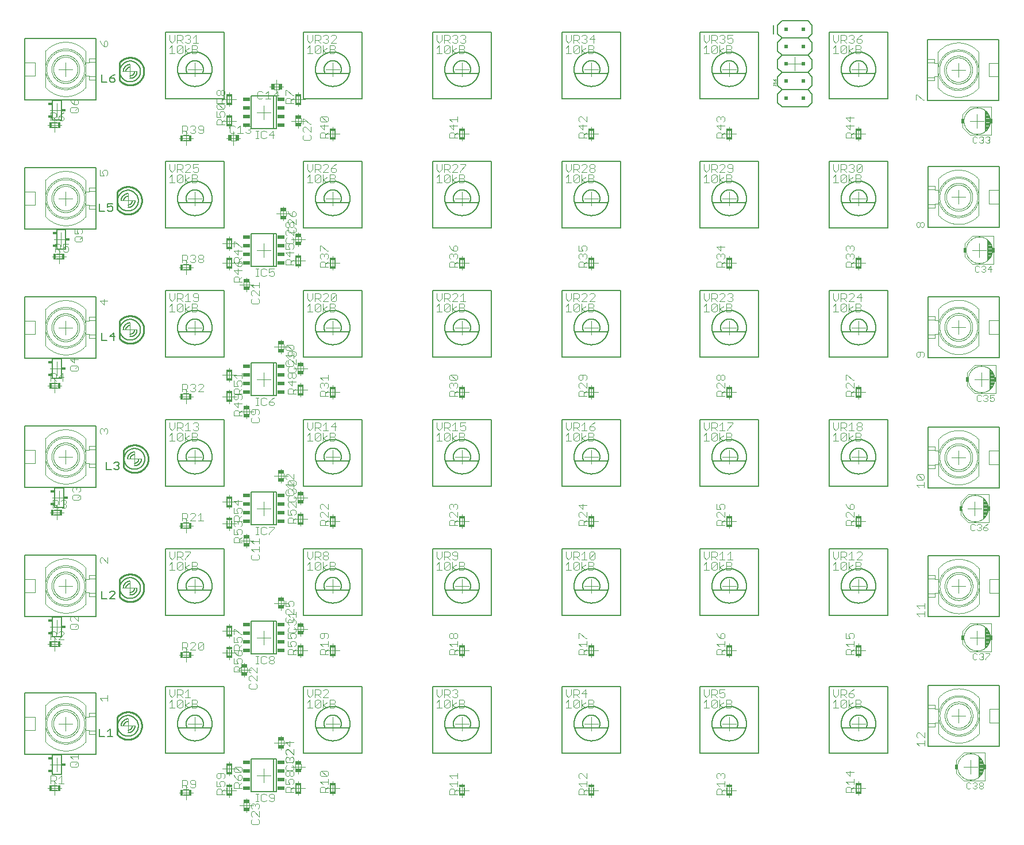
<source format=gto>
G75*
%MOIN*%
%OFA0B0*%
%FSLAX25Y25*%
%IPPOS*%
%LPD*%
%AMOC8*
5,1,8,0,0,1.08239X$1,22.5*
%
%ADD10C,0.00500*%
%ADD11C,0.00400*%
%ADD12C,0.00000*%
%ADD13R,0.03740X0.01969*%
%ADD14R,0.01969X0.03740*%
%ADD15C,0.00800*%
%ADD16R,0.04331X0.01929*%
%ADD17C,0.01000*%
%ADD18C,0.00600*%
%ADD19R,0.02300X0.01800*%
%ADD20R,0.01600X0.03400*%
%ADD21R,0.03400X0.01600*%
%ADD22C,0.00300*%
%ADD23R,0.01772X0.02756*%
%ADD24R,0.01575X0.02756*%
%ADD25C,0.00100*%
%ADD26R,0.02000X0.02000*%
D10*
X0034000Y0036732D02*
X0034000Y0047932D01*
X0039200Y0047932D01*
X0039200Y0036732D01*
X0034000Y0036732D01*
X0018000Y0048382D02*
X0018000Y0083782D01*
X0059300Y0083782D01*
X0059300Y0048382D01*
X0018000Y0048382D01*
X0061392Y0058582D02*
X0064395Y0058582D01*
X0065996Y0058582D02*
X0068999Y0058582D01*
X0067497Y0058582D02*
X0067497Y0063086D01*
X0065996Y0061585D01*
X0061392Y0063086D02*
X0061392Y0058582D01*
X0099691Y0049035D02*
X0099691Y0087578D01*
X0133509Y0087578D01*
X0133509Y0049035D01*
X0099691Y0049035D01*
X0179691Y0049035D02*
X0179691Y0087578D01*
X0213509Y0087578D01*
X0213509Y0049035D01*
X0179691Y0049035D01*
X0254691Y0049035D02*
X0254691Y0087578D01*
X0288509Y0087578D01*
X0288509Y0049035D01*
X0254691Y0049035D01*
X0329691Y0049035D02*
X0329691Y0087578D01*
X0363509Y0087578D01*
X0363509Y0049035D01*
X0329691Y0049035D01*
X0409691Y0049035D02*
X0409691Y0087578D01*
X0443509Y0087578D01*
X0443509Y0049035D01*
X0409691Y0049035D01*
X0484691Y0049035D02*
X0484691Y0087578D01*
X0518509Y0087578D01*
X0518509Y0049035D01*
X0484691Y0049035D01*
X0542031Y0052981D02*
X0542031Y0088381D01*
X0583331Y0088381D01*
X0583331Y0052981D01*
X0542031Y0052981D01*
X0542031Y0128150D02*
X0542031Y0163550D01*
X0583331Y0163550D01*
X0583331Y0128150D01*
X0542031Y0128150D01*
X0518509Y0129035D02*
X0484691Y0129035D01*
X0484691Y0167578D01*
X0518509Y0167578D01*
X0518509Y0129035D01*
X0443509Y0129035D02*
X0409691Y0129035D01*
X0409691Y0167578D01*
X0443509Y0167578D01*
X0443509Y0129035D01*
X0363509Y0129035D02*
X0329691Y0129035D01*
X0329691Y0167578D01*
X0363509Y0167578D01*
X0363509Y0129035D01*
X0288509Y0129035D02*
X0254691Y0129035D01*
X0254691Y0167578D01*
X0288509Y0167578D01*
X0288509Y0129035D01*
X0213509Y0129035D02*
X0179691Y0129035D01*
X0179691Y0167578D01*
X0213509Y0167578D01*
X0213509Y0129035D01*
X0133509Y0129035D02*
X0099691Y0129035D01*
X0099691Y0167578D01*
X0133509Y0167578D01*
X0133509Y0129035D01*
X0070249Y0138582D02*
X0067246Y0138582D01*
X0070249Y0141585D01*
X0070249Y0142336D01*
X0069498Y0143086D01*
X0067997Y0143086D01*
X0067246Y0142336D01*
X0065645Y0138582D02*
X0062642Y0138582D01*
X0062642Y0143086D01*
X0059300Y0128382D02*
X0018000Y0128382D01*
X0018000Y0163782D01*
X0059300Y0163782D01*
X0059300Y0128382D01*
X0039200Y0127932D02*
X0039200Y0116732D01*
X0034000Y0116732D01*
X0034000Y0127932D01*
X0039200Y0127932D01*
X0040450Y0191732D02*
X0035250Y0191732D01*
X0035250Y0202932D01*
X0040450Y0202932D01*
X0040450Y0191732D01*
X0059300Y0203382D02*
X0018000Y0203382D01*
X0018000Y0238782D01*
X0059300Y0238782D01*
X0059300Y0203382D01*
X0065142Y0213582D02*
X0068145Y0213582D01*
X0069746Y0214333D02*
X0070497Y0213582D01*
X0071998Y0213582D01*
X0072749Y0214333D01*
X0072749Y0215084D01*
X0071998Y0215834D01*
X0071247Y0215834D01*
X0071998Y0215834D02*
X0072749Y0216585D01*
X0072749Y0217336D01*
X0071998Y0218086D01*
X0070497Y0218086D01*
X0069746Y0217336D01*
X0065142Y0218086D02*
X0065142Y0213582D01*
X0099691Y0204035D02*
X0099691Y0242578D01*
X0133509Y0242578D01*
X0133509Y0204035D01*
X0099691Y0204035D01*
X0039200Y0266732D02*
X0034000Y0266732D01*
X0034000Y0277932D01*
X0039200Y0277932D01*
X0039200Y0266732D01*
X0059300Y0278382D02*
X0018000Y0278382D01*
X0018000Y0313782D01*
X0059300Y0313782D01*
X0059300Y0278382D01*
X0062642Y0288582D02*
X0065645Y0288582D01*
X0067246Y0290834D02*
X0070249Y0290834D01*
X0069498Y0288582D02*
X0069498Y0293086D01*
X0067246Y0290834D01*
X0062642Y0293086D02*
X0062642Y0288582D01*
X0099691Y0279035D02*
X0099691Y0317578D01*
X0133509Y0317578D01*
X0133509Y0279035D01*
X0099691Y0279035D01*
X0041700Y0341732D02*
X0041700Y0352932D01*
X0036500Y0352932D01*
X0036500Y0341732D01*
X0041700Y0341732D01*
X0059300Y0353382D02*
X0018000Y0353382D01*
X0018000Y0388782D01*
X0059300Y0388782D01*
X0059300Y0353382D01*
X0061392Y0363582D02*
X0064395Y0363582D01*
X0065996Y0364333D02*
X0066747Y0363582D01*
X0068248Y0363582D01*
X0068999Y0364333D01*
X0068999Y0365834D01*
X0068248Y0366585D01*
X0067497Y0366585D01*
X0065996Y0365834D01*
X0065996Y0368086D01*
X0068999Y0368086D01*
X0061392Y0368086D02*
X0061392Y0363582D01*
X0099691Y0354035D02*
X0099691Y0392578D01*
X0133509Y0392578D01*
X0133509Y0354035D01*
X0099691Y0354035D01*
X0039200Y0416732D02*
X0034000Y0416732D01*
X0034000Y0427932D01*
X0039200Y0427932D01*
X0039200Y0416732D01*
X0059300Y0428382D02*
X0018000Y0428382D01*
X0018000Y0463782D01*
X0059300Y0463782D01*
X0059300Y0428382D01*
X0062642Y0438582D02*
X0065645Y0438582D01*
X0067246Y0439333D02*
X0067997Y0438582D01*
X0069498Y0438582D01*
X0070249Y0439333D01*
X0070249Y0440084D01*
X0069498Y0440834D01*
X0067246Y0440834D01*
X0067246Y0439333D01*
X0067246Y0440834D02*
X0068747Y0442336D01*
X0070249Y0443086D01*
X0062642Y0443086D02*
X0062642Y0438582D01*
X0099691Y0429035D02*
X0099691Y0467578D01*
X0133509Y0467578D01*
X0133509Y0429035D01*
X0099691Y0429035D01*
X0179691Y0429035D02*
X0179691Y0467578D01*
X0213509Y0467578D01*
X0213509Y0429035D01*
X0179691Y0429035D01*
X0179691Y0392578D02*
X0179691Y0354035D01*
X0213509Y0354035D01*
X0213509Y0392578D01*
X0179691Y0392578D01*
X0254691Y0392578D02*
X0254691Y0354035D01*
X0288509Y0354035D01*
X0288509Y0392578D01*
X0254691Y0392578D01*
X0254691Y0429035D02*
X0254691Y0467578D01*
X0288509Y0467578D01*
X0288509Y0429035D01*
X0254691Y0429035D01*
X0329691Y0429035D02*
X0329691Y0467578D01*
X0363509Y0467578D01*
X0363509Y0429035D01*
X0329691Y0429035D01*
X0329691Y0392578D02*
X0329691Y0354035D01*
X0363509Y0354035D01*
X0363509Y0392578D01*
X0329691Y0392578D01*
X0409691Y0392578D02*
X0409691Y0354035D01*
X0443509Y0354035D01*
X0443509Y0392578D01*
X0409691Y0392578D01*
X0409691Y0429035D02*
X0409691Y0467578D01*
X0443509Y0467578D01*
X0443509Y0429035D01*
X0409691Y0429035D01*
X0484691Y0429035D02*
X0484691Y0467578D01*
X0518509Y0467578D01*
X0518509Y0429035D01*
X0484691Y0429035D01*
X0484691Y0392578D02*
X0484691Y0354035D01*
X0518509Y0354035D01*
X0518509Y0392578D01*
X0484691Y0392578D01*
X0541904Y0389565D02*
X0541904Y0354165D01*
X0583204Y0354165D01*
X0583204Y0389565D01*
X0541904Y0389565D01*
X0541748Y0428013D02*
X0541748Y0463413D01*
X0583048Y0463413D01*
X0583048Y0428013D01*
X0541748Y0428013D01*
X0518509Y0317578D02*
X0484691Y0317578D01*
X0484691Y0279035D01*
X0518509Y0279035D01*
X0518509Y0317578D01*
X0541904Y0314015D02*
X0583204Y0314015D01*
X0583204Y0278615D01*
X0541904Y0278615D01*
X0541904Y0314015D01*
X0518509Y0242578D02*
X0484691Y0242578D01*
X0484691Y0204035D01*
X0518509Y0204035D01*
X0518509Y0242578D01*
X0541904Y0238338D02*
X0583204Y0238338D01*
X0583204Y0202938D01*
X0541904Y0202938D01*
X0541904Y0238338D01*
X0443509Y0242578D02*
X0443509Y0204035D01*
X0409691Y0204035D01*
X0409691Y0242578D01*
X0443509Y0242578D01*
X0443509Y0279035D02*
X0409691Y0279035D01*
X0409691Y0317578D01*
X0443509Y0317578D01*
X0443509Y0279035D01*
X0363509Y0279035D02*
X0329691Y0279035D01*
X0329691Y0317578D01*
X0363509Y0317578D01*
X0363509Y0279035D01*
X0363509Y0242578D02*
X0329691Y0242578D01*
X0329691Y0204035D01*
X0363509Y0204035D01*
X0363509Y0242578D01*
X0288509Y0242578D02*
X0288509Y0204035D01*
X0254691Y0204035D01*
X0254691Y0242578D01*
X0288509Y0242578D01*
X0288509Y0279035D02*
X0254691Y0279035D01*
X0254691Y0317578D01*
X0288509Y0317578D01*
X0288509Y0279035D01*
X0213509Y0279035D02*
X0179691Y0279035D01*
X0179691Y0317578D01*
X0213509Y0317578D01*
X0213509Y0279035D01*
X0213509Y0242578D02*
X0179691Y0242578D01*
X0179691Y0204035D01*
X0213509Y0204035D01*
X0213509Y0242578D01*
D11*
X0198681Y0238584D02*
X0195612Y0238584D01*
X0197914Y0240886D01*
X0197914Y0236282D01*
X0197146Y0234886D02*
X0197914Y0234119D01*
X0197914Y0233352D01*
X0197146Y0232584D01*
X0194844Y0232584D01*
X0193310Y0233352D02*
X0191008Y0231817D01*
X0193310Y0230282D01*
X0194844Y0230282D02*
X0197146Y0230282D01*
X0197914Y0231050D01*
X0197914Y0231817D01*
X0197146Y0232584D01*
X0197146Y0234886D02*
X0194844Y0234886D01*
X0194844Y0230282D01*
X0191008Y0230282D02*
X0191008Y0234886D01*
X0191008Y0236282D02*
X0194077Y0236282D01*
X0192542Y0236282D02*
X0192542Y0240886D01*
X0191008Y0239352D01*
X0189473Y0240119D02*
X0189473Y0238584D01*
X0188706Y0237817D01*
X0186404Y0237817D01*
X0187939Y0237817D02*
X0189473Y0236282D01*
X0188706Y0234886D02*
X0189473Y0234119D01*
X0186404Y0231050D01*
X0187171Y0230282D01*
X0188706Y0230282D01*
X0189473Y0231050D01*
X0189473Y0234119D01*
X0188706Y0234886D02*
X0187171Y0234886D01*
X0186404Y0234119D01*
X0186404Y0231050D01*
X0184869Y0230282D02*
X0181800Y0230282D01*
X0183335Y0230282D02*
X0183335Y0234886D01*
X0181800Y0233352D01*
X0183335Y0236282D02*
X0184869Y0237817D01*
X0184869Y0240886D01*
X0186404Y0240886D02*
X0186404Y0236282D01*
X0183335Y0236282D02*
X0181800Y0237817D01*
X0181800Y0240886D01*
X0186404Y0240886D02*
X0188706Y0240886D01*
X0189473Y0240119D01*
X0189296Y0256282D02*
X0189296Y0258584D01*
X0190063Y0259352D01*
X0191598Y0259352D01*
X0192365Y0258584D01*
X0192365Y0256282D01*
X0193900Y0256282D02*
X0189296Y0256282D01*
X0192365Y0257817D02*
X0193900Y0259352D01*
X0193133Y0260886D02*
X0193900Y0261654D01*
X0193900Y0263188D01*
X0193133Y0263956D01*
X0192365Y0263956D01*
X0191598Y0263188D01*
X0191598Y0262421D01*
X0191598Y0263188D02*
X0190831Y0263956D01*
X0190063Y0263956D01*
X0189296Y0263188D01*
X0189296Y0261654D01*
X0190063Y0260886D01*
X0190831Y0265490D02*
X0189296Y0267025D01*
X0193900Y0267025D01*
X0193900Y0265490D02*
X0193900Y0268560D01*
X0179500Y0270931D02*
X0179500Y0273734D01*
X0176149Y0273734D02*
X0176149Y0270931D01*
X0175150Y0270800D02*
X0175150Y0272334D01*
X0174383Y0273102D01*
X0173133Y0273721D02*
X0173900Y0274488D01*
X0173900Y0276023D01*
X0173133Y0276790D01*
X0172081Y0277706D02*
X0171313Y0277706D01*
X0170546Y0276938D01*
X0170546Y0275404D01*
X0171313Y0274636D01*
X0171313Y0273102D02*
X0170546Y0272334D01*
X0170546Y0270800D01*
X0171313Y0270032D01*
X0174383Y0270032D01*
X0175150Y0270800D01*
X0174383Y0269810D02*
X0175150Y0269042D01*
X0175150Y0267508D01*
X0174383Y0266740D01*
X0173615Y0266740D01*
X0172848Y0267508D01*
X0172848Y0269042D01*
X0173615Y0269810D01*
X0174383Y0269810D01*
X0172848Y0269042D02*
X0172081Y0269810D01*
X0171313Y0269810D01*
X0170546Y0269042D01*
X0170546Y0267508D01*
X0171313Y0266740D01*
X0172081Y0266740D01*
X0172848Y0267508D01*
X0172848Y0265206D02*
X0172848Y0262136D01*
X0170546Y0264438D01*
X0175150Y0264438D01*
X0175150Y0260602D02*
X0173615Y0259067D01*
X0173615Y0259834D02*
X0173615Y0257532D01*
X0175150Y0257532D02*
X0170546Y0257532D01*
X0170546Y0259834D01*
X0171313Y0260602D01*
X0172848Y0260602D01*
X0173615Y0259834D01*
X0162765Y0255386D02*
X0161231Y0254619D01*
X0159696Y0253084D01*
X0161998Y0253084D01*
X0162765Y0252317D01*
X0162765Y0251550D01*
X0161998Y0250782D01*
X0160463Y0250782D01*
X0159696Y0251550D01*
X0159696Y0253084D01*
X0158161Y0251550D02*
X0157394Y0250782D01*
X0155859Y0250782D01*
X0155092Y0251550D01*
X0155092Y0254619D01*
X0155859Y0255386D01*
X0157394Y0255386D01*
X0158161Y0254619D01*
X0153557Y0255386D02*
X0152023Y0255386D01*
X0152790Y0255386D02*
X0152790Y0250782D01*
X0152023Y0250782D02*
X0153557Y0250782D01*
X0153133Y0248498D02*
X0150063Y0248498D01*
X0149296Y0247730D01*
X0149296Y0246196D01*
X0150063Y0245428D01*
X0150831Y0245428D01*
X0151598Y0246196D01*
X0151598Y0248498D01*
X0153133Y0248498D02*
X0153900Y0247730D01*
X0153900Y0246196D01*
X0153133Y0245428D01*
X0153133Y0243894D02*
X0153900Y0243126D01*
X0153900Y0241592D01*
X0153133Y0240825D01*
X0150063Y0240825D01*
X0149296Y0241592D01*
X0149296Y0243126D01*
X0150063Y0243894D01*
X0148301Y0245931D02*
X0148301Y0248734D01*
X0144950Y0248734D02*
X0144950Y0245931D01*
X0143900Y0244971D02*
X0139296Y0244971D01*
X0139296Y0247273D01*
X0140063Y0248040D01*
X0141598Y0248040D01*
X0142365Y0247273D01*
X0142365Y0244971D01*
X0142365Y0246505D02*
X0143900Y0248040D01*
X0141598Y0249575D02*
X0141598Y0252644D01*
X0140831Y0254178D02*
X0141598Y0254946D01*
X0141598Y0257248D01*
X0142365Y0257471D02*
X0142365Y0259773D01*
X0141598Y0260540D01*
X0140063Y0260540D01*
X0139296Y0259773D01*
X0139296Y0257471D01*
X0143900Y0257471D01*
X0143133Y0257248D02*
X0143900Y0256480D01*
X0143900Y0254946D01*
X0143133Y0254178D01*
X0140831Y0254178D02*
X0140063Y0254178D01*
X0139296Y0254946D01*
X0139296Y0256480D01*
X0140063Y0257248D01*
X0143133Y0257248D01*
X0142365Y0259005D02*
X0143900Y0260540D01*
X0143133Y0262075D02*
X0143900Y0262842D01*
X0143900Y0264376D01*
X0143133Y0265144D01*
X0141598Y0265144D01*
X0140831Y0264376D01*
X0140831Y0263609D01*
X0141598Y0262075D01*
X0139296Y0262075D01*
X0139296Y0265144D01*
X0140831Y0266678D02*
X0139296Y0268213D01*
X0143900Y0268213D01*
X0143900Y0266678D02*
X0143900Y0269748D01*
X0164950Y0283431D02*
X0164950Y0286234D01*
X0168301Y0286234D02*
X0168301Y0283431D01*
X0169296Y0283696D02*
X0169296Y0285230D01*
X0170063Y0285998D01*
X0173133Y0282928D01*
X0173900Y0283696D01*
X0173900Y0285230D01*
X0173133Y0285998D01*
X0170063Y0285998D01*
X0169296Y0283696D02*
X0170063Y0282928D01*
X0173133Y0282928D01*
X0172848Y0282310D02*
X0172848Y0280008D01*
X0172081Y0279240D01*
X0171313Y0279240D01*
X0170546Y0280008D01*
X0170546Y0281542D01*
X0171313Y0282310D01*
X0174383Y0282310D01*
X0175150Y0281542D01*
X0175150Y0280008D01*
X0174383Y0279240D01*
X0173900Y0279859D02*
X0169296Y0279859D01*
X0170831Y0278325D01*
X0172081Y0277706D02*
X0175150Y0274636D01*
X0175150Y0277706D01*
X0173900Y0278325D02*
X0173900Y0281394D01*
X0170063Y0276790D02*
X0169296Y0276023D01*
X0169296Y0274488D01*
X0170063Y0273721D01*
X0173133Y0273721D01*
X0143900Y0251876D02*
X0139296Y0251876D01*
X0141598Y0249575D01*
X0121577Y0258782D02*
X0118508Y0258782D01*
X0121577Y0261852D01*
X0121577Y0262619D01*
X0120810Y0263386D01*
X0119275Y0263386D01*
X0118508Y0262619D01*
X0116973Y0262619D02*
X0116973Y0261852D01*
X0116206Y0261084D01*
X0116973Y0260317D01*
X0116973Y0259550D01*
X0116206Y0258782D01*
X0114671Y0258782D01*
X0113904Y0259550D01*
X0112369Y0258782D02*
X0110835Y0260317D01*
X0111602Y0260317D02*
X0109300Y0260317D01*
X0109300Y0258782D02*
X0109300Y0263386D01*
X0111602Y0263386D01*
X0112369Y0262619D01*
X0112369Y0261084D01*
X0111602Y0260317D01*
X0113904Y0262619D02*
X0114671Y0263386D01*
X0116206Y0263386D01*
X0116973Y0262619D01*
X0116206Y0261084D02*
X0115439Y0261084D01*
X0116379Y0240886D02*
X0117914Y0240886D01*
X0118681Y0240119D01*
X0118681Y0239352D01*
X0117914Y0238584D01*
X0118681Y0237817D01*
X0118681Y0237050D01*
X0117914Y0236282D01*
X0116379Y0236282D01*
X0115612Y0237050D01*
X0114077Y0236282D02*
X0111008Y0236282D01*
X0111008Y0234886D02*
X0111008Y0230282D01*
X0111008Y0231817D02*
X0113310Y0233352D01*
X0114844Y0232584D02*
X0117146Y0232584D01*
X0117914Y0231817D01*
X0117914Y0231050D01*
X0117146Y0230282D01*
X0114844Y0230282D01*
X0114844Y0234886D01*
X0117146Y0234886D01*
X0117914Y0234119D01*
X0117914Y0233352D01*
X0117146Y0232584D01*
X0113310Y0230282D02*
X0111008Y0231817D01*
X0109473Y0231050D02*
X0108706Y0230282D01*
X0107171Y0230282D01*
X0106404Y0231050D01*
X0109473Y0234119D01*
X0109473Y0231050D01*
X0109473Y0234119D02*
X0108706Y0234886D01*
X0107171Y0234886D01*
X0106404Y0234119D01*
X0106404Y0231050D01*
X0104869Y0230282D02*
X0101800Y0230282D01*
X0103335Y0230282D02*
X0103335Y0234886D01*
X0101800Y0233352D01*
X0103335Y0236282D02*
X0104869Y0237817D01*
X0104869Y0240886D01*
X0106404Y0240886D02*
X0108706Y0240886D01*
X0109473Y0240119D01*
X0109473Y0238584D01*
X0108706Y0237817D01*
X0106404Y0237817D01*
X0107939Y0237817D02*
X0109473Y0236282D01*
X0106404Y0236282D02*
X0106404Y0240886D01*
X0101800Y0240886D02*
X0101800Y0237817D01*
X0103335Y0236282D01*
X0111008Y0239352D02*
X0112542Y0240886D01*
X0112542Y0236282D01*
X0115612Y0240119D02*
X0116379Y0240886D01*
X0117146Y0238584D02*
X0117914Y0238584D01*
X0139296Y0195230D02*
X0141598Y0192928D01*
X0141598Y0195998D01*
X0143900Y0195230D02*
X0139296Y0195230D01*
X0139296Y0191394D02*
X0139296Y0188325D01*
X0141598Y0188325D01*
X0140831Y0189859D01*
X0140831Y0190626D01*
X0141598Y0191394D01*
X0143133Y0191394D01*
X0143900Y0190626D01*
X0143900Y0189092D01*
X0143133Y0188325D01*
X0143900Y0186790D02*
X0142365Y0185255D01*
X0142365Y0186023D02*
X0142365Y0183721D01*
X0142365Y0183498D02*
X0143133Y0183498D01*
X0143900Y0182730D01*
X0143900Y0181196D01*
X0143133Y0180428D01*
X0143133Y0178894D02*
X0143900Y0178126D01*
X0143900Y0176592D01*
X0143133Y0175825D01*
X0141598Y0175825D02*
X0140831Y0177359D01*
X0140831Y0178126D01*
X0141598Y0178894D01*
X0143133Y0178894D01*
X0141598Y0181963D02*
X0141598Y0182730D01*
X0142365Y0183498D01*
X0141598Y0182730D02*
X0140831Y0183498D01*
X0140063Y0183498D01*
X0139296Y0182730D01*
X0139296Y0181196D01*
X0140063Y0180428D01*
X0139296Y0178894D02*
X0139296Y0175825D01*
X0141598Y0175825D01*
X0141598Y0174290D02*
X0142365Y0173523D01*
X0142365Y0171221D01*
X0142365Y0172755D02*
X0143900Y0174290D01*
X0144950Y0173734D02*
X0144950Y0170931D01*
X0143900Y0171221D02*
X0139296Y0171221D01*
X0139296Y0173523D01*
X0140063Y0174290D01*
X0141598Y0174290D01*
X0148301Y0173734D02*
X0148301Y0170931D01*
X0149296Y0171963D02*
X0153900Y0171963D01*
X0153900Y0170428D02*
X0153900Y0173498D01*
X0153557Y0175782D02*
X0152023Y0175782D01*
X0152790Y0175782D02*
X0152790Y0180386D01*
X0152023Y0180386D02*
X0153557Y0180386D01*
X0155092Y0179619D02*
X0155092Y0176550D01*
X0155859Y0175782D01*
X0157394Y0175782D01*
X0158161Y0176550D01*
X0159696Y0176550D02*
X0159696Y0175782D01*
X0159696Y0176550D02*
X0162765Y0179619D01*
X0162765Y0180386D01*
X0159696Y0180386D01*
X0158161Y0179619D02*
X0157394Y0180386D01*
X0155859Y0180386D01*
X0155092Y0179619D01*
X0143900Y0183721D02*
X0139296Y0183721D01*
X0139296Y0186023D01*
X0140063Y0186790D01*
X0141598Y0186790D01*
X0142365Y0186023D01*
X0149296Y0171963D02*
X0150831Y0170428D01*
X0153900Y0168894D02*
X0153900Y0165825D01*
X0153900Y0167359D02*
X0149296Y0167359D01*
X0150831Y0165825D01*
X0150063Y0164290D02*
X0149296Y0163523D01*
X0149296Y0161988D01*
X0150063Y0161221D01*
X0153133Y0161221D01*
X0153900Y0161988D01*
X0153900Y0163523D01*
X0153133Y0164290D01*
X0170546Y0182532D02*
X0170546Y0184834D01*
X0171313Y0185602D01*
X0172848Y0185602D01*
X0173615Y0184834D01*
X0173615Y0182532D01*
X0175150Y0182532D02*
X0170546Y0182532D01*
X0173615Y0184067D02*
X0175150Y0185602D01*
X0174383Y0187136D02*
X0175150Y0187904D01*
X0175150Y0189438D01*
X0174383Y0190206D01*
X0172848Y0190206D01*
X0172081Y0189438D01*
X0172081Y0188671D01*
X0172848Y0187136D01*
X0170546Y0187136D01*
X0170546Y0190206D01*
X0171313Y0191740D02*
X0170546Y0192508D01*
X0170546Y0194042D01*
X0171313Y0194810D01*
X0172081Y0194810D01*
X0175150Y0191740D01*
X0175150Y0194810D01*
X0174383Y0195032D02*
X0175150Y0195800D01*
X0175150Y0197334D01*
X0174383Y0198102D01*
X0173133Y0198721D02*
X0173900Y0199488D01*
X0173900Y0201023D01*
X0173133Y0201790D01*
X0172848Y0201938D02*
X0173615Y0202706D01*
X0174383Y0202706D01*
X0175150Y0201938D01*
X0175150Y0200404D01*
X0174383Y0199636D01*
X0173133Y0198721D02*
X0170063Y0198721D01*
X0169296Y0199488D01*
X0169296Y0201023D01*
X0170063Y0201790D01*
X0170546Y0201938D02*
X0171313Y0202706D01*
X0172081Y0202706D01*
X0172848Y0201938D01*
X0172848Y0201171D01*
X0171313Y0199636D02*
X0170546Y0200404D01*
X0170546Y0201938D01*
X0170831Y0203325D02*
X0169296Y0204859D01*
X0173900Y0204859D01*
X0174383Y0204240D02*
X0175150Y0205008D01*
X0175150Y0206542D01*
X0174383Y0207310D01*
X0171313Y0207310D01*
X0174383Y0204240D01*
X0171313Y0204240D01*
X0170546Y0205008D01*
X0170546Y0206542D01*
X0171313Y0207310D01*
X0170063Y0207928D02*
X0169296Y0208696D01*
X0169296Y0210230D01*
X0170063Y0210998D01*
X0170831Y0210998D01*
X0173900Y0207928D01*
X0173900Y0210998D01*
X0173900Y0206394D02*
X0173900Y0203325D01*
X0176149Y0198734D02*
X0176149Y0195931D01*
X0174383Y0195032D02*
X0171313Y0195032D01*
X0170546Y0195800D01*
X0170546Y0197334D01*
X0171313Y0198102D01*
X0179500Y0198734D02*
X0179500Y0195931D01*
X0189296Y0192792D02*
X0189296Y0191258D01*
X0190063Y0190490D01*
X0190063Y0188956D02*
X0189296Y0188188D01*
X0189296Y0186654D01*
X0190063Y0185886D01*
X0190063Y0184352D02*
X0191598Y0184352D01*
X0192365Y0183584D01*
X0192365Y0181282D01*
X0193900Y0181282D02*
X0189296Y0181282D01*
X0189296Y0183584D01*
X0190063Y0184352D01*
X0192365Y0182817D02*
X0193900Y0184352D01*
X0193900Y0185886D02*
X0190831Y0188956D01*
X0190063Y0188956D01*
X0193900Y0188956D02*
X0193900Y0185886D01*
X0193900Y0190490D02*
X0190831Y0193560D01*
X0190063Y0193560D01*
X0189296Y0192792D01*
X0193900Y0193560D02*
X0193900Y0190490D01*
X0168301Y0208431D02*
X0168301Y0211234D01*
X0164950Y0211234D02*
X0164950Y0208431D01*
X0120042Y0188386D02*
X0120042Y0183782D01*
X0118508Y0183782D02*
X0121577Y0183782D01*
X0118508Y0186852D02*
X0120042Y0188386D01*
X0116973Y0187619D02*
X0116206Y0188386D01*
X0114671Y0188386D01*
X0113904Y0187619D01*
X0112369Y0187619D02*
X0112369Y0186084D01*
X0111602Y0185317D01*
X0109300Y0185317D01*
X0109300Y0183782D02*
X0109300Y0188386D01*
X0111602Y0188386D01*
X0112369Y0187619D01*
X0110835Y0185317D02*
X0112369Y0183782D01*
X0113904Y0183782D02*
X0116973Y0186852D01*
X0116973Y0187619D01*
X0116973Y0183782D02*
X0113904Y0183782D01*
X0114077Y0165886D02*
X0111008Y0165886D01*
X0109473Y0165119D02*
X0109473Y0163584D01*
X0108706Y0162817D01*
X0106404Y0162817D01*
X0107939Y0162817D02*
X0109473Y0161282D01*
X0111008Y0161282D02*
X0111008Y0162050D01*
X0114077Y0165119D01*
X0114077Y0165886D01*
X0109473Y0165119D02*
X0108706Y0165886D01*
X0106404Y0165886D01*
X0106404Y0161282D01*
X0107171Y0159886D02*
X0108706Y0159886D01*
X0109473Y0159119D01*
X0106404Y0156050D01*
X0107171Y0155282D01*
X0108706Y0155282D01*
X0109473Y0156050D01*
X0109473Y0159119D01*
X0111008Y0159886D02*
X0111008Y0155282D01*
X0111008Y0156817D02*
X0113310Y0158352D01*
X0114844Y0157584D02*
X0117146Y0157584D01*
X0117914Y0156817D01*
X0117914Y0156050D01*
X0117146Y0155282D01*
X0114844Y0155282D01*
X0114844Y0159886D01*
X0117146Y0159886D01*
X0117914Y0159119D01*
X0117914Y0158352D01*
X0117146Y0157584D01*
X0113310Y0155282D02*
X0111008Y0156817D01*
X0106404Y0156050D02*
X0106404Y0159119D01*
X0107171Y0159886D01*
X0104869Y0162817D02*
X0104869Y0165886D01*
X0104869Y0162817D02*
X0103335Y0161282D01*
X0101800Y0162817D01*
X0101800Y0165886D01*
X0103335Y0159886D02*
X0103335Y0155282D01*
X0104869Y0155282D02*
X0101800Y0155282D01*
X0101800Y0158352D02*
X0103335Y0159886D01*
X0066085Y0159395D02*
X0063016Y0162464D01*
X0062248Y0162464D01*
X0061481Y0161697D01*
X0061481Y0160162D01*
X0062248Y0159395D01*
X0066085Y0159395D02*
X0066085Y0162464D01*
X0059317Y0152362D02*
X0055380Y0152362D01*
X0055380Y0150393D01*
X0059317Y0150393D01*
X0055380Y0150393D02*
X0055380Y0150019D01*
X0053411Y0150019D01*
X0053411Y0156397D02*
X0053411Y0135724D01*
X0055380Y0139803D02*
X0055380Y0141771D01*
X0059317Y0141771D01*
X0059300Y0139782D02*
X0055380Y0139803D01*
X0055380Y0141771D02*
X0055380Y0142145D01*
X0053411Y0142145D01*
X0045537Y0146082D02*
X0037663Y0146082D01*
X0029813Y0156484D02*
X0030063Y0156766D01*
X0030319Y0157042D01*
X0030583Y0157311D01*
X0030853Y0157574D01*
X0031129Y0157830D01*
X0031411Y0158080D01*
X0031699Y0158322D01*
X0031993Y0158558D01*
X0032293Y0158786D01*
X0032598Y0159007D01*
X0032908Y0159221D01*
X0033223Y0159427D01*
X0033544Y0159626D01*
X0033869Y0159816D01*
X0034198Y0159999D01*
X0034532Y0160173D01*
X0034870Y0160340D01*
X0035212Y0160498D01*
X0035557Y0160648D01*
X0035907Y0160789D01*
X0036259Y0160922D01*
X0036615Y0161047D01*
X0036973Y0161163D01*
X0037334Y0161270D01*
X0037698Y0161368D01*
X0038064Y0161457D01*
X0038432Y0161538D01*
X0038802Y0161610D01*
X0039173Y0161672D01*
X0039546Y0161726D01*
X0039920Y0161771D01*
X0040295Y0161806D01*
X0040671Y0161833D01*
X0041047Y0161850D01*
X0041424Y0161858D01*
X0041801Y0161857D01*
X0042177Y0161847D01*
X0042554Y0161828D01*
X0042929Y0161800D01*
X0043304Y0161763D01*
X0043678Y0161716D01*
X0044051Y0161661D01*
X0044422Y0161597D01*
X0044791Y0161523D01*
X0045159Y0161441D01*
X0045524Y0161350D01*
X0045888Y0161250D01*
X0046248Y0161141D01*
X0046606Y0161023D01*
X0046961Y0160897D01*
X0047313Y0160763D01*
X0047662Y0160620D01*
X0048006Y0160468D01*
X0048348Y0160308D01*
X0048685Y0160140D01*
X0049018Y0159964D01*
X0049346Y0159780D01*
X0049671Y0159588D01*
X0049990Y0159388D01*
X0050304Y0159180D01*
X0050614Y0158965D01*
X0050918Y0158743D01*
X0051216Y0158513D01*
X0051509Y0158276D01*
X0051796Y0158032D01*
X0052077Y0157781D01*
X0052352Y0157524D01*
X0052621Y0157259D01*
X0052883Y0156989D01*
X0053138Y0156712D01*
X0053387Y0156429D01*
X0041600Y0150019D02*
X0041600Y0142145D01*
X0029773Y0135815D02*
X0030021Y0135531D01*
X0030276Y0135252D01*
X0030538Y0134980D01*
X0030806Y0134715D01*
X0031080Y0134456D01*
X0031361Y0134204D01*
X0031648Y0133958D01*
X0031940Y0133720D01*
X0032239Y0133489D01*
X0032543Y0133265D01*
X0032852Y0133048D01*
X0033166Y0132840D01*
X0033485Y0132638D01*
X0033809Y0132445D01*
X0034138Y0132259D01*
X0034471Y0132082D01*
X0034808Y0131912D01*
X0035149Y0131751D01*
X0035494Y0131598D01*
X0035843Y0131453D01*
X0036195Y0131317D01*
X0036550Y0131190D01*
X0036908Y0131071D01*
X0037269Y0130961D01*
X0037633Y0130859D01*
X0037998Y0130767D01*
X0038366Y0130683D01*
X0038736Y0130608D01*
X0039108Y0130543D01*
X0039481Y0130486D01*
X0039855Y0130438D01*
X0040231Y0130400D01*
X0040607Y0130370D01*
X0040984Y0130350D01*
X0041361Y0130338D01*
X0041738Y0130336D01*
X0042116Y0130343D01*
X0042493Y0130359D01*
X0042869Y0130385D01*
X0043245Y0130419D01*
X0043620Y0130463D01*
X0043994Y0130515D01*
X0044366Y0130577D01*
X0044737Y0130647D01*
X0045106Y0130727D01*
X0045472Y0130815D01*
X0045837Y0130912D01*
X0046199Y0131018D01*
X0046559Y0131133D01*
X0046915Y0131257D01*
X0047269Y0131389D01*
X0047619Y0131529D01*
X0047966Y0131678D01*
X0048309Y0131836D01*
X0048648Y0132001D01*
X0048983Y0132175D01*
X0049314Y0132357D01*
X0049640Y0132547D01*
X0049961Y0132744D01*
X0050278Y0132950D01*
X0050589Y0133163D01*
X0050896Y0133383D01*
X0051197Y0133611D01*
X0051492Y0133846D01*
X0051781Y0134088D01*
X0052065Y0134337D01*
X0052342Y0134593D01*
X0052613Y0134855D01*
X0052878Y0135124D01*
X0053136Y0135400D01*
X0053388Y0135681D01*
X0048900Y0128498D02*
X0048900Y0125428D01*
X0045831Y0128498D01*
X0045063Y0128498D01*
X0044296Y0127730D01*
X0044296Y0126196D01*
X0045063Y0125428D01*
X0045063Y0123894D02*
X0048133Y0123894D01*
X0048900Y0123126D01*
X0048900Y0121592D01*
X0048133Y0120825D01*
X0045063Y0120825D01*
X0044296Y0121592D01*
X0044296Y0123126D01*
X0045063Y0123894D01*
X0047365Y0122359D02*
X0048900Y0123894D01*
X0040723Y0118869D02*
X0039956Y0119636D01*
X0038421Y0119636D01*
X0037654Y0118869D01*
X0036119Y0118869D02*
X0036119Y0117334D01*
X0035352Y0116567D01*
X0033050Y0116567D01*
X0033050Y0115032D02*
X0033050Y0119636D01*
X0035352Y0119636D01*
X0036119Y0118869D01*
X0034585Y0116567D02*
X0036119Y0115032D01*
X0037654Y0115032D02*
X0040723Y0118102D01*
X0040723Y0118869D01*
X0040723Y0115032D02*
X0037654Y0115032D01*
X0029789Y0135724D02*
X0029789Y0156397D01*
X0023883Y0150019D02*
X0023883Y0142145D01*
X0017978Y0142145D01*
X0017978Y0150019D02*
X0023883Y0150019D01*
X0034513Y0146082D02*
X0034515Y0146256D01*
X0034522Y0146430D01*
X0034532Y0146603D01*
X0034547Y0146777D01*
X0034566Y0146950D01*
X0034590Y0147122D01*
X0034617Y0147294D01*
X0034649Y0147465D01*
X0034685Y0147635D01*
X0034725Y0147804D01*
X0034770Y0147972D01*
X0034818Y0148139D01*
X0034871Y0148305D01*
X0034927Y0148470D01*
X0034988Y0148633D01*
X0035052Y0148794D01*
X0035121Y0148954D01*
X0035193Y0149112D01*
X0035270Y0149268D01*
X0035350Y0149423D01*
X0035434Y0149575D01*
X0035521Y0149725D01*
X0035613Y0149874D01*
X0035707Y0150019D01*
X0035806Y0150163D01*
X0035908Y0150304D01*
X0036013Y0150442D01*
X0036122Y0150578D01*
X0036234Y0150711D01*
X0036349Y0150841D01*
X0036467Y0150969D01*
X0036589Y0151093D01*
X0036713Y0151215D01*
X0036841Y0151333D01*
X0036971Y0151448D01*
X0037104Y0151560D01*
X0037240Y0151669D01*
X0037378Y0151774D01*
X0037519Y0151876D01*
X0037663Y0151975D01*
X0037808Y0152069D01*
X0037957Y0152161D01*
X0038107Y0152248D01*
X0038259Y0152332D01*
X0038414Y0152412D01*
X0038570Y0152489D01*
X0038728Y0152561D01*
X0038888Y0152630D01*
X0039049Y0152694D01*
X0039212Y0152755D01*
X0039377Y0152811D01*
X0039543Y0152864D01*
X0039710Y0152912D01*
X0039878Y0152957D01*
X0040047Y0152997D01*
X0040217Y0153033D01*
X0040388Y0153065D01*
X0040560Y0153092D01*
X0040732Y0153116D01*
X0040905Y0153135D01*
X0041079Y0153150D01*
X0041252Y0153160D01*
X0041426Y0153167D01*
X0041600Y0153169D01*
X0041774Y0153167D01*
X0041948Y0153160D01*
X0042121Y0153150D01*
X0042295Y0153135D01*
X0042468Y0153116D01*
X0042640Y0153092D01*
X0042812Y0153065D01*
X0042983Y0153033D01*
X0043153Y0152997D01*
X0043322Y0152957D01*
X0043490Y0152912D01*
X0043657Y0152864D01*
X0043823Y0152811D01*
X0043988Y0152755D01*
X0044151Y0152694D01*
X0044312Y0152630D01*
X0044472Y0152561D01*
X0044630Y0152489D01*
X0044786Y0152412D01*
X0044941Y0152332D01*
X0045093Y0152248D01*
X0045243Y0152161D01*
X0045392Y0152069D01*
X0045537Y0151975D01*
X0045681Y0151876D01*
X0045822Y0151774D01*
X0045960Y0151669D01*
X0046096Y0151560D01*
X0046229Y0151448D01*
X0046359Y0151333D01*
X0046487Y0151215D01*
X0046611Y0151093D01*
X0046733Y0150969D01*
X0046851Y0150841D01*
X0046966Y0150711D01*
X0047078Y0150578D01*
X0047187Y0150442D01*
X0047292Y0150304D01*
X0047394Y0150163D01*
X0047493Y0150019D01*
X0047587Y0149874D01*
X0047679Y0149725D01*
X0047766Y0149575D01*
X0047850Y0149423D01*
X0047930Y0149268D01*
X0048007Y0149112D01*
X0048079Y0148954D01*
X0048148Y0148794D01*
X0048212Y0148633D01*
X0048273Y0148470D01*
X0048329Y0148305D01*
X0048382Y0148139D01*
X0048430Y0147972D01*
X0048475Y0147804D01*
X0048515Y0147635D01*
X0048551Y0147465D01*
X0048583Y0147294D01*
X0048610Y0147122D01*
X0048634Y0146950D01*
X0048653Y0146777D01*
X0048668Y0146603D01*
X0048678Y0146430D01*
X0048685Y0146256D01*
X0048687Y0146082D01*
X0048685Y0145908D01*
X0048678Y0145734D01*
X0048668Y0145561D01*
X0048653Y0145387D01*
X0048634Y0145214D01*
X0048610Y0145042D01*
X0048583Y0144870D01*
X0048551Y0144699D01*
X0048515Y0144529D01*
X0048475Y0144360D01*
X0048430Y0144192D01*
X0048382Y0144025D01*
X0048329Y0143859D01*
X0048273Y0143694D01*
X0048212Y0143531D01*
X0048148Y0143370D01*
X0048079Y0143210D01*
X0048007Y0143052D01*
X0047930Y0142896D01*
X0047850Y0142741D01*
X0047766Y0142589D01*
X0047679Y0142439D01*
X0047587Y0142290D01*
X0047493Y0142145D01*
X0047394Y0142001D01*
X0047292Y0141860D01*
X0047187Y0141722D01*
X0047078Y0141586D01*
X0046966Y0141453D01*
X0046851Y0141323D01*
X0046733Y0141195D01*
X0046611Y0141071D01*
X0046487Y0140949D01*
X0046359Y0140831D01*
X0046229Y0140716D01*
X0046096Y0140604D01*
X0045960Y0140495D01*
X0045822Y0140390D01*
X0045681Y0140288D01*
X0045537Y0140189D01*
X0045392Y0140095D01*
X0045243Y0140003D01*
X0045093Y0139916D01*
X0044941Y0139832D01*
X0044786Y0139752D01*
X0044630Y0139675D01*
X0044472Y0139603D01*
X0044312Y0139534D01*
X0044151Y0139470D01*
X0043988Y0139409D01*
X0043823Y0139353D01*
X0043657Y0139300D01*
X0043490Y0139252D01*
X0043322Y0139207D01*
X0043153Y0139167D01*
X0042983Y0139131D01*
X0042812Y0139099D01*
X0042640Y0139072D01*
X0042468Y0139048D01*
X0042295Y0139029D01*
X0042121Y0139014D01*
X0041948Y0139004D01*
X0041774Y0138997D01*
X0041600Y0138995D01*
X0041426Y0138997D01*
X0041252Y0139004D01*
X0041079Y0139014D01*
X0040905Y0139029D01*
X0040732Y0139048D01*
X0040560Y0139072D01*
X0040388Y0139099D01*
X0040217Y0139131D01*
X0040047Y0139167D01*
X0039878Y0139207D01*
X0039710Y0139252D01*
X0039543Y0139300D01*
X0039377Y0139353D01*
X0039212Y0139409D01*
X0039049Y0139470D01*
X0038888Y0139534D01*
X0038728Y0139603D01*
X0038570Y0139675D01*
X0038414Y0139752D01*
X0038259Y0139832D01*
X0038107Y0139916D01*
X0037957Y0140003D01*
X0037808Y0140095D01*
X0037663Y0140189D01*
X0037519Y0140288D01*
X0037378Y0140390D01*
X0037240Y0140495D01*
X0037104Y0140604D01*
X0036971Y0140716D01*
X0036841Y0140831D01*
X0036713Y0140949D01*
X0036589Y0141071D01*
X0036467Y0141195D01*
X0036349Y0141323D01*
X0036234Y0141453D01*
X0036122Y0141586D01*
X0036013Y0141722D01*
X0035908Y0141860D01*
X0035806Y0142001D01*
X0035707Y0142145D01*
X0035613Y0142290D01*
X0035521Y0142439D01*
X0035434Y0142589D01*
X0035350Y0142741D01*
X0035270Y0142896D01*
X0035193Y0143052D01*
X0035121Y0143210D01*
X0035052Y0143370D01*
X0034988Y0143531D01*
X0034927Y0143694D01*
X0034871Y0143859D01*
X0034818Y0144025D01*
X0034770Y0144192D01*
X0034725Y0144360D01*
X0034685Y0144529D01*
X0034649Y0144699D01*
X0034617Y0144870D01*
X0034590Y0145042D01*
X0034566Y0145214D01*
X0034547Y0145387D01*
X0034532Y0145561D01*
X0034522Y0145734D01*
X0034515Y0145908D01*
X0034513Y0146082D01*
X0033489Y0146082D02*
X0033491Y0146281D01*
X0033499Y0146480D01*
X0033511Y0146679D01*
X0033528Y0146877D01*
X0033550Y0147075D01*
X0033577Y0147272D01*
X0033608Y0147469D01*
X0033645Y0147664D01*
X0033686Y0147859D01*
X0033732Y0148053D01*
X0033783Y0148245D01*
X0033838Y0148436D01*
X0033898Y0148626D01*
X0033963Y0148815D01*
X0034032Y0149001D01*
X0034106Y0149186D01*
X0034185Y0149369D01*
X0034268Y0149550D01*
X0034355Y0149729D01*
X0034447Y0149905D01*
X0034543Y0150080D01*
X0034643Y0150252D01*
X0034747Y0150421D01*
X0034856Y0150588D01*
X0034969Y0150752D01*
X0035085Y0150914D01*
X0035206Y0151072D01*
X0035330Y0151228D01*
X0035458Y0151380D01*
X0035590Y0151529D01*
X0035726Y0151675D01*
X0035865Y0151817D01*
X0036007Y0151956D01*
X0036153Y0152092D01*
X0036302Y0152224D01*
X0036454Y0152352D01*
X0036610Y0152476D01*
X0036768Y0152597D01*
X0036930Y0152713D01*
X0037094Y0152826D01*
X0037261Y0152935D01*
X0037430Y0153039D01*
X0037602Y0153139D01*
X0037777Y0153235D01*
X0037953Y0153327D01*
X0038132Y0153414D01*
X0038313Y0153497D01*
X0038496Y0153576D01*
X0038681Y0153650D01*
X0038867Y0153719D01*
X0039056Y0153784D01*
X0039246Y0153844D01*
X0039437Y0153899D01*
X0039629Y0153950D01*
X0039823Y0153996D01*
X0040018Y0154037D01*
X0040213Y0154074D01*
X0040410Y0154105D01*
X0040607Y0154132D01*
X0040805Y0154154D01*
X0041003Y0154171D01*
X0041202Y0154183D01*
X0041401Y0154191D01*
X0041600Y0154193D01*
X0041799Y0154191D01*
X0041998Y0154183D01*
X0042197Y0154171D01*
X0042395Y0154154D01*
X0042593Y0154132D01*
X0042790Y0154105D01*
X0042987Y0154074D01*
X0043182Y0154037D01*
X0043377Y0153996D01*
X0043571Y0153950D01*
X0043763Y0153899D01*
X0043954Y0153844D01*
X0044144Y0153784D01*
X0044333Y0153719D01*
X0044519Y0153650D01*
X0044704Y0153576D01*
X0044887Y0153497D01*
X0045068Y0153414D01*
X0045247Y0153327D01*
X0045423Y0153235D01*
X0045598Y0153139D01*
X0045770Y0153039D01*
X0045939Y0152935D01*
X0046106Y0152826D01*
X0046270Y0152713D01*
X0046432Y0152597D01*
X0046590Y0152476D01*
X0046746Y0152352D01*
X0046898Y0152224D01*
X0047047Y0152092D01*
X0047193Y0151956D01*
X0047335Y0151817D01*
X0047474Y0151675D01*
X0047610Y0151529D01*
X0047742Y0151380D01*
X0047870Y0151228D01*
X0047994Y0151072D01*
X0048115Y0150914D01*
X0048231Y0150752D01*
X0048344Y0150588D01*
X0048453Y0150421D01*
X0048557Y0150252D01*
X0048657Y0150080D01*
X0048753Y0149905D01*
X0048845Y0149729D01*
X0048932Y0149550D01*
X0049015Y0149369D01*
X0049094Y0149186D01*
X0049168Y0149001D01*
X0049237Y0148815D01*
X0049302Y0148626D01*
X0049362Y0148436D01*
X0049417Y0148245D01*
X0049468Y0148053D01*
X0049514Y0147859D01*
X0049555Y0147664D01*
X0049592Y0147469D01*
X0049623Y0147272D01*
X0049650Y0147075D01*
X0049672Y0146877D01*
X0049689Y0146679D01*
X0049701Y0146480D01*
X0049709Y0146281D01*
X0049711Y0146082D01*
X0049709Y0145883D01*
X0049701Y0145684D01*
X0049689Y0145485D01*
X0049672Y0145287D01*
X0049650Y0145089D01*
X0049623Y0144892D01*
X0049592Y0144695D01*
X0049555Y0144500D01*
X0049514Y0144305D01*
X0049468Y0144111D01*
X0049417Y0143919D01*
X0049362Y0143728D01*
X0049302Y0143538D01*
X0049237Y0143349D01*
X0049168Y0143163D01*
X0049094Y0142978D01*
X0049015Y0142795D01*
X0048932Y0142614D01*
X0048845Y0142435D01*
X0048753Y0142259D01*
X0048657Y0142084D01*
X0048557Y0141912D01*
X0048453Y0141743D01*
X0048344Y0141576D01*
X0048231Y0141412D01*
X0048115Y0141250D01*
X0047994Y0141092D01*
X0047870Y0140936D01*
X0047742Y0140784D01*
X0047610Y0140635D01*
X0047474Y0140489D01*
X0047335Y0140347D01*
X0047193Y0140208D01*
X0047047Y0140072D01*
X0046898Y0139940D01*
X0046746Y0139812D01*
X0046590Y0139688D01*
X0046432Y0139567D01*
X0046270Y0139451D01*
X0046106Y0139338D01*
X0045939Y0139229D01*
X0045770Y0139125D01*
X0045598Y0139025D01*
X0045423Y0138929D01*
X0045247Y0138837D01*
X0045068Y0138750D01*
X0044887Y0138667D01*
X0044704Y0138588D01*
X0044519Y0138514D01*
X0044333Y0138445D01*
X0044144Y0138380D01*
X0043954Y0138320D01*
X0043763Y0138265D01*
X0043571Y0138214D01*
X0043377Y0138168D01*
X0043182Y0138127D01*
X0042987Y0138090D01*
X0042790Y0138059D01*
X0042593Y0138032D01*
X0042395Y0138010D01*
X0042197Y0137993D01*
X0041998Y0137981D01*
X0041799Y0137973D01*
X0041600Y0137971D01*
X0041401Y0137973D01*
X0041202Y0137981D01*
X0041003Y0137993D01*
X0040805Y0138010D01*
X0040607Y0138032D01*
X0040410Y0138059D01*
X0040213Y0138090D01*
X0040018Y0138127D01*
X0039823Y0138168D01*
X0039629Y0138214D01*
X0039437Y0138265D01*
X0039246Y0138320D01*
X0039056Y0138380D01*
X0038867Y0138445D01*
X0038681Y0138514D01*
X0038496Y0138588D01*
X0038313Y0138667D01*
X0038132Y0138750D01*
X0037953Y0138837D01*
X0037777Y0138929D01*
X0037602Y0139025D01*
X0037430Y0139125D01*
X0037261Y0139229D01*
X0037094Y0139338D01*
X0036930Y0139451D01*
X0036768Y0139567D01*
X0036610Y0139688D01*
X0036454Y0139812D01*
X0036302Y0139940D01*
X0036153Y0140072D01*
X0036007Y0140208D01*
X0035865Y0140347D01*
X0035726Y0140489D01*
X0035590Y0140635D01*
X0035458Y0140784D01*
X0035330Y0140936D01*
X0035206Y0141092D01*
X0035085Y0141250D01*
X0034969Y0141412D01*
X0034856Y0141576D01*
X0034747Y0141743D01*
X0034643Y0141912D01*
X0034543Y0142084D01*
X0034447Y0142259D01*
X0034355Y0142435D01*
X0034268Y0142614D01*
X0034185Y0142795D01*
X0034106Y0142978D01*
X0034032Y0143163D01*
X0033963Y0143349D01*
X0033898Y0143538D01*
X0033838Y0143728D01*
X0033783Y0143919D01*
X0033732Y0144111D01*
X0033686Y0144305D01*
X0033645Y0144500D01*
X0033608Y0144695D01*
X0033577Y0144892D01*
X0033550Y0145089D01*
X0033528Y0145287D01*
X0033511Y0145485D01*
X0033499Y0145684D01*
X0033491Y0145883D01*
X0033489Y0146082D01*
X0030613Y0146082D02*
X0030616Y0146352D01*
X0030626Y0146621D01*
X0030643Y0146890D01*
X0030666Y0147159D01*
X0030696Y0147427D01*
X0030732Y0147694D01*
X0030775Y0147960D01*
X0030824Y0148225D01*
X0030880Y0148489D01*
X0030942Y0148752D01*
X0031011Y0149012D01*
X0031086Y0149271D01*
X0031168Y0149528D01*
X0031255Y0149783D01*
X0031349Y0150036D01*
X0031449Y0150287D01*
X0031556Y0150534D01*
X0031668Y0150780D01*
X0031786Y0151022D01*
X0031910Y0151261D01*
X0032040Y0151497D01*
X0032176Y0151730D01*
X0032318Y0151960D01*
X0032465Y0152186D01*
X0032617Y0152408D01*
X0032775Y0152627D01*
X0032938Y0152842D01*
X0033107Y0153052D01*
X0033281Y0153258D01*
X0033459Y0153460D01*
X0033643Y0153658D01*
X0033831Y0153851D01*
X0034024Y0154039D01*
X0034222Y0154223D01*
X0034424Y0154401D01*
X0034630Y0154575D01*
X0034840Y0154744D01*
X0035055Y0154907D01*
X0035274Y0155065D01*
X0035496Y0155217D01*
X0035722Y0155364D01*
X0035952Y0155506D01*
X0036185Y0155642D01*
X0036421Y0155772D01*
X0036660Y0155896D01*
X0036902Y0156014D01*
X0037148Y0156126D01*
X0037395Y0156233D01*
X0037646Y0156333D01*
X0037899Y0156427D01*
X0038154Y0156514D01*
X0038411Y0156596D01*
X0038670Y0156671D01*
X0038930Y0156740D01*
X0039193Y0156802D01*
X0039457Y0156858D01*
X0039722Y0156907D01*
X0039988Y0156950D01*
X0040255Y0156986D01*
X0040523Y0157016D01*
X0040792Y0157039D01*
X0041061Y0157056D01*
X0041330Y0157066D01*
X0041600Y0157069D01*
X0041870Y0157066D01*
X0042139Y0157056D01*
X0042408Y0157039D01*
X0042677Y0157016D01*
X0042945Y0156986D01*
X0043212Y0156950D01*
X0043478Y0156907D01*
X0043743Y0156858D01*
X0044007Y0156802D01*
X0044270Y0156740D01*
X0044530Y0156671D01*
X0044789Y0156596D01*
X0045046Y0156514D01*
X0045301Y0156427D01*
X0045554Y0156333D01*
X0045805Y0156233D01*
X0046052Y0156126D01*
X0046298Y0156014D01*
X0046540Y0155896D01*
X0046779Y0155772D01*
X0047015Y0155642D01*
X0047248Y0155506D01*
X0047478Y0155364D01*
X0047704Y0155217D01*
X0047926Y0155065D01*
X0048145Y0154907D01*
X0048360Y0154744D01*
X0048570Y0154575D01*
X0048776Y0154401D01*
X0048978Y0154223D01*
X0049176Y0154039D01*
X0049369Y0153851D01*
X0049557Y0153658D01*
X0049741Y0153460D01*
X0049919Y0153258D01*
X0050093Y0153052D01*
X0050262Y0152842D01*
X0050425Y0152627D01*
X0050583Y0152408D01*
X0050735Y0152186D01*
X0050882Y0151960D01*
X0051024Y0151730D01*
X0051160Y0151497D01*
X0051290Y0151261D01*
X0051414Y0151022D01*
X0051532Y0150780D01*
X0051644Y0150534D01*
X0051751Y0150287D01*
X0051851Y0150036D01*
X0051945Y0149783D01*
X0052032Y0149528D01*
X0052114Y0149271D01*
X0052189Y0149012D01*
X0052258Y0148752D01*
X0052320Y0148489D01*
X0052376Y0148225D01*
X0052425Y0147960D01*
X0052468Y0147694D01*
X0052504Y0147427D01*
X0052534Y0147159D01*
X0052557Y0146890D01*
X0052574Y0146621D01*
X0052584Y0146352D01*
X0052587Y0146082D01*
X0052584Y0145812D01*
X0052574Y0145543D01*
X0052557Y0145274D01*
X0052534Y0145005D01*
X0052504Y0144737D01*
X0052468Y0144470D01*
X0052425Y0144204D01*
X0052376Y0143939D01*
X0052320Y0143675D01*
X0052258Y0143412D01*
X0052189Y0143152D01*
X0052114Y0142893D01*
X0052032Y0142636D01*
X0051945Y0142381D01*
X0051851Y0142128D01*
X0051751Y0141877D01*
X0051644Y0141630D01*
X0051532Y0141384D01*
X0051414Y0141142D01*
X0051290Y0140903D01*
X0051160Y0140667D01*
X0051024Y0140434D01*
X0050882Y0140204D01*
X0050735Y0139978D01*
X0050583Y0139756D01*
X0050425Y0139537D01*
X0050262Y0139322D01*
X0050093Y0139112D01*
X0049919Y0138906D01*
X0049741Y0138704D01*
X0049557Y0138506D01*
X0049369Y0138313D01*
X0049176Y0138125D01*
X0048978Y0137941D01*
X0048776Y0137763D01*
X0048570Y0137589D01*
X0048360Y0137420D01*
X0048145Y0137257D01*
X0047926Y0137099D01*
X0047704Y0136947D01*
X0047478Y0136800D01*
X0047248Y0136658D01*
X0047015Y0136522D01*
X0046779Y0136392D01*
X0046540Y0136268D01*
X0046298Y0136150D01*
X0046052Y0136038D01*
X0045805Y0135931D01*
X0045554Y0135831D01*
X0045301Y0135737D01*
X0045046Y0135650D01*
X0044789Y0135568D01*
X0044530Y0135493D01*
X0044270Y0135424D01*
X0044007Y0135362D01*
X0043743Y0135306D01*
X0043478Y0135257D01*
X0043212Y0135214D01*
X0042945Y0135178D01*
X0042677Y0135148D01*
X0042408Y0135125D01*
X0042139Y0135108D01*
X0041870Y0135098D01*
X0041600Y0135095D01*
X0041330Y0135098D01*
X0041061Y0135108D01*
X0040792Y0135125D01*
X0040523Y0135148D01*
X0040255Y0135178D01*
X0039988Y0135214D01*
X0039722Y0135257D01*
X0039457Y0135306D01*
X0039193Y0135362D01*
X0038930Y0135424D01*
X0038670Y0135493D01*
X0038411Y0135568D01*
X0038154Y0135650D01*
X0037899Y0135737D01*
X0037646Y0135831D01*
X0037395Y0135931D01*
X0037148Y0136038D01*
X0036902Y0136150D01*
X0036660Y0136268D01*
X0036421Y0136392D01*
X0036185Y0136522D01*
X0035952Y0136658D01*
X0035722Y0136800D01*
X0035496Y0136947D01*
X0035274Y0137099D01*
X0035055Y0137257D01*
X0034840Y0137420D01*
X0034630Y0137589D01*
X0034424Y0137763D01*
X0034222Y0137941D01*
X0034024Y0138125D01*
X0033831Y0138313D01*
X0033643Y0138506D01*
X0033459Y0138704D01*
X0033281Y0138906D01*
X0033107Y0139112D01*
X0032938Y0139322D01*
X0032775Y0139537D01*
X0032617Y0139756D01*
X0032465Y0139978D01*
X0032318Y0140204D01*
X0032176Y0140434D01*
X0032040Y0140667D01*
X0031910Y0140903D01*
X0031786Y0141142D01*
X0031668Y0141384D01*
X0031556Y0141630D01*
X0031449Y0141877D01*
X0031349Y0142128D01*
X0031255Y0142381D01*
X0031168Y0142636D01*
X0031086Y0142893D01*
X0031011Y0143152D01*
X0030942Y0143412D01*
X0030880Y0143675D01*
X0030824Y0143939D01*
X0030775Y0144204D01*
X0030732Y0144470D01*
X0030696Y0144737D01*
X0030666Y0145005D01*
X0030643Y0145274D01*
X0030626Y0145543D01*
X0030616Y0145812D01*
X0030613Y0146082D01*
X0029861Y0146122D02*
X0029865Y0146411D01*
X0029875Y0146700D01*
X0029893Y0146988D01*
X0029918Y0147276D01*
X0029950Y0147564D01*
X0029988Y0147850D01*
X0030034Y0148136D01*
X0030087Y0148420D01*
X0030147Y0148703D01*
X0030214Y0148984D01*
X0030288Y0149263D01*
X0030368Y0149541D01*
X0030455Y0149817D01*
X0030549Y0150090D01*
X0030650Y0150361D01*
X0030758Y0150629D01*
X0030871Y0150895D01*
X0030992Y0151158D01*
X0031119Y0151418D01*
X0031252Y0151674D01*
X0031391Y0151927D01*
X0031537Y0152177D01*
X0031688Y0152423D01*
X0031846Y0152666D01*
X0032009Y0152904D01*
X0032179Y0153138D01*
X0032354Y0153368D01*
X0032534Y0153594D01*
X0032721Y0153815D01*
X0032912Y0154032D01*
X0033109Y0154243D01*
X0033311Y0154450D01*
X0033518Y0154652D01*
X0033729Y0154849D01*
X0033946Y0155040D01*
X0034167Y0155227D01*
X0034393Y0155407D01*
X0034623Y0155582D01*
X0034857Y0155752D01*
X0035095Y0155915D01*
X0035338Y0156073D01*
X0035584Y0156224D01*
X0035834Y0156370D01*
X0036087Y0156509D01*
X0036343Y0156642D01*
X0036603Y0156769D01*
X0036866Y0156890D01*
X0037132Y0157003D01*
X0037400Y0157111D01*
X0037671Y0157212D01*
X0037944Y0157306D01*
X0038220Y0157393D01*
X0038498Y0157473D01*
X0038777Y0157547D01*
X0039058Y0157614D01*
X0039341Y0157674D01*
X0039625Y0157727D01*
X0039911Y0157773D01*
X0040197Y0157811D01*
X0040485Y0157843D01*
X0040773Y0157868D01*
X0041061Y0157886D01*
X0041350Y0157896D01*
X0041639Y0157900D01*
X0041928Y0157896D01*
X0042217Y0157886D01*
X0042505Y0157868D01*
X0042793Y0157843D01*
X0043081Y0157811D01*
X0043367Y0157773D01*
X0043653Y0157727D01*
X0043937Y0157674D01*
X0044220Y0157614D01*
X0044501Y0157547D01*
X0044780Y0157473D01*
X0045058Y0157393D01*
X0045334Y0157306D01*
X0045607Y0157212D01*
X0045878Y0157111D01*
X0046146Y0157003D01*
X0046412Y0156890D01*
X0046675Y0156769D01*
X0046935Y0156642D01*
X0047191Y0156509D01*
X0047444Y0156370D01*
X0047694Y0156224D01*
X0047940Y0156073D01*
X0048183Y0155915D01*
X0048421Y0155752D01*
X0048655Y0155582D01*
X0048885Y0155407D01*
X0049111Y0155227D01*
X0049332Y0155040D01*
X0049549Y0154849D01*
X0049760Y0154652D01*
X0049967Y0154450D01*
X0050169Y0154243D01*
X0050366Y0154032D01*
X0050557Y0153815D01*
X0050744Y0153594D01*
X0050924Y0153368D01*
X0051099Y0153138D01*
X0051269Y0152904D01*
X0051432Y0152666D01*
X0051590Y0152423D01*
X0051741Y0152177D01*
X0051887Y0151927D01*
X0052026Y0151674D01*
X0052159Y0151418D01*
X0052286Y0151158D01*
X0052407Y0150895D01*
X0052520Y0150629D01*
X0052628Y0150361D01*
X0052729Y0150090D01*
X0052823Y0149817D01*
X0052910Y0149541D01*
X0052990Y0149263D01*
X0053064Y0148984D01*
X0053131Y0148703D01*
X0053191Y0148420D01*
X0053244Y0148136D01*
X0053290Y0147850D01*
X0053328Y0147564D01*
X0053360Y0147276D01*
X0053385Y0146988D01*
X0053403Y0146700D01*
X0053413Y0146411D01*
X0053417Y0146122D01*
X0053413Y0145833D01*
X0053403Y0145544D01*
X0053385Y0145256D01*
X0053360Y0144968D01*
X0053328Y0144680D01*
X0053290Y0144394D01*
X0053244Y0144108D01*
X0053191Y0143824D01*
X0053131Y0143541D01*
X0053064Y0143260D01*
X0052990Y0142981D01*
X0052910Y0142703D01*
X0052823Y0142427D01*
X0052729Y0142154D01*
X0052628Y0141883D01*
X0052520Y0141615D01*
X0052407Y0141349D01*
X0052286Y0141086D01*
X0052159Y0140826D01*
X0052026Y0140570D01*
X0051887Y0140317D01*
X0051741Y0140067D01*
X0051590Y0139821D01*
X0051432Y0139578D01*
X0051269Y0139340D01*
X0051099Y0139106D01*
X0050924Y0138876D01*
X0050744Y0138650D01*
X0050557Y0138429D01*
X0050366Y0138212D01*
X0050169Y0138001D01*
X0049967Y0137794D01*
X0049760Y0137592D01*
X0049549Y0137395D01*
X0049332Y0137204D01*
X0049111Y0137017D01*
X0048885Y0136837D01*
X0048655Y0136662D01*
X0048421Y0136492D01*
X0048183Y0136329D01*
X0047940Y0136171D01*
X0047694Y0136020D01*
X0047444Y0135874D01*
X0047191Y0135735D01*
X0046935Y0135602D01*
X0046675Y0135475D01*
X0046412Y0135354D01*
X0046146Y0135241D01*
X0045878Y0135133D01*
X0045607Y0135032D01*
X0045334Y0134938D01*
X0045058Y0134851D01*
X0044780Y0134771D01*
X0044501Y0134697D01*
X0044220Y0134630D01*
X0043937Y0134570D01*
X0043653Y0134517D01*
X0043367Y0134471D01*
X0043081Y0134433D01*
X0042793Y0134401D01*
X0042505Y0134376D01*
X0042217Y0134358D01*
X0041928Y0134348D01*
X0041639Y0134344D01*
X0041350Y0134348D01*
X0041061Y0134358D01*
X0040773Y0134376D01*
X0040485Y0134401D01*
X0040197Y0134433D01*
X0039911Y0134471D01*
X0039625Y0134517D01*
X0039341Y0134570D01*
X0039058Y0134630D01*
X0038777Y0134697D01*
X0038498Y0134771D01*
X0038220Y0134851D01*
X0037944Y0134938D01*
X0037671Y0135032D01*
X0037400Y0135133D01*
X0037132Y0135241D01*
X0036866Y0135354D01*
X0036603Y0135475D01*
X0036343Y0135602D01*
X0036087Y0135735D01*
X0035834Y0135874D01*
X0035584Y0136020D01*
X0035338Y0136171D01*
X0035095Y0136329D01*
X0034857Y0136492D01*
X0034623Y0136662D01*
X0034393Y0136837D01*
X0034167Y0137017D01*
X0033946Y0137204D01*
X0033729Y0137395D01*
X0033518Y0137592D01*
X0033311Y0137794D01*
X0033109Y0138001D01*
X0032912Y0138212D01*
X0032721Y0138429D01*
X0032534Y0138650D01*
X0032354Y0138876D01*
X0032179Y0139106D01*
X0032009Y0139340D01*
X0031846Y0139578D01*
X0031688Y0139821D01*
X0031537Y0140067D01*
X0031391Y0140317D01*
X0031252Y0140570D01*
X0031119Y0140826D01*
X0030992Y0141086D01*
X0030871Y0141349D01*
X0030758Y0141615D01*
X0030650Y0141883D01*
X0030549Y0142154D01*
X0030455Y0142427D01*
X0030368Y0142703D01*
X0030288Y0142981D01*
X0030214Y0143260D01*
X0030147Y0143541D01*
X0030087Y0143824D01*
X0030034Y0144108D01*
X0029988Y0144394D01*
X0029950Y0144680D01*
X0029918Y0144968D01*
X0029893Y0145256D01*
X0029875Y0145544D01*
X0029865Y0145833D01*
X0029861Y0146122D01*
X0034300Y0191282D02*
X0034300Y0195886D01*
X0036602Y0195886D01*
X0037369Y0195119D01*
X0037369Y0193584D01*
X0036602Y0192817D01*
X0034300Y0192817D01*
X0035835Y0192817D02*
X0037369Y0191282D01*
X0038904Y0192050D02*
X0039671Y0191282D01*
X0041206Y0191282D01*
X0041973Y0192050D01*
X0041973Y0192817D01*
X0041206Y0193584D01*
X0040439Y0193584D01*
X0041206Y0193584D02*
X0041973Y0194352D01*
X0041973Y0195119D01*
X0041206Y0195886D01*
X0039671Y0195886D01*
X0038904Y0195119D01*
X0045546Y0196592D02*
X0045546Y0198126D01*
X0046313Y0198894D01*
X0049383Y0198894D01*
X0050150Y0198126D01*
X0050150Y0196592D01*
X0049383Y0195825D01*
X0046313Y0195825D01*
X0045546Y0196592D01*
X0048615Y0197359D02*
X0050150Y0198894D01*
X0049383Y0200428D02*
X0050150Y0201196D01*
X0050150Y0202730D01*
X0049383Y0203498D01*
X0048615Y0203498D01*
X0047848Y0202730D01*
X0047848Y0201963D01*
X0047848Y0202730D02*
X0047081Y0203498D01*
X0046313Y0203498D01*
X0045546Y0202730D01*
X0045546Y0201196D01*
X0046313Y0200428D01*
X0053411Y0210724D02*
X0053411Y0231397D01*
X0055380Y0227362D02*
X0059317Y0227362D01*
X0059317Y0225393D02*
X0055380Y0225393D01*
X0055380Y0227362D01*
X0055380Y0225393D02*
X0055380Y0225019D01*
X0053411Y0225019D01*
X0045537Y0221082D02*
X0037663Y0221082D01*
X0029813Y0231484D02*
X0030063Y0231766D01*
X0030319Y0232042D01*
X0030583Y0232311D01*
X0030853Y0232574D01*
X0031129Y0232830D01*
X0031411Y0233080D01*
X0031699Y0233322D01*
X0031993Y0233558D01*
X0032293Y0233786D01*
X0032598Y0234007D01*
X0032908Y0234221D01*
X0033223Y0234427D01*
X0033544Y0234626D01*
X0033869Y0234816D01*
X0034198Y0234999D01*
X0034532Y0235173D01*
X0034870Y0235340D01*
X0035212Y0235498D01*
X0035557Y0235648D01*
X0035907Y0235789D01*
X0036259Y0235922D01*
X0036615Y0236047D01*
X0036973Y0236163D01*
X0037334Y0236270D01*
X0037698Y0236368D01*
X0038064Y0236457D01*
X0038432Y0236538D01*
X0038802Y0236610D01*
X0039173Y0236672D01*
X0039546Y0236726D01*
X0039920Y0236771D01*
X0040295Y0236806D01*
X0040671Y0236833D01*
X0041047Y0236850D01*
X0041424Y0236858D01*
X0041801Y0236857D01*
X0042177Y0236847D01*
X0042554Y0236828D01*
X0042929Y0236800D01*
X0043304Y0236763D01*
X0043678Y0236716D01*
X0044051Y0236661D01*
X0044422Y0236597D01*
X0044791Y0236523D01*
X0045159Y0236441D01*
X0045524Y0236350D01*
X0045888Y0236250D01*
X0046248Y0236141D01*
X0046606Y0236023D01*
X0046961Y0235897D01*
X0047313Y0235763D01*
X0047662Y0235620D01*
X0048006Y0235468D01*
X0048348Y0235308D01*
X0048685Y0235140D01*
X0049018Y0234964D01*
X0049346Y0234780D01*
X0049671Y0234588D01*
X0049990Y0234388D01*
X0050304Y0234180D01*
X0050614Y0233965D01*
X0050918Y0233743D01*
X0051216Y0233513D01*
X0051509Y0233276D01*
X0051796Y0233032D01*
X0052077Y0232781D01*
X0052352Y0232524D01*
X0052621Y0232259D01*
X0052883Y0231989D01*
X0053138Y0231712D01*
X0053387Y0231429D01*
X0061481Y0235162D02*
X0062248Y0234395D01*
X0061481Y0235162D02*
X0061481Y0236697D01*
X0062248Y0237464D01*
X0063016Y0237464D01*
X0063783Y0236697D01*
X0064550Y0237464D01*
X0065318Y0237464D01*
X0066085Y0236697D01*
X0066085Y0235162D01*
X0065318Y0234395D01*
X0063783Y0235930D02*
X0063783Y0236697D01*
X0059317Y0216771D02*
X0055380Y0216771D01*
X0055380Y0217145D01*
X0053411Y0217145D01*
X0055380Y0216771D02*
X0055380Y0214803D01*
X0059300Y0214782D01*
X0041600Y0217145D02*
X0041600Y0225019D01*
X0029861Y0221122D02*
X0029865Y0221411D01*
X0029875Y0221700D01*
X0029893Y0221988D01*
X0029918Y0222276D01*
X0029950Y0222564D01*
X0029988Y0222850D01*
X0030034Y0223136D01*
X0030087Y0223420D01*
X0030147Y0223703D01*
X0030214Y0223984D01*
X0030288Y0224263D01*
X0030368Y0224541D01*
X0030455Y0224817D01*
X0030549Y0225090D01*
X0030650Y0225361D01*
X0030758Y0225629D01*
X0030871Y0225895D01*
X0030992Y0226158D01*
X0031119Y0226418D01*
X0031252Y0226674D01*
X0031391Y0226927D01*
X0031537Y0227177D01*
X0031688Y0227423D01*
X0031846Y0227666D01*
X0032009Y0227904D01*
X0032179Y0228138D01*
X0032354Y0228368D01*
X0032534Y0228594D01*
X0032721Y0228815D01*
X0032912Y0229032D01*
X0033109Y0229243D01*
X0033311Y0229450D01*
X0033518Y0229652D01*
X0033729Y0229849D01*
X0033946Y0230040D01*
X0034167Y0230227D01*
X0034393Y0230407D01*
X0034623Y0230582D01*
X0034857Y0230752D01*
X0035095Y0230915D01*
X0035338Y0231073D01*
X0035584Y0231224D01*
X0035834Y0231370D01*
X0036087Y0231509D01*
X0036343Y0231642D01*
X0036603Y0231769D01*
X0036866Y0231890D01*
X0037132Y0232003D01*
X0037400Y0232111D01*
X0037671Y0232212D01*
X0037944Y0232306D01*
X0038220Y0232393D01*
X0038498Y0232473D01*
X0038777Y0232547D01*
X0039058Y0232614D01*
X0039341Y0232674D01*
X0039625Y0232727D01*
X0039911Y0232773D01*
X0040197Y0232811D01*
X0040485Y0232843D01*
X0040773Y0232868D01*
X0041061Y0232886D01*
X0041350Y0232896D01*
X0041639Y0232900D01*
X0041928Y0232896D01*
X0042217Y0232886D01*
X0042505Y0232868D01*
X0042793Y0232843D01*
X0043081Y0232811D01*
X0043367Y0232773D01*
X0043653Y0232727D01*
X0043937Y0232674D01*
X0044220Y0232614D01*
X0044501Y0232547D01*
X0044780Y0232473D01*
X0045058Y0232393D01*
X0045334Y0232306D01*
X0045607Y0232212D01*
X0045878Y0232111D01*
X0046146Y0232003D01*
X0046412Y0231890D01*
X0046675Y0231769D01*
X0046935Y0231642D01*
X0047191Y0231509D01*
X0047444Y0231370D01*
X0047694Y0231224D01*
X0047940Y0231073D01*
X0048183Y0230915D01*
X0048421Y0230752D01*
X0048655Y0230582D01*
X0048885Y0230407D01*
X0049111Y0230227D01*
X0049332Y0230040D01*
X0049549Y0229849D01*
X0049760Y0229652D01*
X0049967Y0229450D01*
X0050169Y0229243D01*
X0050366Y0229032D01*
X0050557Y0228815D01*
X0050744Y0228594D01*
X0050924Y0228368D01*
X0051099Y0228138D01*
X0051269Y0227904D01*
X0051432Y0227666D01*
X0051590Y0227423D01*
X0051741Y0227177D01*
X0051887Y0226927D01*
X0052026Y0226674D01*
X0052159Y0226418D01*
X0052286Y0226158D01*
X0052407Y0225895D01*
X0052520Y0225629D01*
X0052628Y0225361D01*
X0052729Y0225090D01*
X0052823Y0224817D01*
X0052910Y0224541D01*
X0052990Y0224263D01*
X0053064Y0223984D01*
X0053131Y0223703D01*
X0053191Y0223420D01*
X0053244Y0223136D01*
X0053290Y0222850D01*
X0053328Y0222564D01*
X0053360Y0222276D01*
X0053385Y0221988D01*
X0053403Y0221700D01*
X0053413Y0221411D01*
X0053417Y0221122D01*
X0053413Y0220833D01*
X0053403Y0220544D01*
X0053385Y0220256D01*
X0053360Y0219968D01*
X0053328Y0219680D01*
X0053290Y0219394D01*
X0053244Y0219108D01*
X0053191Y0218824D01*
X0053131Y0218541D01*
X0053064Y0218260D01*
X0052990Y0217981D01*
X0052910Y0217703D01*
X0052823Y0217427D01*
X0052729Y0217154D01*
X0052628Y0216883D01*
X0052520Y0216615D01*
X0052407Y0216349D01*
X0052286Y0216086D01*
X0052159Y0215826D01*
X0052026Y0215570D01*
X0051887Y0215317D01*
X0051741Y0215067D01*
X0051590Y0214821D01*
X0051432Y0214578D01*
X0051269Y0214340D01*
X0051099Y0214106D01*
X0050924Y0213876D01*
X0050744Y0213650D01*
X0050557Y0213429D01*
X0050366Y0213212D01*
X0050169Y0213001D01*
X0049967Y0212794D01*
X0049760Y0212592D01*
X0049549Y0212395D01*
X0049332Y0212204D01*
X0049111Y0212017D01*
X0048885Y0211837D01*
X0048655Y0211662D01*
X0048421Y0211492D01*
X0048183Y0211329D01*
X0047940Y0211171D01*
X0047694Y0211020D01*
X0047444Y0210874D01*
X0047191Y0210735D01*
X0046935Y0210602D01*
X0046675Y0210475D01*
X0046412Y0210354D01*
X0046146Y0210241D01*
X0045878Y0210133D01*
X0045607Y0210032D01*
X0045334Y0209938D01*
X0045058Y0209851D01*
X0044780Y0209771D01*
X0044501Y0209697D01*
X0044220Y0209630D01*
X0043937Y0209570D01*
X0043653Y0209517D01*
X0043367Y0209471D01*
X0043081Y0209433D01*
X0042793Y0209401D01*
X0042505Y0209376D01*
X0042217Y0209358D01*
X0041928Y0209348D01*
X0041639Y0209344D01*
X0041350Y0209348D01*
X0041061Y0209358D01*
X0040773Y0209376D01*
X0040485Y0209401D01*
X0040197Y0209433D01*
X0039911Y0209471D01*
X0039625Y0209517D01*
X0039341Y0209570D01*
X0039058Y0209630D01*
X0038777Y0209697D01*
X0038498Y0209771D01*
X0038220Y0209851D01*
X0037944Y0209938D01*
X0037671Y0210032D01*
X0037400Y0210133D01*
X0037132Y0210241D01*
X0036866Y0210354D01*
X0036603Y0210475D01*
X0036343Y0210602D01*
X0036087Y0210735D01*
X0035834Y0210874D01*
X0035584Y0211020D01*
X0035338Y0211171D01*
X0035095Y0211329D01*
X0034857Y0211492D01*
X0034623Y0211662D01*
X0034393Y0211837D01*
X0034167Y0212017D01*
X0033946Y0212204D01*
X0033729Y0212395D01*
X0033518Y0212592D01*
X0033311Y0212794D01*
X0033109Y0213001D01*
X0032912Y0213212D01*
X0032721Y0213429D01*
X0032534Y0213650D01*
X0032354Y0213876D01*
X0032179Y0214106D01*
X0032009Y0214340D01*
X0031846Y0214578D01*
X0031688Y0214821D01*
X0031537Y0215067D01*
X0031391Y0215317D01*
X0031252Y0215570D01*
X0031119Y0215826D01*
X0030992Y0216086D01*
X0030871Y0216349D01*
X0030758Y0216615D01*
X0030650Y0216883D01*
X0030549Y0217154D01*
X0030455Y0217427D01*
X0030368Y0217703D01*
X0030288Y0217981D01*
X0030214Y0218260D01*
X0030147Y0218541D01*
X0030087Y0218824D01*
X0030034Y0219108D01*
X0029988Y0219394D01*
X0029950Y0219680D01*
X0029918Y0219968D01*
X0029893Y0220256D01*
X0029875Y0220544D01*
X0029865Y0220833D01*
X0029861Y0221122D01*
X0023883Y0225019D02*
X0023883Y0217145D01*
X0017978Y0217145D01*
X0029789Y0210724D02*
X0029789Y0231397D01*
X0023883Y0225019D02*
X0017978Y0225019D01*
X0034513Y0221082D02*
X0034515Y0221256D01*
X0034522Y0221430D01*
X0034532Y0221603D01*
X0034547Y0221777D01*
X0034566Y0221950D01*
X0034590Y0222122D01*
X0034617Y0222294D01*
X0034649Y0222465D01*
X0034685Y0222635D01*
X0034725Y0222804D01*
X0034770Y0222972D01*
X0034818Y0223139D01*
X0034871Y0223305D01*
X0034927Y0223470D01*
X0034988Y0223633D01*
X0035052Y0223794D01*
X0035121Y0223954D01*
X0035193Y0224112D01*
X0035270Y0224268D01*
X0035350Y0224423D01*
X0035434Y0224575D01*
X0035521Y0224725D01*
X0035613Y0224874D01*
X0035707Y0225019D01*
X0035806Y0225163D01*
X0035908Y0225304D01*
X0036013Y0225442D01*
X0036122Y0225578D01*
X0036234Y0225711D01*
X0036349Y0225841D01*
X0036467Y0225969D01*
X0036589Y0226093D01*
X0036713Y0226215D01*
X0036841Y0226333D01*
X0036971Y0226448D01*
X0037104Y0226560D01*
X0037240Y0226669D01*
X0037378Y0226774D01*
X0037519Y0226876D01*
X0037663Y0226975D01*
X0037808Y0227069D01*
X0037957Y0227161D01*
X0038107Y0227248D01*
X0038259Y0227332D01*
X0038414Y0227412D01*
X0038570Y0227489D01*
X0038728Y0227561D01*
X0038888Y0227630D01*
X0039049Y0227694D01*
X0039212Y0227755D01*
X0039377Y0227811D01*
X0039543Y0227864D01*
X0039710Y0227912D01*
X0039878Y0227957D01*
X0040047Y0227997D01*
X0040217Y0228033D01*
X0040388Y0228065D01*
X0040560Y0228092D01*
X0040732Y0228116D01*
X0040905Y0228135D01*
X0041079Y0228150D01*
X0041252Y0228160D01*
X0041426Y0228167D01*
X0041600Y0228169D01*
X0041774Y0228167D01*
X0041948Y0228160D01*
X0042121Y0228150D01*
X0042295Y0228135D01*
X0042468Y0228116D01*
X0042640Y0228092D01*
X0042812Y0228065D01*
X0042983Y0228033D01*
X0043153Y0227997D01*
X0043322Y0227957D01*
X0043490Y0227912D01*
X0043657Y0227864D01*
X0043823Y0227811D01*
X0043988Y0227755D01*
X0044151Y0227694D01*
X0044312Y0227630D01*
X0044472Y0227561D01*
X0044630Y0227489D01*
X0044786Y0227412D01*
X0044941Y0227332D01*
X0045093Y0227248D01*
X0045243Y0227161D01*
X0045392Y0227069D01*
X0045537Y0226975D01*
X0045681Y0226876D01*
X0045822Y0226774D01*
X0045960Y0226669D01*
X0046096Y0226560D01*
X0046229Y0226448D01*
X0046359Y0226333D01*
X0046487Y0226215D01*
X0046611Y0226093D01*
X0046733Y0225969D01*
X0046851Y0225841D01*
X0046966Y0225711D01*
X0047078Y0225578D01*
X0047187Y0225442D01*
X0047292Y0225304D01*
X0047394Y0225163D01*
X0047493Y0225019D01*
X0047587Y0224874D01*
X0047679Y0224725D01*
X0047766Y0224575D01*
X0047850Y0224423D01*
X0047930Y0224268D01*
X0048007Y0224112D01*
X0048079Y0223954D01*
X0048148Y0223794D01*
X0048212Y0223633D01*
X0048273Y0223470D01*
X0048329Y0223305D01*
X0048382Y0223139D01*
X0048430Y0222972D01*
X0048475Y0222804D01*
X0048515Y0222635D01*
X0048551Y0222465D01*
X0048583Y0222294D01*
X0048610Y0222122D01*
X0048634Y0221950D01*
X0048653Y0221777D01*
X0048668Y0221603D01*
X0048678Y0221430D01*
X0048685Y0221256D01*
X0048687Y0221082D01*
X0048685Y0220908D01*
X0048678Y0220734D01*
X0048668Y0220561D01*
X0048653Y0220387D01*
X0048634Y0220214D01*
X0048610Y0220042D01*
X0048583Y0219870D01*
X0048551Y0219699D01*
X0048515Y0219529D01*
X0048475Y0219360D01*
X0048430Y0219192D01*
X0048382Y0219025D01*
X0048329Y0218859D01*
X0048273Y0218694D01*
X0048212Y0218531D01*
X0048148Y0218370D01*
X0048079Y0218210D01*
X0048007Y0218052D01*
X0047930Y0217896D01*
X0047850Y0217741D01*
X0047766Y0217589D01*
X0047679Y0217439D01*
X0047587Y0217290D01*
X0047493Y0217145D01*
X0047394Y0217001D01*
X0047292Y0216860D01*
X0047187Y0216722D01*
X0047078Y0216586D01*
X0046966Y0216453D01*
X0046851Y0216323D01*
X0046733Y0216195D01*
X0046611Y0216071D01*
X0046487Y0215949D01*
X0046359Y0215831D01*
X0046229Y0215716D01*
X0046096Y0215604D01*
X0045960Y0215495D01*
X0045822Y0215390D01*
X0045681Y0215288D01*
X0045537Y0215189D01*
X0045392Y0215095D01*
X0045243Y0215003D01*
X0045093Y0214916D01*
X0044941Y0214832D01*
X0044786Y0214752D01*
X0044630Y0214675D01*
X0044472Y0214603D01*
X0044312Y0214534D01*
X0044151Y0214470D01*
X0043988Y0214409D01*
X0043823Y0214353D01*
X0043657Y0214300D01*
X0043490Y0214252D01*
X0043322Y0214207D01*
X0043153Y0214167D01*
X0042983Y0214131D01*
X0042812Y0214099D01*
X0042640Y0214072D01*
X0042468Y0214048D01*
X0042295Y0214029D01*
X0042121Y0214014D01*
X0041948Y0214004D01*
X0041774Y0213997D01*
X0041600Y0213995D01*
X0041426Y0213997D01*
X0041252Y0214004D01*
X0041079Y0214014D01*
X0040905Y0214029D01*
X0040732Y0214048D01*
X0040560Y0214072D01*
X0040388Y0214099D01*
X0040217Y0214131D01*
X0040047Y0214167D01*
X0039878Y0214207D01*
X0039710Y0214252D01*
X0039543Y0214300D01*
X0039377Y0214353D01*
X0039212Y0214409D01*
X0039049Y0214470D01*
X0038888Y0214534D01*
X0038728Y0214603D01*
X0038570Y0214675D01*
X0038414Y0214752D01*
X0038259Y0214832D01*
X0038107Y0214916D01*
X0037957Y0215003D01*
X0037808Y0215095D01*
X0037663Y0215189D01*
X0037519Y0215288D01*
X0037378Y0215390D01*
X0037240Y0215495D01*
X0037104Y0215604D01*
X0036971Y0215716D01*
X0036841Y0215831D01*
X0036713Y0215949D01*
X0036589Y0216071D01*
X0036467Y0216195D01*
X0036349Y0216323D01*
X0036234Y0216453D01*
X0036122Y0216586D01*
X0036013Y0216722D01*
X0035908Y0216860D01*
X0035806Y0217001D01*
X0035707Y0217145D01*
X0035613Y0217290D01*
X0035521Y0217439D01*
X0035434Y0217589D01*
X0035350Y0217741D01*
X0035270Y0217896D01*
X0035193Y0218052D01*
X0035121Y0218210D01*
X0035052Y0218370D01*
X0034988Y0218531D01*
X0034927Y0218694D01*
X0034871Y0218859D01*
X0034818Y0219025D01*
X0034770Y0219192D01*
X0034725Y0219360D01*
X0034685Y0219529D01*
X0034649Y0219699D01*
X0034617Y0219870D01*
X0034590Y0220042D01*
X0034566Y0220214D01*
X0034547Y0220387D01*
X0034532Y0220561D01*
X0034522Y0220734D01*
X0034515Y0220908D01*
X0034513Y0221082D01*
X0033489Y0221082D02*
X0033491Y0221281D01*
X0033499Y0221480D01*
X0033511Y0221679D01*
X0033528Y0221877D01*
X0033550Y0222075D01*
X0033577Y0222272D01*
X0033608Y0222469D01*
X0033645Y0222664D01*
X0033686Y0222859D01*
X0033732Y0223053D01*
X0033783Y0223245D01*
X0033838Y0223436D01*
X0033898Y0223626D01*
X0033963Y0223815D01*
X0034032Y0224001D01*
X0034106Y0224186D01*
X0034185Y0224369D01*
X0034268Y0224550D01*
X0034355Y0224729D01*
X0034447Y0224905D01*
X0034543Y0225080D01*
X0034643Y0225252D01*
X0034747Y0225421D01*
X0034856Y0225588D01*
X0034969Y0225752D01*
X0035085Y0225914D01*
X0035206Y0226072D01*
X0035330Y0226228D01*
X0035458Y0226380D01*
X0035590Y0226529D01*
X0035726Y0226675D01*
X0035865Y0226817D01*
X0036007Y0226956D01*
X0036153Y0227092D01*
X0036302Y0227224D01*
X0036454Y0227352D01*
X0036610Y0227476D01*
X0036768Y0227597D01*
X0036930Y0227713D01*
X0037094Y0227826D01*
X0037261Y0227935D01*
X0037430Y0228039D01*
X0037602Y0228139D01*
X0037777Y0228235D01*
X0037953Y0228327D01*
X0038132Y0228414D01*
X0038313Y0228497D01*
X0038496Y0228576D01*
X0038681Y0228650D01*
X0038867Y0228719D01*
X0039056Y0228784D01*
X0039246Y0228844D01*
X0039437Y0228899D01*
X0039629Y0228950D01*
X0039823Y0228996D01*
X0040018Y0229037D01*
X0040213Y0229074D01*
X0040410Y0229105D01*
X0040607Y0229132D01*
X0040805Y0229154D01*
X0041003Y0229171D01*
X0041202Y0229183D01*
X0041401Y0229191D01*
X0041600Y0229193D01*
X0041799Y0229191D01*
X0041998Y0229183D01*
X0042197Y0229171D01*
X0042395Y0229154D01*
X0042593Y0229132D01*
X0042790Y0229105D01*
X0042987Y0229074D01*
X0043182Y0229037D01*
X0043377Y0228996D01*
X0043571Y0228950D01*
X0043763Y0228899D01*
X0043954Y0228844D01*
X0044144Y0228784D01*
X0044333Y0228719D01*
X0044519Y0228650D01*
X0044704Y0228576D01*
X0044887Y0228497D01*
X0045068Y0228414D01*
X0045247Y0228327D01*
X0045423Y0228235D01*
X0045598Y0228139D01*
X0045770Y0228039D01*
X0045939Y0227935D01*
X0046106Y0227826D01*
X0046270Y0227713D01*
X0046432Y0227597D01*
X0046590Y0227476D01*
X0046746Y0227352D01*
X0046898Y0227224D01*
X0047047Y0227092D01*
X0047193Y0226956D01*
X0047335Y0226817D01*
X0047474Y0226675D01*
X0047610Y0226529D01*
X0047742Y0226380D01*
X0047870Y0226228D01*
X0047994Y0226072D01*
X0048115Y0225914D01*
X0048231Y0225752D01*
X0048344Y0225588D01*
X0048453Y0225421D01*
X0048557Y0225252D01*
X0048657Y0225080D01*
X0048753Y0224905D01*
X0048845Y0224729D01*
X0048932Y0224550D01*
X0049015Y0224369D01*
X0049094Y0224186D01*
X0049168Y0224001D01*
X0049237Y0223815D01*
X0049302Y0223626D01*
X0049362Y0223436D01*
X0049417Y0223245D01*
X0049468Y0223053D01*
X0049514Y0222859D01*
X0049555Y0222664D01*
X0049592Y0222469D01*
X0049623Y0222272D01*
X0049650Y0222075D01*
X0049672Y0221877D01*
X0049689Y0221679D01*
X0049701Y0221480D01*
X0049709Y0221281D01*
X0049711Y0221082D01*
X0049709Y0220883D01*
X0049701Y0220684D01*
X0049689Y0220485D01*
X0049672Y0220287D01*
X0049650Y0220089D01*
X0049623Y0219892D01*
X0049592Y0219695D01*
X0049555Y0219500D01*
X0049514Y0219305D01*
X0049468Y0219111D01*
X0049417Y0218919D01*
X0049362Y0218728D01*
X0049302Y0218538D01*
X0049237Y0218349D01*
X0049168Y0218163D01*
X0049094Y0217978D01*
X0049015Y0217795D01*
X0048932Y0217614D01*
X0048845Y0217435D01*
X0048753Y0217259D01*
X0048657Y0217084D01*
X0048557Y0216912D01*
X0048453Y0216743D01*
X0048344Y0216576D01*
X0048231Y0216412D01*
X0048115Y0216250D01*
X0047994Y0216092D01*
X0047870Y0215936D01*
X0047742Y0215784D01*
X0047610Y0215635D01*
X0047474Y0215489D01*
X0047335Y0215347D01*
X0047193Y0215208D01*
X0047047Y0215072D01*
X0046898Y0214940D01*
X0046746Y0214812D01*
X0046590Y0214688D01*
X0046432Y0214567D01*
X0046270Y0214451D01*
X0046106Y0214338D01*
X0045939Y0214229D01*
X0045770Y0214125D01*
X0045598Y0214025D01*
X0045423Y0213929D01*
X0045247Y0213837D01*
X0045068Y0213750D01*
X0044887Y0213667D01*
X0044704Y0213588D01*
X0044519Y0213514D01*
X0044333Y0213445D01*
X0044144Y0213380D01*
X0043954Y0213320D01*
X0043763Y0213265D01*
X0043571Y0213214D01*
X0043377Y0213168D01*
X0043182Y0213127D01*
X0042987Y0213090D01*
X0042790Y0213059D01*
X0042593Y0213032D01*
X0042395Y0213010D01*
X0042197Y0212993D01*
X0041998Y0212981D01*
X0041799Y0212973D01*
X0041600Y0212971D01*
X0041401Y0212973D01*
X0041202Y0212981D01*
X0041003Y0212993D01*
X0040805Y0213010D01*
X0040607Y0213032D01*
X0040410Y0213059D01*
X0040213Y0213090D01*
X0040018Y0213127D01*
X0039823Y0213168D01*
X0039629Y0213214D01*
X0039437Y0213265D01*
X0039246Y0213320D01*
X0039056Y0213380D01*
X0038867Y0213445D01*
X0038681Y0213514D01*
X0038496Y0213588D01*
X0038313Y0213667D01*
X0038132Y0213750D01*
X0037953Y0213837D01*
X0037777Y0213929D01*
X0037602Y0214025D01*
X0037430Y0214125D01*
X0037261Y0214229D01*
X0037094Y0214338D01*
X0036930Y0214451D01*
X0036768Y0214567D01*
X0036610Y0214688D01*
X0036454Y0214812D01*
X0036302Y0214940D01*
X0036153Y0215072D01*
X0036007Y0215208D01*
X0035865Y0215347D01*
X0035726Y0215489D01*
X0035590Y0215635D01*
X0035458Y0215784D01*
X0035330Y0215936D01*
X0035206Y0216092D01*
X0035085Y0216250D01*
X0034969Y0216412D01*
X0034856Y0216576D01*
X0034747Y0216743D01*
X0034643Y0216912D01*
X0034543Y0217084D01*
X0034447Y0217259D01*
X0034355Y0217435D01*
X0034268Y0217614D01*
X0034185Y0217795D01*
X0034106Y0217978D01*
X0034032Y0218163D01*
X0033963Y0218349D01*
X0033898Y0218538D01*
X0033838Y0218728D01*
X0033783Y0218919D01*
X0033732Y0219111D01*
X0033686Y0219305D01*
X0033645Y0219500D01*
X0033608Y0219695D01*
X0033577Y0219892D01*
X0033550Y0220089D01*
X0033528Y0220287D01*
X0033511Y0220485D01*
X0033499Y0220684D01*
X0033491Y0220883D01*
X0033489Y0221082D01*
X0030613Y0221082D02*
X0030616Y0221352D01*
X0030626Y0221621D01*
X0030643Y0221890D01*
X0030666Y0222159D01*
X0030696Y0222427D01*
X0030732Y0222694D01*
X0030775Y0222960D01*
X0030824Y0223225D01*
X0030880Y0223489D01*
X0030942Y0223752D01*
X0031011Y0224012D01*
X0031086Y0224271D01*
X0031168Y0224528D01*
X0031255Y0224783D01*
X0031349Y0225036D01*
X0031449Y0225287D01*
X0031556Y0225534D01*
X0031668Y0225780D01*
X0031786Y0226022D01*
X0031910Y0226261D01*
X0032040Y0226497D01*
X0032176Y0226730D01*
X0032318Y0226960D01*
X0032465Y0227186D01*
X0032617Y0227408D01*
X0032775Y0227627D01*
X0032938Y0227842D01*
X0033107Y0228052D01*
X0033281Y0228258D01*
X0033459Y0228460D01*
X0033643Y0228658D01*
X0033831Y0228851D01*
X0034024Y0229039D01*
X0034222Y0229223D01*
X0034424Y0229401D01*
X0034630Y0229575D01*
X0034840Y0229744D01*
X0035055Y0229907D01*
X0035274Y0230065D01*
X0035496Y0230217D01*
X0035722Y0230364D01*
X0035952Y0230506D01*
X0036185Y0230642D01*
X0036421Y0230772D01*
X0036660Y0230896D01*
X0036902Y0231014D01*
X0037148Y0231126D01*
X0037395Y0231233D01*
X0037646Y0231333D01*
X0037899Y0231427D01*
X0038154Y0231514D01*
X0038411Y0231596D01*
X0038670Y0231671D01*
X0038930Y0231740D01*
X0039193Y0231802D01*
X0039457Y0231858D01*
X0039722Y0231907D01*
X0039988Y0231950D01*
X0040255Y0231986D01*
X0040523Y0232016D01*
X0040792Y0232039D01*
X0041061Y0232056D01*
X0041330Y0232066D01*
X0041600Y0232069D01*
X0041870Y0232066D01*
X0042139Y0232056D01*
X0042408Y0232039D01*
X0042677Y0232016D01*
X0042945Y0231986D01*
X0043212Y0231950D01*
X0043478Y0231907D01*
X0043743Y0231858D01*
X0044007Y0231802D01*
X0044270Y0231740D01*
X0044530Y0231671D01*
X0044789Y0231596D01*
X0045046Y0231514D01*
X0045301Y0231427D01*
X0045554Y0231333D01*
X0045805Y0231233D01*
X0046052Y0231126D01*
X0046298Y0231014D01*
X0046540Y0230896D01*
X0046779Y0230772D01*
X0047015Y0230642D01*
X0047248Y0230506D01*
X0047478Y0230364D01*
X0047704Y0230217D01*
X0047926Y0230065D01*
X0048145Y0229907D01*
X0048360Y0229744D01*
X0048570Y0229575D01*
X0048776Y0229401D01*
X0048978Y0229223D01*
X0049176Y0229039D01*
X0049369Y0228851D01*
X0049557Y0228658D01*
X0049741Y0228460D01*
X0049919Y0228258D01*
X0050093Y0228052D01*
X0050262Y0227842D01*
X0050425Y0227627D01*
X0050583Y0227408D01*
X0050735Y0227186D01*
X0050882Y0226960D01*
X0051024Y0226730D01*
X0051160Y0226497D01*
X0051290Y0226261D01*
X0051414Y0226022D01*
X0051532Y0225780D01*
X0051644Y0225534D01*
X0051751Y0225287D01*
X0051851Y0225036D01*
X0051945Y0224783D01*
X0052032Y0224528D01*
X0052114Y0224271D01*
X0052189Y0224012D01*
X0052258Y0223752D01*
X0052320Y0223489D01*
X0052376Y0223225D01*
X0052425Y0222960D01*
X0052468Y0222694D01*
X0052504Y0222427D01*
X0052534Y0222159D01*
X0052557Y0221890D01*
X0052574Y0221621D01*
X0052584Y0221352D01*
X0052587Y0221082D01*
X0052584Y0220812D01*
X0052574Y0220543D01*
X0052557Y0220274D01*
X0052534Y0220005D01*
X0052504Y0219737D01*
X0052468Y0219470D01*
X0052425Y0219204D01*
X0052376Y0218939D01*
X0052320Y0218675D01*
X0052258Y0218412D01*
X0052189Y0218152D01*
X0052114Y0217893D01*
X0052032Y0217636D01*
X0051945Y0217381D01*
X0051851Y0217128D01*
X0051751Y0216877D01*
X0051644Y0216630D01*
X0051532Y0216384D01*
X0051414Y0216142D01*
X0051290Y0215903D01*
X0051160Y0215667D01*
X0051024Y0215434D01*
X0050882Y0215204D01*
X0050735Y0214978D01*
X0050583Y0214756D01*
X0050425Y0214537D01*
X0050262Y0214322D01*
X0050093Y0214112D01*
X0049919Y0213906D01*
X0049741Y0213704D01*
X0049557Y0213506D01*
X0049369Y0213313D01*
X0049176Y0213125D01*
X0048978Y0212941D01*
X0048776Y0212763D01*
X0048570Y0212589D01*
X0048360Y0212420D01*
X0048145Y0212257D01*
X0047926Y0212099D01*
X0047704Y0211947D01*
X0047478Y0211800D01*
X0047248Y0211658D01*
X0047015Y0211522D01*
X0046779Y0211392D01*
X0046540Y0211268D01*
X0046298Y0211150D01*
X0046052Y0211038D01*
X0045805Y0210931D01*
X0045554Y0210831D01*
X0045301Y0210737D01*
X0045046Y0210650D01*
X0044789Y0210568D01*
X0044530Y0210493D01*
X0044270Y0210424D01*
X0044007Y0210362D01*
X0043743Y0210306D01*
X0043478Y0210257D01*
X0043212Y0210214D01*
X0042945Y0210178D01*
X0042677Y0210148D01*
X0042408Y0210125D01*
X0042139Y0210108D01*
X0041870Y0210098D01*
X0041600Y0210095D01*
X0041330Y0210098D01*
X0041061Y0210108D01*
X0040792Y0210125D01*
X0040523Y0210148D01*
X0040255Y0210178D01*
X0039988Y0210214D01*
X0039722Y0210257D01*
X0039457Y0210306D01*
X0039193Y0210362D01*
X0038930Y0210424D01*
X0038670Y0210493D01*
X0038411Y0210568D01*
X0038154Y0210650D01*
X0037899Y0210737D01*
X0037646Y0210831D01*
X0037395Y0210931D01*
X0037148Y0211038D01*
X0036902Y0211150D01*
X0036660Y0211268D01*
X0036421Y0211392D01*
X0036185Y0211522D01*
X0035952Y0211658D01*
X0035722Y0211800D01*
X0035496Y0211947D01*
X0035274Y0212099D01*
X0035055Y0212257D01*
X0034840Y0212420D01*
X0034630Y0212589D01*
X0034424Y0212763D01*
X0034222Y0212941D01*
X0034024Y0213125D01*
X0033831Y0213313D01*
X0033643Y0213506D01*
X0033459Y0213704D01*
X0033281Y0213906D01*
X0033107Y0214112D01*
X0032938Y0214322D01*
X0032775Y0214537D01*
X0032617Y0214756D01*
X0032465Y0214978D01*
X0032318Y0215204D01*
X0032176Y0215434D01*
X0032040Y0215667D01*
X0031910Y0215903D01*
X0031786Y0216142D01*
X0031668Y0216384D01*
X0031556Y0216630D01*
X0031449Y0216877D01*
X0031349Y0217128D01*
X0031255Y0217381D01*
X0031168Y0217636D01*
X0031086Y0217893D01*
X0031011Y0218152D01*
X0030942Y0218412D01*
X0030880Y0218675D01*
X0030824Y0218939D01*
X0030775Y0219204D01*
X0030732Y0219470D01*
X0030696Y0219737D01*
X0030666Y0220005D01*
X0030643Y0220274D01*
X0030626Y0220543D01*
X0030616Y0220812D01*
X0030613Y0221082D01*
X0029773Y0210815D02*
X0030021Y0210531D01*
X0030276Y0210252D01*
X0030538Y0209980D01*
X0030806Y0209715D01*
X0031080Y0209456D01*
X0031361Y0209204D01*
X0031648Y0208958D01*
X0031940Y0208720D01*
X0032239Y0208489D01*
X0032543Y0208265D01*
X0032852Y0208048D01*
X0033166Y0207840D01*
X0033485Y0207638D01*
X0033809Y0207445D01*
X0034138Y0207259D01*
X0034471Y0207082D01*
X0034808Y0206912D01*
X0035149Y0206751D01*
X0035494Y0206598D01*
X0035843Y0206453D01*
X0036195Y0206317D01*
X0036550Y0206190D01*
X0036908Y0206071D01*
X0037269Y0205961D01*
X0037633Y0205859D01*
X0037998Y0205767D01*
X0038366Y0205683D01*
X0038736Y0205608D01*
X0039108Y0205543D01*
X0039481Y0205486D01*
X0039855Y0205438D01*
X0040231Y0205400D01*
X0040607Y0205370D01*
X0040984Y0205350D01*
X0041361Y0205338D01*
X0041738Y0205336D01*
X0042116Y0205343D01*
X0042493Y0205359D01*
X0042869Y0205385D01*
X0043245Y0205419D01*
X0043620Y0205463D01*
X0043994Y0205515D01*
X0044366Y0205577D01*
X0044737Y0205647D01*
X0045106Y0205727D01*
X0045472Y0205815D01*
X0045837Y0205912D01*
X0046199Y0206018D01*
X0046559Y0206133D01*
X0046915Y0206257D01*
X0047269Y0206389D01*
X0047619Y0206529D01*
X0047966Y0206678D01*
X0048309Y0206836D01*
X0048648Y0207001D01*
X0048983Y0207175D01*
X0049314Y0207357D01*
X0049640Y0207547D01*
X0049961Y0207744D01*
X0050278Y0207950D01*
X0050589Y0208163D01*
X0050896Y0208383D01*
X0051197Y0208611D01*
X0051492Y0208846D01*
X0051781Y0209088D01*
X0052065Y0209337D01*
X0052342Y0209593D01*
X0052613Y0209855D01*
X0052878Y0210124D01*
X0053136Y0210400D01*
X0053388Y0210681D01*
X0039956Y0265032D02*
X0039956Y0269636D01*
X0037654Y0267334D01*
X0040723Y0267334D01*
X0036119Y0267334D02*
X0035352Y0266567D01*
X0033050Y0266567D01*
X0033050Y0265032D02*
X0033050Y0269636D01*
X0035352Y0269636D01*
X0036119Y0268869D01*
X0036119Y0267334D01*
X0034585Y0266567D02*
X0036119Y0265032D01*
X0044296Y0271592D02*
X0044296Y0273126D01*
X0045063Y0273894D01*
X0048133Y0273894D01*
X0048900Y0273126D01*
X0048900Y0271592D01*
X0048133Y0270825D01*
X0045063Y0270825D01*
X0044296Y0271592D01*
X0047365Y0272359D02*
X0048900Y0273894D01*
X0046598Y0275428D02*
X0046598Y0278498D01*
X0044296Y0277730D02*
X0046598Y0275428D01*
X0048900Y0277730D02*
X0044296Y0277730D01*
X0053411Y0285724D02*
X0053411Y0306397D01*
X0055380Y0302362D02*
X0059317Y0302362D01*
X0059317Y0300393D02*
X0055380Y0300393D01*
X0055380Y0302362D01*
X0055380Y0300393D02*
X0055380Y0300019D01*
X0053411Y0300019D01*
X0045537Y0296082D02*
X0037663Y0296082D01*
X0029813Y0306484D02*
X0030063Y0306766D01*
X0030319Y0307042D01*
X0030583Y0307311D01*
X0030853Y0307574D01*
X0031129Y0307830D01*
X0031411Y0308080D01*
X0031699Y0308322D01*
X0031993Y0308558D01*
X0032293Y0308786D01*
X0032598Y0309007D01*
X0032908Y0309221D01*
X0033223Y0309427D01*
X0033544Y0309626D01*
X0033869Y0309816D01*
X0034198Y0309999D01*
X0034532Y0310173D01*
X0034870Y0310340D01*
X0035212Y0310498D01*
X0035557Y0310648D01*
X0035907Y0310789D01*
X0036259Y0310922D01*
X0036615Y0311047D01*
X0036973Y0311163D01*
X0037334Y0311270D01*
X0037698Y0311368D01*
X0038064Y0311457D01*
X0038432Y0311538D01*
X0038802Y0311610D01*
X0039173Y0311672D01*
X0039546Y0311726D01*
X0039920Y0311771D01*
X0040295Y0311806D01*
X0040671Y0311833D01*
X0041047Y0311850D01*
X0041424Y0311858D01*
X0041801Y0311857D01*
X0042177Y0311847D01*
X0042554Y0311828D01*
X0042929Y0311800D01*
X0043304Y0311763D01*
X0043678Y0311716D01*
X0044051Y0311661D01*
X0044422Y0311597D01*
X0044791Y0311523D01*
X0045159Y0311441D01*
X0045524Y0311350D01*
X0045888Y0311250D01*
X0046248Y0311141D01*
X0046606Y0311023D01*
X0046961Y0310897D01*
X0047313Y0310763D01*
X0047662Y0310620D01*
X0048006Y0310468D01*
X0048348Y0310308D01*
X0048685Y0310140D01*
X0049018Y0309964D01*
X0049346Y0309780D01*
X0049671Y0309588D01*
X0049990Y0309388D01*
X0050304Y0309180D01*
X0050614Y0308965D01*
X0050918Y0308743D01*
X0051216Y0308513D01*
X0051509Y0308276D01*
X0051796Y0308032D01*
X0052077Y0307781D01*
X0052352Y0307524D01*
X0052621Y0307259D01*
X0052883Y0306989D01*
X0053138Y0306712D01*
X0053387Y0306429D01*
X0061481Y0311697D02*
X0063783Y0309395D01*
X0063783Y0312464D01*
X0066085Y0311697D02*
X0061481Y0311697D01*
X0059317Y0291771D02*
X0055380Y0291771D01*
X0055380Y0292145D01*
X0053411Y0292145D01*
X0055380Y0291771D02*
X0055380Y0289803D01*
X0059300Y0289782D01*
X0041600Y0292145D02*
X0041600Y0300019D01*
X0029861Y0296122D02*
X0029865Y0296411D01*
X0029875Y0296700D01*
X0029893Y0296988D01*
X0029918Y0297276D01*
X0029950Y0297564D01*
X0029988Y0297850D01*
X0030034Y0298136D01*
X0030087Y0298420D01*
X0030147Y0298703D01*
X0030214Y0298984D01*
X0030288Y0299263D01*
X0030368Y0299541D01*
X0030455Y0299817D01*
X0030549Y0300090D01*
X0030650Y0300361D01*
X0030758Y0300629D01*
X0030871Y0300895D01*
X0030992Y0301158D01*
X0031119Y0301418D01*
X0031252Y0301674D01*
X0031391Y0301927D01*
X0031537Y0302177D01*
X0031688Y0302423D01*
X0031846Y0302666D01*
X0032009Y0302904D01*
X0032179Y0303138D01*
X0032354Y0303368D01*
X0032534Y0303594D01*
X0032721Y0303815D01*
X0032912Y0304032D01*
X0033109Y0304243D01*
X0033311Y0304450D01*
X0033518Y0304652D01*
X0033729Y0304849D01*
X0033946Y0305040D01*
X0034167Y0305227D01*
X0034393Y0305407D01*
X0034623Y0305582D01*
X0034857Y0305752D01*
X0035095Y0305915D01*
X0035338Y0306073D01*
X0035584Y0306224D01*
X0035834Y0306370D01*
X0036087Y0306509D01*
X0036343Y0306642D01*
X0036603Y0306769D01*
X0036866Y0306890D01*
X0037132Y0307003D01*
X0037400Y0307111D01*
X0037671Y0307212D01*
X0037944Y0307306D01*
X0038220Y0307393D01*
X0038498Y0307473D01*
X0038777Y0307547D01*
X0039058Y0307614D01*
X0039341Y0307674D01*
X0039625Y0307727D01*
X0039911Y0307773D01*
X0040197Y0307811D01*
X0040485Y0307843D01*
X0040773Y0307868D01*
X0041061Y0307886D01*
X0041350Y0307896D01*
X0041639Y0307900D01*
X0041928Y0307896D01*
X0042217Y0307886D01*
X0042505Y0307868D01*
X0042793Y0307843D01*
X0043081Y0307811D01*
X0043367Y0307773D01*
X0043653Y0307727D01*
X0043937Y0307674D01*
X0044220Y0307614D01*
X0044501Y0307547D01*
X0044780Y0307473D01*
X0045058Y0307393D01*
X0045334Y0307306D01*
X0045607Y0307212D01*
X0045878Y0307111D01*
X0046146Y0307003D01*
X0046412Y0306890D01*
X0046675Y0306769D01*
X0046935Y0306642D01*
X0047191Y0306509D01*
X0047444Y0306370D01*
X0047694Y0306224D01*
X0047940Y0306073D01*
X0048183Y0305915D01*
X0048421Y0305752D01*
X0048655Y0305582D01*
X0048885Y0305407D01*
X0049111Y0305227D01*
X0049332Y0305040D01*
X0049549Y0304849D01*
X0049760Y0304652D01*
X0049967Y0304450D01*
X0050169Y0304243D01*
X0050366Y0304032D01*
X0050557Y0303815D01*
X0050744Y0303594D01*
X0050924Y0303368D01*
X0051099Y0303138D01*
X0051269Y0302904D01*
X0051432Y0302666D01*
X0051590Y0302423D01*
X0051741Y0302177D01*
X0051887Y0301927D01*
X0052026Y0301674D01*
X0052159Y0301418D01*
X0052286Y0301158D01*
X0052407Y0300895D01*
X0052520Y0300629D01*
X0052628Y0300361D01*
X0052729Y0300090D01*
X0052823Y0299817D01*
X0052910Y0299541D01*
X0052990Y0299263D01*
X0053064Y0298984D01*
X0053131Y0298703D01*
X0053191Y0298420D01*
X0053244Y0298136D01*
X0053290Y0297850D01*
X0053328Y0297564D01*
X0053360Y0297276D01*
X0053385Y0296988D01*
X0053403Y0296700D01*
X0053413Y0296411D01*
X0053417Y0296122D01*
X0053413Y0295833D01*
X0053403Y0295544D01*
X0053385Y0295256D01*
X0053360Y0294968D01*
X0053328Y0294680D01*
X0053290Y0294394D01*
X0053244Y0294108D01*
X0053191Y0293824D01*
X0053131Y0293541D01*
X0053064Y0293260D01*
X0052990Y0292981D01*
X0052910Y0292703D01*
X0052823Y0292427D01*
X0052729Y0292154D01*
X0052628Y0291883D01*
X0052520Y0291615D01*
X0052407Y0291349D01*
X0052286Y0291086D01*
X0052159Y0290826D01*
X0052026Y0290570D01*
X0051887Y0290317D01*
X0051741Y0290067D01*
X0051590Y0289821D01*
X0051432Y0289578D01*
X0051269Y0289340D01*
X0051099Y0289106D01*
X0050924Y0288876D01*
X0050744Y0288650D01*
X0050557Y0288429D01*
X0050366Y0288212D01*
X0050169Y0288001D01*
X0049967Y0287794D01*
X0049760Y0287592D01*
X0049549Y0287395D01*
X0049332Y0287204D01*
X0049111Y0287017D01*
X0048885Y0286837D01*
X0048655Y0286662D01*
X0048421Y0286492D01*
X0048183Y0286329D01*
X0047940Y0286171D01*
X0047694Y0286020D01*
X0047444Y0285874D01*
X0047191Y0285735D01*
X0046935Y0285602D01*
X0046675Y0285475D01*
X0046412Y0285354D01*
X0046146Y0285241D01*
X0045878Y0285133D01*
X0045607Y0285032D01*
X0045334Y0284938D01*
X0045058Y0284851D01*
X0044780Y0284771D01*
X0044501Y0284697D01*
X0044220Y0284630D01*
X0043937Y0284570D01*
X0043653Y0284517D01*
X0043367Y0284471D01*
X0043081Y0284433D01*
X0042793Y0284401D01*
X0042505Y0284376D01*
X0042217Y0284358D01*
X0041928Y0284348D01*
X0041639Y0284344D01*
X0041350Y0284348D01*
X0041061Y0284358D01*
X0040773Y0284376D01*
X0040485Y0284401D01*
X0040197Y0284433D01*
X0039911Y0284471D01*
X0039625Y0284517D01*
X0039341Y0284570D01*
X0039058Y0284630D01*
X0038777Y0284697D01*
X0038498Y0284771D01*
X0038220Y0284851D01*
X0037944Y0284938D01*
X0037671Y0285032D01*
X0037400Y0285133D01*
X0037132Y0285241D01*
X0036866Y0285354D01*
X0036603Y0285475D01*
X0036343Y0285602D01*
X0036087Y0285735D01*
X0035834Y0285874D01*
X0035584Y0286020D01*
X0035338Y0286171D01*
X0035095Y0286329D01*
X0034857Y0286492D01*
X0034623Y0286662D01*
X0034393Y0286837D01*
X0034167Y0287017D01*
X0033946Y0287204D01*
X0033729Y0287395D01*
X0033518Y0287592D01*
X0033311Y0287794D01*
X0033109Y0288001D01*
X0032912Y0288212D01*
X0032721Y0288429D01*
X0032534Y0288650D01*
X0032354Y0288876D01*
X0032179Y0289106D01*
X0032009Y0289340D01*
X0031846Y0289578D01*
X0031688Y0289821D01*
X0031537Y0290067D01*
X0031391Y0290317D01*
X0031252Y0290570D01*
X0031119Y0290826D01*
X0030992Y0291086D01*
X0030871Y0291349D01*
X0030758Y0291615D01*
X0030650Y0291883D01*
X0030549Y0292154D01*
X0030455Y0292427D01*
X0030368Y0292703D01*
X0030288Y0292981D01*
X0030214Y0293260D01*
X0030147Y0293541D01*
X0030087Y0293824D01*
X0030034Y0294108D01*
X0029988Y0294394D01*
X0029950Y0294680D01*
X0029918Y0294968D01*
X0029893Y0295256D01*
X0029875Y0295544D01*
X0029865Y0295833D01*
X0029861Y0296122D01*
X0023883Y0300019D02*
X0023883Y0292145D01*
X0017978Y0292145D01*
X0029789Y0285724D02*
X0029789Y0306397D01*
X0023883Y0300019D02*
X0017978Y0300019D01*
X0034513Y0296082D02*
X0034515Y0296256D01*
X0034522Y0296430D01*
X0034532Y0296603D01*
X0034547Y0296777D01*
X0034566Y0296950D01*
X0034590Y0297122D01*
X0034617Y0297294D01*
X0034649Y0297465D01*
X0034685Y0297635D01*
X0034725Y0297804D01*
X0034770Y0297972D01*
X0034818Y0298139D01*
X0034871Y0298305D01*
X0034927Y0298470D01*
X0034988Y0298633D01*
X0035052Y0298794D01*
X0035121Y0298954D01*
X0035193Y0299112D01*
X0035270Y0299268D01*
X0035350Y0299423D01*
X0035434Y0299575D01*
X0035521Y0299725D01*
X0035613Y0299874D01*
X0035707Y0300019D01*
X0035806Y0300163D01*
X0035908Y0300304D01*
X0036013Y0300442D01*
X0036122Y0300578D01*
X0036234Y0300711D01*
X0036349Y0300841D01*
X0036467Y0300969D01*
X0036589Y0301093D01*
X0036713Y0301215D01*
X0036841Y0301333D01*
X0036971Y0301448D01*
X0037104Y0301560D01*
X0037240Y0301669D01*
X0037378Y0301774D01*
X0037519Y0301876D01*
X0037663Y0301975D01*
X0037808Y0302069D01*
X0037957Y0302161D01*
X0038107Y0302248D01*
X0038259Y0302332D01*
X0038414Y0302412D01*
X0038570Y0302489D01*
X0038728Y0302561D01*
X0038888Y0302630D01*
X0039049Y0302694D01*
X0039212Y0302755D01*
X0039377Y0302811D01*
X0039543Y0302864D01*
X0039710Y0302912D01*
X0039878Y0302957D01*
X0040047Y0302997D01*
X0040217Y0303033D01*
X0040388Y0303065D01*
X0040560Y0303092D01*
X0040732Y0303116D01*
X0040905Y0303135D01*
X0041079Y0303150D01*
X0041252Y0303160D01*
X0041426Y0303167D01*
X0041600Y0303169D01*
X0041774Y0303167D01*
X0041948Y0303160D01*
X0042121Y0303150D01*
X0042295Y0303135D01*
X0042468Y0303116D01*
X0042640Y0303092D01*
X0042812Y0303065D01*
X0042983Y0303033D01*
X0043153Y0302997D01*
X0043322Y0302957D01*
X0043490Y0302912D01*
X0043657Y0302864D01*
X0043823Y0302811D01*
X0043988Y0302755D01*
X0044151Y0302694D01*
X0044312Y0302630D01*
X0044472Y0302561D01*
X0044630Y0302489D01*
X0044786Y0302412D01*
X0044941Y0302332D01*
X0045093Y0302248D01*
X0045243Y0302161D01*
X0045392Y0302069D01*
X0045537Y0301975D01*
X0045681Y0301876D01*
X0045822Y0301774D01*
X0045960Y0301669D01*
X0046096Y0301560D01*
X0046229Y0301448D01*
X0046359Y0301333D01*
X0046487Y0301215D01*
X0046611Y0301093D01*
X0046733Y0300969D01*
X0046851Y0300841D01*
X0046966Y0300711D01*
X0047078Y0300578D01*
X0047187Y0300442D01*
X0047292Y0300304D01*
X0047394Y0300163D01*
X0047493Y0300019D01*
X0047587Y0299874D01*
X0047679Y0299725D01*
X0047766Y0299575D01*
X0047850Y0299423D01*
X0047930Y0299268D01*
X0048007Y0299112D01*
X0048079Y0298954D01*
X0048148Y0298794D01*
X0048212Y0298633D01*
X0048273Y0298470D01*
X0048329Y0298305D01*
X0048382Y0298139D01*
X0048430Y0297972D01*
X0048475Y0297804D01*
X0048515Y0297635D01*
X0048551Y0297465D01*
X0048583Y0297294D01*
X0048610Y0297122D01*
X0048634Y0296950D01*
X0048653Y0296777D01*
X0048668Y0296603D01*
X0048678Y0296430D01*
X0048685Y0296256D01*
X0048687Y0296082D01*
X0048685Y0295908D01*
X0048678Y0295734D01*
X0048668Y0295561D01*
X0048653Y0295387D01*
X0048634Y0295214D01*
X0048610Y0295042D01*
X0048583Y0294870D01*
X0048551Y0294699D01*
X0048515Y0294529D01*
X0048475Y0294360D01*
X0048430Y0294192D01*
X0048382Y0294025D01*
X0048329Y0293859D01*
X0048273Y0293694D01*
X0048212Y0293531D01*
X0048148Y0293370D01*
X0048079Y0293210D01*
X0048007Y0293052D01*
X0047930Y0292896D01*
X0047850Y0292741D01*
X0047766Y0292589D01*
X0047679Y0292439D01*
X0047587Y0292290D01*
X0047493Y0292145D01*
X0047394Y0292001D01*
X0047292Y0291860D01*
X0047187Y0291722D01*
X0047078Y0291586D01*
X0046966Y0291453D01*
X0046851Y0291323D01*
X0046733Y0291195D01*
X0046611Y0291071D01*
X0046487Y0290949D01*
X0046359Y0290831D01*
X0046229Y0290716D01*
X0046096Y0290604D01*
X0045960Y0290495D01*
X0045822Y0290390D01*
X0045681Y0290288D01*
X0045537Y0290189D01*
X0045392Y0290095D01*
X0045243Y0290003D01*
X0045093Y0289916D01*
X0044941Y0289832D01*
X0044786Y0289752D01*
X0044630Y0289675D01*
X0044472Y0289603D01*
X0044312Y0289534D01*
X0044151Y0289470D01*
X0043988Y0289409D01*
X0043823Y0289353D01*
X0043657Y0289300D01*
X0043490Y0289252D01*
X0043322Y0289207D01*
X0043153Y0289167D01*
X0042983Y0289131D01*
X0042812Y0289099D01*
X0042640Y0289072D01*
X0042468Y0289048D01*
X0042295Y0289029D01*
X0042121Y0289014D01*
X0041948Y0289004D01*
X0041774Y0288997D01*
X0041600Y0288995D01*
X0041426Y0288997D01*
X0041252Y0289004D01*
X0041079Y0289014D01*
X0040905Y0289029D01*
X0040732Y0289048D01*
X0040560Y0289072D01*
X0040388Y0289099D01*
X0040217Y0289131D01*
X0040047Y0289167D01*
X0039878Y0289207D01*
X0039710Y0289252D01*
X0039543Y0289300D01*
X0039377Y0289353D01*
X0039212Y0289409D01*
X0039049Y0289470D01*
X0038888Y0289534D01*
X0038728Y0289603D01*
X0038570Y0289675D01*
X0038414Y0289752D01*
X0038259Y0289832D01*
X0038107Y0289916D01*
X0037957Y0290003D01*
X0037808Y0290095D01*
X0037663Y0290189D01*
X0037519Y0290288D01*
X0037378Y0290390D01*
X0037240Y0290495D01*
X0037104Y0290604D01*
X0036971Y0290716D01*
X0036841Y0290831D01*
X0036713Y0290949D01*
X0036589Y0291071D01*
X0036467Y0291195D01*
X0036349Y0291323D01*
X0036234Y0291453D01*
X0036122Y0291586D01*
X0036013Y0291722D01*
X0035908Y0291860D01*
X0035806Y0292001D01*
X0035707Y0292145D01*
X0035613Y0292290D01*
X0035521Y0292439D01*
X0035434Y0292589D01*
X0035350Y0292741D01*
X0035270Y0292896D01*
X0035193Y0293052D01*
X0035121Y0293210D01*
X0035052Y0293370D01*
X0034988Y0293531D01*
X0034927Y0293694D01*
X0034871Y0293859D01*
X0034818Y0294025D01*
X0034770Y0294192D01*
X0034725Y0294360D01*
X0034685Y0294529D01*
X0034649Y0294699D01*
X0034617Y0294870D01*
X0034590Y0295042D01*
X0034566Y0295214D01*
X0034547Y0295387D01*
X0034532Y0295561D01*
X0034522Y0295734D01*
X0034515Y0295908D01*
X0034513Y0296082D01*
X0033489Y0296082D02*
X0033491Y0296281D01*
X0033499Y0296480D01*
X0033511Y0296679D01*
X0033528Y0296877D01*
X0033550Y0297075D01*
X0033577Y0297272D01*
X0033608Y0297469D01*
X0033645Y0297664D01*
X0033686Y0297859D01*
X0033732Y0298053D01*
X0033783Y0298245D01*
X0033838Y0298436D01*
X0033898Y0298626D01*
X0033963Y0298815D01*
X0034032Y0299001D01*
X0034106Y0299186D01*
X0034185Y0299369D01*
X0034268Y0299550D01*
X0034355Y0299729D01*
X0034447Y0299905D01*
X0034543Y0300080D01*
X0034643Y0300252D01*
X0034747Y0300421D01*
X0034856Y0300588D01*
X0034969Y0300752D01*
X0035085Y0300914D01*
X0035206Y0301072D01*
X0035330Y0301228D01*
X0035458Y0301380D01*
X0035590Y0301529D01*
X0035726Y0301675D01*
X0035865Y0301817D01*
X0036007Y0301956D01*
X0036153Y0302092D01*
X0036302Y0302224D01*
X0036454Y0302352D01*
X0036610Y0302476D01*
X0036768Y0302597D01*
X0036930Y0302713D01*
X0037094Y0302826D01*
X0037261Y0302935D01*
X0037430Y0303039D01*
X0037602Y0303139D01*
X0037777Y0303235D01*
X0037953Y0303327D01*
X0038132Y0303414D01*
X0038313Y0303497D01*
X0038496Y0303576D01*
X0038681Y0303650D01*
X0038867Y0303719D01*
X0039056Y0303784D01*
X0039246Y0303844D01*
X0039437Y0303899D01*
X0039629Y0303950D01*
X0039823Y0303996D01*
X0040018Y0304037D01*
X0040213Y0304074D01*
X0040410Y0304105D01*
X0040607Y0304132D01*
X0040805Y0304154D01*
X0041003Y0304171D01*
X0041202Y0304183D01*
X0041401Y0304191D01*
X0041600Y0304193D01*
X0041799Y0304191D01*
X0041998Y0304183D01*
X0042197Y0304171D01*
X0042395Y0304154D01*
X0042593Y0304132D01*
X0042790Y0304105D01*
X0042987Y0304074D01*
X0043182Y0304037D01*
X0043377Y0303996D01*
X0043571Y0303950D01*
X0043763Y0303899D01*
X0043954Y0303844D01*
X0044144Y0303784D01*
X0044333Y0303719D01*
X0044519Y0303650D01*
X0044704Y0303576D01*
X0044887Y0303497D01*
X0045068Y0303414D01*
X0045247Y0303327D01*
X0045423Y0303235D01*
X0045598Y0303139D01*
X0045770Y0303039D01*
X0045939Y0302935D01*
X0046106Y0302826D01*
X0046270Y0302713D01*
X0046432Y0302597D01*
X0046590Y0302476D01*
X0046746Y0302352D01*
X0046898Y0302224D01*
X0047047Y0302092D01*
X0047193Y0301956D01*
X0047335Y0301817D01*
X0047474Y0301675D01*
X0047610Y0301529D01*
X0047742Y0301380D01*
X0047870Y0301228D01*
X0047994Y0301072D01*
X0048115Y0300914D01*
X0048231Y0300752D01*
X0048344Y0300588D01*
X0048453Y0300421D01*
X0048557Y0300252D01*
X0048657Y0300080D01*
X0048753Y0299905D01*
X0048845Y0299729D01*
X0048932Y0299550D01*
X0049015Y0299369D01*
X0049094Y0299186D01*
X0049168Y0299001D01*
X0049237Y0298815D01*
X0049302Y0298626D01*
X0049362Y0298436D01*
X0049417Y0298245D01*
X0049468Y0298053D01*
X0049514Y0297859D01*
X0049555Y0297664D01*
X0049592Y0297469D01*
X0049623Y0297272D01*
X0049650Y0297075D01*
X0049672Y0296877D01*
X0049689Y0296679D01*
X0049701Y0296480D01*
X0049709Y0296281D01*
X0049711Y0296082D01*
X0049709Y0295883D01*
X0049701Y0295684D01*
X0049689Y0295485D01*
X0049672Y0295287D01*
X0049650Y0295089D01*
X0049623Y0294892D01*
X0049592Y0294695D01*
X0049555Y0294500D01*
X0049514Y0294305D01*
X0049468Y0294111D01*
X0049417Y0293919D01*
X0049362Y0293728D01*
X0049302Y0293538D01*
X0049237Y0293349D01*
X0049168Y0293163D01*
X0049094Y0292978D01*
X0049015Y0292795D01*
X0048932Y0292614D01*
X0048845Y0292435D01*
X0048753Y0292259D01*
X0048657Y0292084D01*
X0048557Y0291912D01*
X0048453Y0291743D01*
X0048344Y0291576D01*
X0048231Y0291412D01*
X0048115Y0291250D01*
X0047994Y0291092D01*
X0047870Y0290936D01*
X0047742Y0290784D01*
X0047610Y0290635D01*
X0047474Y0290489D01*
X0047335Y0290347D01*
X0047193Y0290208D01*
X0047047Y0290072D01*
X0046898Y0289940D01*
X0046746Y0289812D01*
X0046590Y0289688D01*
X0046432Y0289567D01*
X0046270Y0289451D01*
X0046106Y0289338D01*
X0045939Y0289229D01*
X0045770Y0289125D01*
X0045598Y0289025D01*
X0045423Y0288929D01*
X0045247Y0288837D01*
X0045068Y0288750D01*
X0044887Y0288667D01*
X0044704Y0288588D01*
X0044519Y0288514D01*
X0044333Y0288445D01*
X0044144Y0288380D01*
X0043954Y0288320D01*
X0043763Y0288265D01*
X0043571Y0288214D01*
X0043377Y0288168D01*
X0043182Y0288127D01*
X0042987Y0288090D01*
X0042790Y0288059D01*
X0042593Y0288032D01*
X0042395Y0288010D01*
X0042197Y0287993D01*
X0041998Y0287981D01*
X0041799Y0287973D01*
X0041600Y0287971D01*
X0041401Y0287973D01*
X0041202Y0287981D01*
X0041003Y0287993D01*
X0040805Y0288010D01*
X0040607Y0288032D01*
X0040410Y0288059D01*
X0040213Y0288090D01*
X0040018Y0288127D01*
X0039823Y0288168D01*
X0039629Y0288214D01*
X0039437Y0288265D01*
X0039246Y0288320D01*
X0039056Y0288380D01*
X0038867Y0288445D01*
X0038681Y0288514D01*
X0038496Y0288588D01*
X0038313Y0288667D01*
X0038132Y0288750D01*
X0037953Y0288837D01*
X0037777Y0288929D01*
X0037602Y0289025D01*
X0037430Y0289125D01*
X0037261Y0289229D01*
X0037094Y0289338D01*
X0036930Y0289451D01*
X0036768Y0289567D01*
X0036610Y0289688D01*
X0036454Y0289812D01*
X0036302Y0289940D01*
X0036153Y0290072D01*
X0036007Y0290208D01*
X0035865Y0290347D01*
X0035726Y0290489D01*
X0035590Y0290635D01*
X0035458Y0290784D01*
X0035330Y0290936D01*
X0035206Y0291092D01*
X0035085Y0291250D01*
X0034969Y0291412D01*
X0034856Y0291576D01*
X0034747Y0291743D01*
X0034643Y0291912D01*
X0034543Y0292084D01*
X0034447Y0292259D01*
X0034355Y0292435D01*
X0034268Y0292614D01*
X0034185Y0292795D01*
X0034106Y0292978D01*
X0034032Y0293163D01*
X0033963Y0293349D01*
X0033898Y0293538D01*
X0033838Y0293728D01*
X0033783Y0293919D01*
X0033732Y0294111D01*
X0033686Y0294305D01*
X0033645Y0294500D01*
X0033608Y0294695D01*
X0033577Y0294892D01*
X0033550Y0295089D01*
X0033528Y0295287D01*
X0033511Y0295485D01*
X0033499Y0295684D01*
X0033491Y0295883D01*
X0033489Y0296082D01*
X0030613Y0296082D02*
X0030616Y0296352D01*
X0030626Y0296621D01*
X0030643Y0296890D01*
X0030666Y0297159D01*
X0030696Y0297427D01*
X0030732Y0297694D01*
X0030775Y0297960D01*
X0030824Y0298225D01*
X0030880Y0298489D01*
X0030942Y0298752D01*
X0031011Y0299012D01*
X0031086Y0299271D01*
X0031168Y0299528D01*
X0031255Y0299783D01*
X0031349Y0300036D01*
X0031449Y0300287D01*
X0031556Y0300534D01*
X0031668Y0300780D01*
X0031786Y0301022D01*
X0031910Y0301261D01*
X0032040Y0301497D01*
X0032176Y0301730D01*
X0032318Y0301960D01*
X0032465Y0302186D01*
X0032617Y0302408D01*
X0032775Y0302627D01*
X0032938Y0302842D01*
X0033107Y0303052D01*
X0033281Y0303258D01*
X0033459Y0303460D01*
X0033643Y0303658D01*
X0033831Y0303851D01*
X0034024Y0304039D01*
X0034222Y0304223D01*
X0034424Y0304401D01*
X0034630Y0304575D01*
X0034840Y0304744D01*
X0035055Y0304907D01*
X0035274Y0305065D01*
X0035496Y0305217D01*
X0035722Y0305364D01*
X0035952Y0305506D01*
X0036185Y0305642D01*
X0036421Y0305772D01*
X0036660Y0305896D01*
X0036902Y0306014D01*
X0037148Y0306126D01*
X0037395Y0306233D01*
X0037646Y0306333D01*
X0037899Y0306427D01*
X0038154Y0306514D01*
X0038411Y0306596D01*
X0038670Y0306671D01*
X0038930Y0306740D01*
X0039193Y0306802D01*
X0039457Y0306858D01*
X0039722Y0306907D01*
X0039988Y0306950D01*
X0040255Y0306986D01*
X0040523Y0307016D01*
X0040792Y0307039D01*
X0041061Y0307056D01*
X0041330Y0307066D01*
X0041600Y0307069D01*
X0041870Y0307066D01*
X0042139Y0307056D01*
X0042408Y0307039D01*
X0042677Y0307016D01*
X0042945Y0306986D01*
X0043212Y0306950D01*
X0043478Y0306907D01*
X0043743Y0306858D01*
X0044007Y0306802D01*
X0044270Y0306740D01*
X0044530Y0306671D01*
X0044789Y0306596D01*
X0045046Y0306514D01*
X0045301Y0306427D01*
X0045554Y0306333D01*
X0045805Y0306233D01*
X0046052Y0306126D01*
X0046298Y0306014D01*
X0046540Y0305896D01*
X0046779Y0305772D01*
X0047015Y0305642D01*
X0047248Y0305506D01*
X0047478Y0305364D01*
X0047704Y0305217D01*
X0047926Y0305065D01*
X0048145Y0304907D01*
X0048360Y0304744D01*
X0048570Y0304575D01*
X0048776Y0304401D01*
X0048978Y0304223D01*
X0049176Y0304039D01*
X0049369Y0303851D01*
X0049557Y0303658D01*
X0049741Y0303460D01*
X0049919Y0303258D01*
X0050093Y0303052D01*
X0050262Y0302842D01*
X0050425Y0302627D01*
X0050583Y0302408D01*
X0050735Y0302186D01*
X0050882Y0301960D01*
X0051024Y0301730D01*
X0051160Y0301497D01*
X0051290Y0301261D01*
X0051414Y0301022D01*
X0051532Y0300780D01*
X0051644Y0300534D01*
X0051751Y0300287D01*
X0051851Y0300036D01*
X0051945Y0299783D01*
X0052032Y0299528D01*
X0052114Y0299271D01*
X0052189Y0299012D01*
X0052258Y0298752D01*
X0052320Y0298489D01*
X0052376Y0298225D01*
X0052425Y0297960D01*
X0052468Y0297694D01*
X0052504Y0297427D01*
X0052534Y0297159D01*
X0052557Y0296890D01*
X0052574Y0296621D01*
X0052584Y0296352D01*
X0052587Y0296082D01*
X0052584Y0295812D01*
X0052574Y0295543D01*
X0052557Y0295274D01*
X0052534Y0295005D01*
X0052504Y0294737D01*
X0052468Y0294470D01*
X0052425Y0294204D01*
X0052376Y0293939D01*
X0052320Y0293675D01*
X0052258Y0293412D01*
X0052189Y0293152D01*
X0052114Y0292893D01*
X0052032Y0292636D01*
X0051945Y0292381D01*
X0051851Y0292128D01*
X0051751Y0291877D01*
X0051644Y0291630D01*
X0051532Y0291384D01*
X0051414Y0291142D01*
X0051290Y0290903D01*
X0051160Y0290667D01*
X0051024Y0290434D01*
X0050882Y0290204D01*
X0050735Y0289978D01*
X0050583Y0289756D01*
X0050425Y0289537D01*
X0050262Y0289322D01*
X0050093Y0289112D01*
X0049919Y0288906D01*
X0049741Y0288704D01*
X0049557Y0288506D01*
X0049369Y0288313D01*
X0049176Y0288125D01*
X0048978Y0287941D01*
X0048776Y0287763D01*
X0048570Y0287589D01*
X0048360Y0287420D01*
X0048145Y0287257D01*
X0047926Y0287099D01*
X0047704Y0286947D01*
X0047478Y0286800D01*
X0047248Y0286658D01*
X0047015Y0286522D01*
X0046779Y0286392D01*
X0046540Y0286268D01*
X0046298Y0286150D01*
X0046052Y0286038D01*
X0045805Y0285931D01*
X0045554Y0285831D01*
X0045301Y0285737D01*
X0045046Y0285650D01*
X0044789Y0285568D01*
X0044530Y0285493D01*
X0044270Y0285424D01*
X0044007Y0285362D01*
X0043743Y0285306D01*
X0043478Y0285257D01*
X0043212Y0285214D01*
X0042945Y0285178D01*
X0042677Y0285148D01*
X0042408Y0285125D01*
X0042139Y0285108D01*
X0041870Y0285098D01*
X0041600Y0285095D01*
X0041330Y0285098D01*
X0041061Y0285108D01*
X0040792Y0285125D01*
X0040523Y0285148D01*
X0040255Y0285178D01*
X0039988Y0285214D01*
X0039722Y0285257D01*
X0039457Y0285306D01*
X0039193Y0285362D01*
X0038930Y0285424D01*
X0038670Y0285493D01*
X0038411Y0285568D01*
X0038154Y0285650D01*
X0037899Y0285737D01*
X0037646Y0285831D01*
X0037395Y0285931D01*
X0037148Y0286038D01*
X0036902Y0286150D01*
X0036660Y0286268D01*
X0036421Y0286392D01*
X0036185Y0286522D01*
X0035952Y0286658D01*
X0035722Y0286800D01*
X0035496Y0286947D01*
X0035274Y0287099D01*
X0035055Y0287257D01*
X0034840Y0287420D01*
X0034630Y0287589D01*
X0034424Y0287763D01*
X0034222Y0287941D01*
X0034024Y0288125D01*
X0033831Y0288313D01*
X0033643Y0288506D01*
X0033459Y0288704D01*
X0033281Y0288906D01*
X0033107Y0289112D01*
X0032938Y0289322D01*
X0032775Y0289537D01*
X0032617Y0289756D01*
X0032465Y0289978D01*
X0032318Y0290204D01*
X0032176Y0290434D01*
X0032040Y0290667D01*
X0031910Y0290903D01*
X0031786Y0291142D01*
X0031668Y0291384D01*
X0031556Y0291630D01*
X0031449Y0291877D01*
X0031349Y0292128D01*
X0031255Y0292381D01*
X0031168Y0292636D01*
X0031086Y0292893D01*
X0031011Y0293152D01*
X0030942Y0293412D01*
X0030880Y0293675D01*
X0030824Y0293939D01*
X0030775Y0294204D01*
X0030732Y0294470D01*
X0030696Y0294737D01*
X0030666Y0295005D01*
X0030643Y0295274D01*
X0030626Y0295543D01*
X0030616Y0295812D01*
X0030613Y0296082D01*
X0029773Y0285815D02*
X0030021Y0285531D01*
X0030276Y0285252D01*
X0030538Y0284980D01*
X0030806Y0284715D01*
X0031080Y0284456D01*
X0031361Y0284204D01*
X0031648Y0283958D01*
X0031940Y0283720D01*
X0032239Y0283489D01*
X0032543Y0283265D01*
X0032852Y0283048D01*
X0033166Y0282840D01*
X0033485Y0282638D01*
X0033809Y0282445D01*
X0034138Y0282259D01*
X0034471Y0282082D01*
X0034808Y0281912D01*
X0035149Y0281751D01*
X0035494Y0281598D01*
X0035843Y0281453D01*
X0036195Y0281317D01*
X0036550Y0281190D01*
X0036908Y0281071D01*
X0037269Y0280961D01*
X0037633Y0280859D01*
X0037998Y0280767D01*
X0038366Y0280683D01*
X0038736Y0280608D01*
X0039108Y0280543D01*
X0039481Y0280486D01*
X0039855Y0280438D01*
X0040231Y0280400D01*
X0040607Y0280370D01*
X0040984Y0280350D01*
X0041361Y0280338D01*
X0041738Y0280336D01*
X0042116Y0280343D01*
X0042493Y0280359D01*
X0042869Y0280385D01*
X0043245Y0280419D01*
X0043620Y0280463D01*
X0043994Y0280515D01*
X0044366Y0280577D01*
X0044737Y0280647D01*
X0045106Y0280727D01*
X0045472Y0280815D01*
X0045837Y0280912D01*
X0046199Y0281018D01*
X0046559Y0281133D01*
X0046915Y0281257D01*
X0047269Y0281389D01*
X0047619Y0281529D01*
X0047966Y0281678D01*
X0048309Y0281836D01*
X0048648Y0282001D01*
X0048983Y0282175D01*
X0049314Y0282357D01*
X0049640Y0282547D01*
X0049961Y0282744D01*
X0050278Y0282950D01*
X0050589Y0283163D01*
X0050896Y0283383D01*
X0051197Y0283611D01*
X0051492Y0283846D01*
X0051781Y0284088D01*
X0052065Y0284337D01*
X0052342Y0284593D01*
X0052613Y0284855D01*
X0052878Y0285124D01*
X0053136Y0285400D01*
X0053388Y0285681D01*
X0101800Y0305282D02*
X0104869Y0305282D01*
X0103335Y0305282D02*
X0103335Y0309886D01*
X0101800Y0308352D01*
X0103335Y0311282D02*
X0104869Y0312817D01*
X0104869Y0315886D01*
X0106404Y0315886D02*
X0108706Y0315886D01*
X0109473Y0315119D01*
X0109473Y0313584D01*
X0108706Y0312817D01*
X0106404Y0312817D01*
X0107939Y0312817D02*
X0109473Y0311282D01*
X0111008Y0311282D02*
X0114077Y0311282D01*
X0112542Y0311282D02*
X0112542Y0315886D01*
X0111008Y0314352D01*
X0111008Y0309886D02*
X0111008Y0305282D01*
X0111008Y0306817D02*
X0113310Y0308352D01*
X0114844Y0307584D02*
X0117146Y0307584D01*
X0117914Y0306817D01*
X0117914Y0306050D01*
X0117146Y0305282D01*
X0114844Y0305282D01*
X0114844Y0309886D01*
X0117146Y0309886D01*
X0117914Y0309119D01*
X0117914Y0308352D01*
X0117146Y0307584D01*
X0116379Y0311282D02*
X0117914Y0311282D01*
X0118681Y0312050D01*
X0118681Y0315119D01*
X0117914Y0315886D01*
X0116379Y0315886D01*
X0115612Y0315119D01*
X0115612Y0314352D01*
X0116379Y0313584D01*
X0118681Y0313584D01*
X0116379Y0311282D02*
X0115612Y0312050D01*
X0109473Y0309119D02*
X0106404Y0306050D01*
X0107171Y0305282D01*
X0108706Y0305282D01*
X0109473Y0306050D01*
X0109473Y0309119D01*
X0108706Y0309886D01*
X0107171Y0309886D01*
X0106404Y0309119D01*
X0106404Y0306050D01*
X0111008Y0306817D02*
X0113310Y0305282D01*
X0106404Y0311282D02*
X0106404Y0315886D01*
X0101800Y0315886D02*
X0101800Y0312817D01*
X0103335Y0311282D01*
X0109300Y0333782D02*
X0109300Y0338386D01*
X0111602Y0338386D01*
X0112369Y0337619D01*
X0112369Y0336084D01*
X0111602Y0335317D01*
X0109300Y0335317D01*
X0110835Y0335317D02*
X0112369Y0333782D01*
X0113904Y0334550D02*
X0114671Y0333782D01*
X0116206Y0333782D01*
X0116973Y0334550D01*
X0116973Y0335317D01*
X0116206Y0336084D01*
X0115439Y0336084D01*
X0116206Y0336084D02*
X0116973Y0336852D01*
X0116973Y0337619D01*
X0116206Y0338386D01*
X0114671Y0338386D01*
X0113904Y0337619D01*
X0118508Y0337619D02*
X0118508Y0336852D01*
X0119275Y0336084D01*
X0120810Y0336084D01*
X0121577Y0335317D01*
X0121577Y0334550D01*
X0120810Y0333782D01*
X0119275Y0333782D01*
X0118508Y0334550D01*
X0118508Y0335317D01*
X0119275Y0336084D01*
X0120810Y0336084D02*
X0121577Y0336852D01*
X0121577Y0337619D01*
X0120810Y0338386D01*
X0119275Y0338386D01*
X0118508Y0337619D01*
X0139296Y0336023D02*
X0139296Y0333721D01*
X0143900Y0333721D01*
X0143900Y0333980D02*
X0143133Y0334748D01*
X0142365Y0334748D01*
X0141598Y0333980D01*
X0141598Y0331678D01*
X0143133Y0331678D01*
X0143900Y0332446D01*
X0143900Y0333980D01*
X0142365Y0333721D02*
X0142365Y0336023D01*
X0141598Y0336790D01*
X0140063Y0336790D01*
X0139296Y0336023D01*
X0139296Y0334748D02*
X0140063Y0333213D01*
X0141598Y0331678D01*
X0141598Y0330144D02*
X0141598Y0327075D01*
X0139296Y0329376D01*
X0143900Y0329376D01*
X0143900Y0325540D02*
X0142365Y0324005D01*
X0142365Y0324773D02*
X0142365Y0322471D01*
X0143900Y0322471D02*
X0139296Y0322471D01*
X0139296Y0324773D01*
X0140063Y0325540D01*
X0141598Y0325540D01*
X0142365Y0324773D01*
X0144950Y0322484D02*
X0144950Y0319681D01*
X0148301Y0319681D02*
X0148301Y0322484D01*
X0149296Y0320713D02*
X0153900Y0320713D01*
X0153900Y0319178D02*
X0153900Y0322248D01*
X0153557Y0325782D02*
X0152023Y0325782D01*
X0152790Y0325782D02*
X0152790Y0330386D01*
X0152023Y0330386D02*
X0153557Y0330386D01*
X0155092Y0329619D02*
X0155092Y0326550D01*
X0155859Y0325782D01*
X0157394Y0325782D01*
X0158161Y0326550D01*
X0159696Y0326550D02*
X0160463Y0325782D01*
X0161998Y0325782D01*
X0162765Y0326550D01*
X0162765Y0328084D01*
X0161998Y0328852D01*
X0161231Y0328852D01*
X0159696Y0328084D01*
X0159696Y0330386D01*
X0162765Y0330386D01*
X0158161Y0329619D02*
X0157394Y0330386D01*
X0155859Y0330386D01*
X0155092Y0329619D01*
X0143900Y0336790D02*
X0142365Y0335255D01*
X0141598Y0338325D02*
X0141598Y0341394D01*
X0143133Y0342928D02*
X0143900Y0342928D01*
X0143133Y0342928D02*
X0140063Y0345998D01*
X0139296Y0345998D01*
X0139296Y0342928D01*
X0139296Y0340626D02*
X0141598Y0338325D01*
X0143900Y0340626D02*
X0139296Y0340626D01*
X0149296Y0320713D02*
X0150831Y0319178D01*
X0150831Y0317644D02*
X0150063Y0317644D01*
X0149296Y0316876D01*
X0149296Y0315342D01*
X0150063Y0314575D01*
X0150063Y0313040D02*
X0149296Y0312273D01*
X0149296Y0310738D01*
X0150063Y0309971D01*
X0153133Y0309971D01*
X0153900Y0310738D01*
X0153900Y0312273D01*
X0153133Y0313040D01*
X0153900Y0314575D02*
X0150831Y0317644D01*
X0153900Y0317644D02*
X0153900Y0314575D01*
X0169296Y0332532D02*
X0169296Y0334834D01*
X0170063Y0335602D01*
X0171598Y0335602D01*
X0172365Y0334834D01*
X0172365Y0332532D01*
X0173900Y0332532D02*
X0169296Y0332532D01*
X0172365Y0334067D02*
X0173900Y0335602D01*
X0171598Y0337136D02*
X0171598Y0340206D01*
X0171598Y0341740D02*
X0170831Y0343275D01*
X0170831Y0344042D01*
X0171598Y0344810D01*
X0173133Y0344810D01*
X0173900Y0344042D01*
X0173900Y0342508D01*
X0173133Y0341740D01*
X0171598Y0341740D02*
X0169296Y0341740D01*
X0169296Y0344810D01*
X0170063Y0345032D02*
X0173133Y0345032D01*
X0173900Y0345800D01*
X0173900Y0347334D01*
X0173133Y0348102D01*
X0173900Y0349636D02*
X0170831Y0352706D01*
X0170063Y0352706D01*
X0169296Y0351938D01*
X0169296Y0350404D01*
X0170063Y0349636D01*
X0170063Y0348102D02*
X0169296Y0347334D01*
X0169296Y0345800D01*
X0170063Y0345032D01*
X0174899Y0345931D02*
X0174899Y0348734D01*
X0173900Y0349636D02*
X0173900Y0352706D01*
X0175150Y0351988D02*
X0175150Y0353523D01*
X0174383Y0354290D01*
X0173900Y0355008D02*
X0173133Y0354240D01*
X0172365Y0354240D01*
X0171598Y0355008D01*
X0171598Y0356542D01*
X0172365Y0357310D01*
X0173133Y0357310D01*
X0173900Y0356542D01*
X0173900Y0355008D01*
X0175150Y0355825D02*
X0172081Y0358894D01*
X0171313Y0358894D01*
X0170546Y0358126D01*
X0170546Y0356592D01*
X0171313Y0355825D01*
X0171598Y0356542D02*
X0170831Y0357310D01*
X0170063Y0357310D01*
X0169296Y0356542D01*
X0169296Y0355008D01*
X0170063Y0354240D01*
X0170831Y0354240D01*
X0171598Y0355008D01*
X0171313Y0354290D02*
X0170546Y0353523D01*
X0170546Y0351988D01*
X0171313Y0351221D01*
X0174383Y0351221D01*
X0175150Y0351988D01*
X0175150Y0355825D02*
X0175150Y0358894D01*
X0174383Y0360428D02*
X0172848Y0360428D01*
X0172848Y0362730D01*
X0173615Y0363498D01*
X0174383Y0363498D01*
X0175150Y0362730D01*
X0175150Y0361196D01*
X0174383Y0360428D01*
X0172848Y0360428D02*
X0171313Y0361963D01*
X0170546Y0363498D01*
X0169551Y0363734D02*
X0169551Y0360931D01*
X0166200Y0360931D02*
X0166200Y0363734D01*
X0178250Y0348734D02*
X0178250Y0345931D01*
X0173900Y0339438D02*
X0169296Y0339438D01*
X0171598Y0337136D01*
X0189296Y0336654D02*
X0189296Y0338188D01*
X0190063Y0338956D01*
X0190831Y0338956D01*
X0191598Y0338188D01*
X0192365Y0338956D01*
X0193133Y0338956D01*
X0193900Y0338188D01*
X0193900Y0336654D01*
X0193133Y0335886D01*
X0193900Y0334352D02*
X0192365Y0332817D01*
X0192365Y0333584D02*
X0192365Y0331282D01*
X0193900Y0331282D02*
X0189296Y0331282D01*
X0189296Y0333584D01*
X0190063Y0334352D01*
X0191598Y0334352D01*
X0192365Y0333584D01*
X0190063Y0335886D02*
X0189296Y0336654D01*
X0191598Y0337421D02*
X0191598Y0338188D01*
X0193133Y0340490D02*
X0190063Y0343560D01*
X0189296Y0343560D01*
X0189296Y0340490D01*
X0193133Y0340490D02*
X0193900Y0340490D01*
X0193310Y0315886D02*
X0191775Y0315886D01*
X0191008Y0315119D01*
X0189473Y0315119D02*
X0189473Y0313584D01*
X0188706Y0312817D01*
X0186404Y0312817D01*
X0187939Y0312817D02*
X0189473Y0311282D01*
X0191008Y0311282D02*
X0194077Y0314352D01*
X0194077Y0315119D01*
X0193310Y0315886D01*
X0195612Y0315119D02*
X0196379Y0315886D01*
X0197914Y0315886D01*
X0198681Y0315119D01*
X0195612Y0312050D01*
X0196379Y0311282D01*
X0197914Y0311282D01*
X0198681Y0312050D01*
X0198681Y0315119D01*
X0195612Y0315119D02*
X0195612Y0312050D01*
X0194077Y0311282D02*
X0191008Y0311282D01*
X0191008Y0309886D02*
X0191008Y0305282D01*
X0191008Y0306817D02*
X0193310Y0308352D01*
X0194844Y0307584D02*
X0197146Y0307584D01*
X0197914Y0306817D01*
X0197914Y0306050D01*
X0197146Y0305282D01*
X0194844Y0305282D01*
X0194844Y0309886D01*
X0197146Y0309886D01*
X0197914Y0309119D01*
X0197914Y0308352D01*
X0197146Y0307584D01*
X0193310Y0305282D02*
X0191008Y0306817D01*
X0189473Y0306050D02*
X0188706Y0305282D01*
X0187171Y0305282D01*
X0186404Y0306050D01*
X0189473Y0309119D01*
X0189473Y0306050D01*
X0189473Y0309119D02*
X0188706Y0309886D01*
X0187171Y0309886D01*
X0186404Y0309119D01*
X0186404Y0306050D01*
X0184869Y0305282D02*
X0181800Y0305282D01*
X0183335Y0305282D02*
X0183335Y0309886D01*
X0181800Y0308352D01*
X0183335Y0311282D02*
X0184869Y0312817D01*
X0184869Y0315886D01*
X0186404Y0315886D02*
X0186404Y0311282D01*
X0183335Y0311282D02*
X0181800Y0312817D01*
X0181800Y0315886D01*
X0186404Y0315886D02*
X0188706Y0315886D01*
X0189473Y0315119D01*
X0256800Y0315886D02*
X0256800Y0312817D01*
X0258335Y0311282D01*
X0259869Y0312817D01*
X0259869Y0315886D01*
X0261404Y0315886D02*
X0263706Y0315886D01*
X0264473Y0315119D01*
X0264473Y0313584D01*
X0263706Y0312817D01*
X0261404Y0312817D01*
X0262939Y0312817D02*
X0264473Y0311282D01*
X0266008Y0311282D02*
X0269077Y0314352D01*
X0269077Y0315119D01*
X0268310Y0315886D01*
X0266775Y0315886D01*
X0266008Y0315119D01*
X0266008Y0311282D02*
X0269077Y0311282D01*
X0270612Y0311282D02*
X0273681Y0311282D01*
X0272146Y0311282D02*
X0272146Y0315886D01*
X0270612Y0314352D01*
X0269844Y0309886D02*
X0272146Y0309886D01*
X0272914Y0309119D01*
X0272914Y0308352D01*
X0272146Y0307584D01*
X0269844Y0307584D01*
X0268310Y0308352D02*
X0266008Y0306817D01*
X0268310Y0305282D01*
X0269844Y0305282D02*
X0269844Y0309886D01*
X0272146Y0307584D02*
X0272914Y0306817D01*
X0272914Y0306050D01*
X0272146Y0305282D01*
X0269844Y0305282D01*
X0266008Y0305282D02*
X0266008Y0309886D01*
X0264473Y0309119D02*
X0263706Y0309886D01*
X0262171Y0309886D01*
X0261404Y0309119D01*
X0261404Y0306050D01*
X0264473Y0309119D01*
X0264473Y0306050D01*
X0263706Y0305282D01*
X0262171Y0305282D01*
X0261404Y0306050D01*
X0259869Y0305282D02*
X0256800Y0305282D01*
X0258335Y0305282D02*
X0258335Y0309886D01*
X0256800Y0308352D01*
X0261404Y0311282D02*
X0261404Y0315886D01*
X0264296Y0331282D02*
X0264296Y0333584D01*
X0265063Y0334352D01*
X0266598Y0334352D01*
X0267365Y0333584D01*
X0267365Y0331282D01*
X0268900Y0331282D02*
X0264296Y0331282D01*
X0267365Y0332817D02*
X0268900Y0334352D01*
X0268133Y0335886D02*
X0268900Y0336654D01*
X0268900Y0338188D01*
X0268133Y0338956D01*
X0267365Y0338956D01*
X0266598Y0338188D01*
X0266598Y0337421D01*
X0266598Y0338188D02*
X0265831Y0338956D01*
X0265063Y0338956D01*
X0264296Y0338188D01*
X0264296Y0336654D01*
X0265063Y0335886D01*
X0266598Y0340490D02*
X0266598Y0342792D01*
X0267365Y0343560D01*
X0268133Y0343560D01*
X0268900Y0342792D01*
X0268900Y0341258D01*
X0268133Y0340490D01*
X0266598Y0340490D01*
X0265063Y0342025D01*
X0264296Y0343560D01*
X0263706Y0380282D02*
X0262171Y0380282D01*
X0261404Y0381050D01*
X0264473Y0384119D01*
X0264473Y0381050D01*
X0263706Y0380282D01*
X0266008Y0380282D02*
X0266008Y0384886D01*
X0266008Y0386282D02*
X0269077Y0389352D01*
X0269077Y0390119D01*
X0268310Y0390886D01*
X0266775Y0390886D01*
X0266008Y0390119D01*
X0264473Y0390119D02*
X0264473Y0388584D01*
X0263706Y0387817D01*
X0261404Y0387817D01*
X0262939Y0387817D02*
X0264473Y0386282D01*
X0266008Y0386282D02*
X0269077Y0386282D01*
X0270612Y0386282D02*
X0270612Y0387050D01*
X0273681Y0390119D01*
X0273681Y0390886D01*
X0270612Y0390886D01*
X0269844Y0384886D02*
X0272146Y0384886D01*
X0272914Y0384119D01*
X0272914Y0383352D01*
X0272146Y0382584D01*
X0269844Y0382584D01*
X0268310Y0383352D02*
X0266008Y0381817D01*
X0268310Y0380282D01*
X0269844Y0380282D02*
X0269844Y0384886D01*
X0272146Y0382584D02*
X0272914Y0381817D01*
X0272914Y0381050D01*
X0272146Y0380282D01*
X0269844Y0380282D01*
X0264473Y0384119D02*
X0263706Y0384886D01*
X0262171Y0384886D01*
X0261404Y0384119D01*
X0261404Y0381050D01*
X0259869Y0380282D02*
X0256800Y0380282D01*
X0258335Y0380282D02*
X0258335Y0384886D01*
X0256800Y0383352D01*
X0258335Y0386282D02*
X0256800Y0387817D01*
X0256800Y0390886D01*
X0259869Y0390886D02*
X0259869Y0387817D01*
X0258335Y0386282D01*
X0261404Y0386282D02*
X0261404Y0390886D01*
X0263706Y0390886D01*
X0264473Y0390119D01*
X0264296Y0406282D02*
X0264296Y0408584D01*
X0265063Y0409352D01*
X0266598Y0409352D01*
X0267365Y0408584D01*
X0267365Y0406282D01*
X0268900Y0406282D02*
X0264296Y0406282D01*
X0267365Y0407817D02*
X0268900Y0409352D01*
X0266598Y0410886D02*
X0266598Y0413956D01*
X0265831Y0415490D02*
X0264296Y0417025D01*
X0268900Y0417025D01*
X0268900Y0415490D02*
X0268900Y0418560D01*
X0268900Y0413188D02*
X0264296Y0413188D01*
X0266598Y0410886D01*
X0266008Y0455282D02*
X0266008Y0459886D01*
X0266775Y0461282D02*
X0266008Y0462050D01*
X0266775Y0461282D02*
X0268310Y0461282D01*
X0269077Y0462050D01*
X0269077Y0462817D01*
X0268310Y0463584D01*
X0267542Y0463584D01*
X0268310Y0463584D02*
X0269077Y0464352D01*
X0269077Y0465119D01*
X0268310Y0465886D01*
X0266775Y0465886D01*
X0266008Y0465119D01*
X0264473Y0465119D02*
X0264473Y0463584D01*
X0263706Y0462817D01*
X0261404Y0462817D01*
X0262939Y0462817D02*
X0264473Y0461282D01*
X0263706Y0459886D02*
X0264473Y0459119D01*
X0261404Y0456050D01*
X0262171Y0455282D01*
X0263706Y0455282D01*
X0264473Y0456050D01*
X0264473Y0459119D01*
X0263706Y0459886D02*
X0262171Y0459886D01*
X0261404Y0459119D01*
X0261404Y0456050D01*
X0259869Y0455282D02*
X0256800Y0455282D01*
X0258335Y0455282D02*
X0258335Y0459886D01*
X0256800Y0458352D01*
X0258335Y0461282D02*
X0256800Y0462817D01*
X0256800Y0465886D01*
X0259869Y0465886D02*
X0259869Y0462817D01*
X0258335Y0461282D01*
X0261404Y0461282D02*
X0261404Y0465886D01*
X0263706Y0465886D01*
X0264473Y0465119D01*
X0270612Y0465119D02*
X0271379Y0465886D01*
X0272914Y0465886D01*
X0273681Y0465119D01*
X0273681Y0464352D01*
X0272914Y0463584D01*
X0273681Y0462817D01*
X0273681Y0462050D01*
X0272914Y0461282D01*
X0271379Y0461282D01*
X0270612Y0462050D01*
X0272146Y0463584D02*
X0272914Y0463584D01*
X0272146Y0459886D02*
X0272914Y0459119D01*
X0272914Y0458352D01*
X0272146Y0457584D01*
X0269844Y0457584D01*
X0268310Y0458352D02*
X0266008Y0456817D01*
X0268310Y0455282D01*
X0269844Y0455282D02*
X0269844Y0459886D01*
X0272146Y0459886D01*
X0272146Y0457584D02*
X0272914Y0456817D01*
X0272914Y0456050D01*
X0272146Y0455282D01*
X0269844Y0455282D01*
X0331800Y0455282D02*
X0334869Y0455282D01*
X0333335Y0455282D02*
X0333335Y0459886D01*
X0331800Y0458352D01*
X0333335Y0461282D02*
X0334869Y0462817D01*
X0334869Y0465886D01*
X0336404Y0465886D02*
X0336404Y0461282D01*
X0336404Y0462817D02*
X0338706Y0462817D01*
X0339473Y0463584D01*
X0339473Y0465119D01*
X0338706Y0465886D01*
X0336404Y0465886D01*
X0337939Y0462817D02*
X0339473Y0461282D01*
X0338706Y0459886D02*
X0339473Y0459119D01*
X0336404Y0456050D01*
X0337171Y0455282D01*
X0338706Y0455282D01*
X0339473Y0456050D01*
X0339473Y0459119D01*
X0338706Y0459886D02*
X0337171Y0459886D01*
X0336404Y0459119D01*
X0336404Y0456050D01*
X0341008Y0456817D02*
X0343310Y0458352D01*
X0344844Y0457584D02*
X0347146Y0457584D01*
X0347914Y0456817D01*
X0347914Y0456050D01*
X0347146Y0455282D01*
X0344844Y0455282D01*
X0344844Y0459886D01*
X0347146Y0459886D01*
X0347914Y0459119D01*
X0347914Y0458352D01*
X0347146Y0457584D01*
X0347914Y0461282D02*
X0347914Y0465886D01*
X0345612Y0463584D01*
X0348681Y0463584D01*
X0344077Y0462817D02*
X0344077Y0462050D01*
X0343310Y0461282D01*
X0341775Y0461282D01*
X0341008Y0462050D01*
X0341008Y0459886D02*
X0341008Y0455282D01*
X0341008Y0456817D02*
X0343310Y0455282D01*
X0344077Y0462817D02*
X0343310Y0463584D01*
X0342542Y0463584D01*
X0343310Y0463584D02*
X0344077Y0464352D01*
X0344077Y0465119D01*
X0343310Y0465886D01*
X0341775Y0465886D01*
X0341008Y0465119D01*
X0333335Y0461282D02*
X0331800Y0462817D01*
X0331800Y0465886D01*
X0340063Y0418560D02*
X0339296Y0417792D01*
X0339296Y0416258D01*
X0340063Y0415490D01*
X0341598Y0413956D02*
X0341598Y0410886D01*
X0339296Y0413188D01*
X0343900Y0413188D01*
X0343900Y0415490D02*
X0340831Y0418560D01*
X0340063Y0418560D01*
X0343900Y0418560D02*
X0343900Y0415490D01*
X0343900Y0409352D02*
X0342365Y0407817D01*
X0342365Y0408584D02*
X0342365Y0406282D01*
X0343900Y0406282D02*
X0339296Y0406282D01*
X0339296Y0408584D01*
X0340063Y0409352D01*
X0341598Y0409352D01*
X0342365Y0408584D01*
X0341775Y0390886D02*
X0341008Y0390119D01*
X0341775Y0390886D02*
X0343310Y0390886D01*
X0344077Y0390119D01*
X0344077Y0389352D01*
X0341008Y0386282D01*
X0344077Y0386282D01*
X0344844Y0384886D02*
X0347146Y0384886D01*
X0347914Y0384119D01*
X0347914Y0383352D01*
X0347146Y0382584D01*
X0344844Y0382584D01*
X0343310Y0383352D02*
X0341008Y0381817D01*
X0343310Y0380282D01*
X0344844Y0380282D02*
X0347146Y0380282D01*
X0347914Y0381050D01*
X0347914Y0381817D01*
X0347146Y0382584D01*
X0344844Y0380282D02*
X0344844Y0384886D01*
X0346379Y0386282D02*
X0345612Y0387050D01*
X0345612Y0387817D01*
X0346379Y0388584D01*
X0347914Y0388584D01*
X0348681Y0387817D01*
X0348681Y0387050D01*
X0347914Y0386282D01*
X0346379Y0386282D01*
X0346379Y0388584D02*
X0345612Y0389352D01*
X0345612Y0390119D01*
X0346379Y0390886D01*
X0347914Y0390886D01*
X0348681Y0390119D01*
X0348681Y0389352D01*
X0347914Y0388584D01*
X0341008Y0384886D02*
X0341008Y0380282D01*
X0339473Y0381050D02*
X0339473Y0384119D01*
X0336404Y0381050D01*
X0337171Y0380282D01*
X0338706Y0380282D01*
X0339473Y0381050D01*
X0339473Y0384119D02*
X0338706Y0384886D01*
X0337171Y0384886D01*
X0336404Y0384119D01*
X0336404Y0381050D01*
X0334869Y0380282D02*
X0331800Y0380282D01*
X0333335Y0380282D02*
X0333335Y0384886D01*
X0331800Y0383352D01*
X0333335Y0386282D02*
X0334869Y0387817D01*
X0334869Y0390886D01*
X0336404Y0390886D02*
X0336404Y0386282D01*
X0336404Y0387817D02*
X0338706Y0387817D01*
X0339473Y0388584D01*
X0339473Y0390119D01*
X0338706Y0390886D01*
X0336404Y0390886D01*
X0337939Y0387817D02*
X0339473Y0386282D01*
X0333335Y0386282D02*
X0331800Y0387817D01*
X0331800Y0390886D01*
X0339296Y0343560D02*
X0339296Y0340490D01*
X0341598Y0340490D01*
X0340831Y0342025D01*
X0340831Y0342792D01*
X0341598Y0343560D01*
X0343133Y0343560D01*
X0343900Y0342792D01*
X0343900Y0341258D01*
X0343133Y0340490D01*
X0343133Y0338956D02*
X0343900Y0338188D01*
X0343900Y0336654D01*
X0343133Y0335886D01*
X0343900Y0334352D02*
X0342365Y0332817D01*
X0342365Y0333584D02*
X0342365Y0331282D01*
X0343900Y0331282D02*
X0339296Y0331282D01*
X0339296Y0333584D01*
X0340063Y0334352D01*
X0341598Y0334352D01*
X0342365Y0333584D01*
X0340063Y0335886D02*
X0339296Y0336654D01*
X0339296Y0338188D01*
X0340063Y0338956D01*
X0340831Y0338956D01*
X0341598Y0338188D01*
X0342365Y0338956D01*
X0343133Y0338956D01*
X0341598Y0338188D02*
X0341598Y0337421D01*
X0341775Y0315886D02*
X0341008Y0315119D01*
X0341775Y0315886D02*
X0343310Y0315886D01*
X0344077Y0315119D01*
X0344077Y0314352D01*
X0341008Y0311282D01*
X0344077Y0311282D01*
X0345612Y0311282D02*
X0348681Y0314352D01*
X0348681Y0315119D01*
X0347914Y0315886D01*
X0346379Y0315886D01*
X0345612Y0315119D01*
X0345612Y0311282D02*
X0348681Y0311282D01*
X0347146Y0309886D02*
X0347914Y0309119D01*
X0347914Y0308352D01*
X0347146Y0307584D01*
X0344844Y0307584D01*
X0343310Y0308352D02*
X0341008Y0306817D01*
X0343310Y0305282D01*
X0344844Y0305282D02*
X0347146Y0305282D01*
X0347914Y0306050D01*
X0347914Y0306817D01*
X0347146Y0307584D01*
X0347146Y0309886D02*
X0344844Y0309886D01*
X0344844Y0305282D01*
X0341008Y0305282D02*
X0341008Y0309886D01*
X0339473Y0309119D02*
X0336404Y0306050D01*
X0337171Y0305282D01*
X0338706Y0305282D01*
X0339473Y0306050D01*
X0339473Y0309119D01*
X0338706Y0309886D01*
X0337171Y0309886D01*
X0336404Y0309119D01*
X0336404Y0306050D01*
X0334869Y0305282D02*
X0331800Y0305282D01*
X0333335Y0305282D02*
X0333335Y0309886D01*
X0331800Y0308352D01*
X0333335Y0311282D02*
X0334869Y0312817D01*
X0334869Y0315886D01*
X0336404Y0315886D02*
X0336404Y0311282D01*
X0336404Y0312817D02*
X0338706Y0312817D01*
X0339473Y0313584D01*
X0339473Y0315119D01*
X0338706Y0315886D01*
X0336404Y0315886D01*
X0337939Y0312817D02*
X0339473Y0311282D01*
X0333335Y0311282D02*
X0331800Y0312817D01*
X0331800Y0315886D01*
X0340063Y0268560D02*
X0339296Y0267792D01*
X0339296Y0266258D01*
X0340063Y0265490D01*
X0340831Y0265490D01*
X0341598Y0266258D01*
X0341598Y0268560D01*
X0343133Y0268560D02*
X0340063Y0268560D01*
X0343133Y0268560D02*
X0343900Y0267792D01*
X0343900Y0266258D01*
X0343133Y0265490D01*
X0343900Y0263956D02*
X0343900Y0260886D01*
X0340831Y0263956D01*
X0340063Y0263956D01*
X0339296Y0263188D01*
X0339296Y0261654D01*
X0340063Y0260886D01*
X0340063Y0259352D02*
X0341598Y0259352D01*
X0342365Y0258584D01*
X0342365Y0256282D01*
X0343900Y0256282D02*
X0339296Y0256282D01*
X0339296Y0258584D01*
X0340063Y0259352D01*
X0342365Y0257817D02*
X0343900Y0259352D01*
X0342542Y0240886D02*
X0342542Y0236282D01*
X0341008Y0236282D02*
X0344077Y0236282D01*
X0344844Y0234886D02*
X0347146Y0234886D01*
X0347914Y0234119D01*
X0347914Y0233352D01*
X0347146Y0232584D01*
X0344844Y0232584D01*
X0343310Y0233352D02*
X0341008Y0231817D01*
X0343310Y0230282D01*
X0344844Y0230282D02*
X0347146Y0230282D01*
X0347914Y0231050D01*
X0347914Y0231817D01*
X0347146Y0232584D01*
X0344844Y0230282D02*
X0344844Y0234886D01*
X0346379Y0236282D02*
X0347914Y0236282D01*
X0348681Y0237050D01*
X0348681Y0237817D01*
X0347914Y0238584D01*
X0345612Y0238584D01*
X0345612Y0237050D01*
X0346379Y0236282D01*
X0345612Y0238584D02*
X0347146Y0240119D01*
X0348681Y0240886D01*
X0342542Y0240886D02*
X0341008Y0239352D01*
X0339473Y0240119D02*
X0339473Y0238584D01*
X0338706Y0237817D01*
X0336404Y0237817D01*
X0337939Y0237817D02*
X0339473Y0236282D01*
X0338706Y0234886D02*
X0339473Y0234119D01*
X0336404Y0231050D01*
X0337171Y0230282D01*
X0338706Y0230282D01*
X0339473Y0231050D01*
X0339473Y0234119D01*
X0338706Y0234886D02*
X0337171Y0234886D01*
X0336404Y0234119D01*
X0336404Y0231050D01*
X0334869Y0230282D02*
X0331800Y0230282D01*
X0333335Y0230282D02*
X0333335Y0234886D01*
X0331800Y0233352D01*
X0333335Y0236282D02*
X0334869Y0237817D01*
X0334869Y0240886D01*
X0336404Y0240886D02*
X0336404Y0236282D01*
X0333335Y0236282D02*
X0331800Y0237817D01*
X0331800Y0240886D01*
X0336404Y0240886D02*
X0338706Y0240886D01*
X0339473Y0240119D01*
X0341008Y0234886D02*
X0341008Y0230282D01*
X0341598Y0193560D02*
X0341598Y0190490D01*
X0339296Y0192792D01*
X0343900Y0192792D01*
X0343900Y0188956D02*
X0343900Y0185886D01*
X0340831Y0188956D01*
X0340063Y0188956D01*
X0339296Y0188188D01*
X0339296Y0186654D01*
X0340063Y0185886D01*
X0340063Y0184352D02*
X0341598Y0184352D01*
X0342365Y0183584D01*
X0342365Y0181282D01*
X0343900Y0181282D02*
X0339296Y0181282D01*
X0339296Y0183584D01*
X0340063Y0184352D01*
X0342365Y0182817D02*
X0343900Y0184352D01*
X0342542Y0165886D02*
X0342542Y0161282D01*
X0341008Y0161282D02*
X0344077Y0161282D01*
X0344844Y0159886D02*
X0347146Y0159886D01*
X0347914Y0159119D01*
X0347914Y0158352D01*
X0347146Y0157584D01*
X0344844Y0157584D01*
X0343310Y0158352D02*
X0341008Y0156817D01*
X0343310Y0155282D01*
X0344844Y0155282D02*
X0347146Y0155282D01*
X0347914Y0156050D01*
X0347914Y0156817D01*
X0347146Y0157584D01*
X0344844Y0155282D02*
X0344844Y0159886D01*
X0346379Y0161282D02*
X0345612Y0162050D01*
X0348681Y0165119D01*
X0348681Y0162050D01*
X0347914Y0161282D01*
X0346379Y0161282D01*
X0345612Y0162050D02*
X0345612Y0165119D01*
X0346379Y0165886D01*
X0347914Y0165886D01*
X0348681Y0165119D01*
X0342542Y0165886D02*
X0341008Y0164352D01*
X0339473Y0165119D02*
X0339473Y0163584D01*
X0338706Y0162817D01*
X0336404Y0162817D01*
X0337939Y0162817D02*
X0339473Y0161282D01*
X0338706Y0159886D02*
X0339473Y0159119D01*
X0336404Y0156050D01*
X0337171Y0155282D01*
X0338706Y0155282D01*
X0339473Y0156050D01*
X0339473Y0159119D01*
X0338706Y0159886D02*
X0337171Y0159886D01*
X0336404Y0159119D01*
X0336404Y0156050D01*
X0334869Y0155282D02*
X0331800Y0155282D01*
X0333335Y0155282D02*
X0333335Y0159886D01*
X0331800Y0158352D01*
X0333335Y0161282D02*
X0334869Y0162817D01*
X0334869Y0165886D01*
X0336404Y0165886D02*
X0336404Y0161282D01*
X0333335Y0161282D02*
X0331800Y0162817D01*
X0331800Y0165886D01*
X0336404Y0165886D02*
X0338706Y0165886D01*
X0339473Y0165119D01*
X0341008Y0159886D02*
X0341008Y0155282D01*
X0340063Y0118560D02*
X0343133Y0115490D01*
X0343900Y0115490D01*
X0343900Y0113956D02*
X0343900Y0110886D01*
X0343900Y0109352D02*
X0342365Y0107817D01*
X0342365Y0108584D02*
X0342365Y0106282D01*
X0343900Y0106282D02*
X0339296Y0106282D01*
X0339296Y0108584D01*
X0340063Y0109352D01*
X0341598Y0109352D01*
X0342365Y0108584D01*
X0340831Y0110886D02*
X0339296Y0112421D01*
X0343900Y0112421D01*
X0339296Y0115490D02*
X0339296Y0118560D01*
X0340063Y0118560D01*
X0338706Y0085886D02*
X0339473Y0085119D01*
X0339473Y0083584D01*
X0338706Y0082817D01*
X0336404Y0082817D01*
X0337939Y0082817D02*
X0339473Y0081282D01*
X0338706Y0079886D02*
X0339473Y0079119D01*
X0336404Y0076050D01*
X0337171Y0075282D01*
X0338706Y0075282D01*
X0339473Y0076050D01*
X0339473Y0079119D01*
X0338706Y0079886D02*
X0337171Y0079886D01*
X0336404Y0079119D01*
X0336404Y0076050D01*
X0334869Y0075282D02*
X0331800Y0075282D01*
X0333335Y0075282D02*
X0333335Y0079886D01*
X0331800Y0078352D01*
X0333335Y0081282D02*
X0334869Y0082817D01*
X0334869Y0085886D01*
X0336404Y0085886D02*
X0336404Y0081282D01*
X0333335Y0081282D02*
X0331800Y0082817D01*
X0331800Y0085886D01*
X0336404Y0085886D02*
X0338706Y0085886D01*
X0341008Y0083584D02*
X0344077Y0083584D01*
X0343310Y0081282D02*
X0343310Y0085886D01*
X0341008Y0083584D01*
X0341008Y0079886D02*
X0341008Y0075282D01*
X0341008Y0076817D02*
X0343310Y0078352D01*
X0344844Y0077584D02*
X0347146Y0077584D01*
X0347914Y0076817D01*
X0347914Y0076050D01*
X0347146Y0075282D01*
X0344844Y0075282D01*
X0344844Y0079886D01*
X0347146Y0079886D01*
X0347914Y0079119D01*
X0347914Y0078352D01*
X0347146Y0077584D01*
X0343310Y0075282D02*
X0341008Y0076817D01*
X0340831Y0037310D02*
X0340063Y0037310D01*
X0339296Y0036542D01*
X0339296Y0035008D01*
X0340063Y0034240D01*
X0339296Y0031171D02*
X0343900Y0031171D01*
X0343900Y0029636D02*
X0343900Y0032706D01*
X0343900Y0034240D02*
X0340831Y0037310D01*
X0343900Y0037310D02*
X0343900Y0034240D01*
X0340831Y0029636D02*
X0339296Y0031171D01*
X0340063Y0028102D02*
X0341598Y0028102D01*
X0342365Y0027334D01*
X0342365Y0025032D01*
X0343900Y0025032D02*
X0339296Y0025032D01*
X0339296Y0027334D01*
X0340063Y0028102D01*
X0342365Y0026567D02*
X0343900Y0028102D01*
X0411800Y0075282D02*
X0414869Y0075282D01*
X0413335Y0075282D02*
X0413335Y0079886D01*
X0411800Y0078352D01*
X0413335Y0081282D02*
X0411800Y0082817D01*
X0411800Y0085886D01*
X0414869Y0085886D02*
X0414869Y0082817D01*
X0413335Y0081282D01*
X0416404Y0081282D02*
X0416404Y0085886D01*
X0418706Y0085886D01*
X0419473Y0085119D01*
X0419473Y0083584D01*
X0418706Y0082817D01*
X0416404Y0082817D01*
X0417939Y0082817D02*
X0419473Y0081282D01*
X0418706Y0079886D02*
X0419473Y0079119D01*
X0416404Y0076050D01*
X0417171Y0075282D01*
X0418706Y0075282D01*
X0419473Y0076050D01*
X0419473Y0079119D01*
X0418706Y0079886D02*
X0417171Y0079886D01*
X0416404Y0079119D01*
X0416404Y0076050D01*
X0421008Y0076817D02*
X0423310Y0078352D01*
X0424844Y0077584D02*
X0427146Y0077584D01*
X0427914Y0076817D01*
X0427914Y0076050D01*
X0427146Y0075282D01*
X0424844Y0075282D01*
X0424844Y0079886D01*
X0427146Y0079886D01*
X0427914Y0079119D01*
X0427914Y0078352D01*
X0427146Y0077584D01*
X0423310Y0075282D02*
X0421008Y0076817D01*
X0421008Y0075282D02*
X0421008Y0079886D01*
X0421775Y0081282D02*
X0421008Y0082050D01*
X0421775Y0081282D02*
X0423310Y0081282D01*
X0424077Y0082050D01*
X0424077Y0083584D01*
X0423310Y0084352D01*
X0422542Y0084352D01*
X0421008Y0083584D01*
X0421008Y0085886D01*
X0424077Y0085886D01*
X0423900Y0106282D02*
X0419296Y0106282D01*
X0419296Y0108584D01*
X0420063Y0109352D01*
X0421598Y0109352D01*
X0422365Y0108584D01*
X0422365Y0106282D01*
X0422365Y0107817D02*
X0423900Y0109352D01*
X0423900Y0110886D02*
X0423900Y0113956D01*
X0423900Y0112421D02*
X0419296Y0112421D01*
X0420831Y0110886D01*
X0421598Y0115490D02*
X0421598Y0117792D01*
X0422365Y0118560D01*
X0423133Y0118560D01*
X0423900Y0117792D01*
X0423900Y0116258D01*
X0423133Y0115490D01*
X0421598Y0115490D01*
X0420063Y0117025D01*
X0419296Y0118560D01*
X0418706Y0155282D02*
X0417171Y0155282D01*
X0416404Y0156050D01*
X0419473Y0159119D01*
X0419473Y0156050D01*
X0418706Y0155282D01*
X0421008Y0155282D02*
X0421008Y0159886D01*
X0421008Y0161282D02*
X0424077Y0161282D01*
X0422542Y0161282D02*
X0422542Y0165886D01*
X0421008Y0164352D01*
X0419473Y0165119D02*
X0419473Y0163584D01*
X0418706Y0162817D01*
X0416404Y0162817D01*
X0417939Y0162817D02*
X0419473Y0161282D01*
X0418706Y0159886D02*
X0419473Y0159119D01*
X0418706Y0159886D02*
X0417171Y0159886D01*
X0416404Y0159119D01*
X0416404Y0156050D01*
X0414869Y0155282D02*
X0411800Y0155282D01*
X0413335Y0155282D02*
X0413335Y0159886D01*
X0411800Y0158352D01*
X0413335Y0161282D02*
X0411800Y0162817D01*
X0411800Y0165886D01*
X0414869Y0165886D02*
X0414869Y0162817D01*
X0413335Y0161282D01*
X0416404Y0161282D02*
X0416404Y0165886D01*
X0418706Y0165886D01*
X0419473Y0165119D01*
X0425612Y0164352D02*
X0427146Y0165886D01*
X0427146Y0161282D01*
X0427146Y0159886D02*
X0427914Y0159119D01*
X0427914Y0158352D01*
X0427146Y0157584D01*
X0424844Y0157584D01*
X0423310Y0158352D02*
X0421008Y0156817D01*
X0423310Y0155282D01*
X0424844Y0155282D02*
X0424844Y0159886D01*
X0427146Y0159886D01*
X0425612Y0161282D02*
X0428681Y0161282D01*
X0427146Y0157584D02*
X0427914Y0156817D01*
X0427914Y0156050D01*
X0427146Y0155282D01*
X0424844Y0155282D01*
X0423900Y0181282D02*
X0419296Y0181282D01*
X0419296Y0183584D01*
X0420063Y0184352D01*
X0421598Y0184352D01*
X0422365Y0183584D01*
X0422365Y0181282D01*
X0422365Y0182817D02*
X0423900Y0184352D01*
X0423900Y0185886D02*
X0420831Y0188956D01*
X0420063Y0188956D01*
X0419296Y0188188D01*
X0419296Y0186654D01*
X0420063Y0185886D01*
X0423900Y0185886D02*
X0423900Y0188956D01*
X0423133Y0190490D02*
X0423900Y0191258D01*
X0423900Y0192792D01*
X0423133Y0193560D01*
X0421598Y0193560D01*
X0420831Y0192792D01*
X0420831Y0192025D01*
X0421598Y0190490D01*
X0419296Y0190490D01*
X0419296Y0193560D01*
X0418706Y0230282D02*
X0417171Y0230282D01*
X0416404Y0231050D01*
X0419473Y0234119D01*
X0419473Y0231050D01*
X0418706Y0230282D01*
X0421008Y0230282D02*
X0421008Y0234886D01*
X0421008Y0236282D02*
X0424077Y0236282D01*
X0422542Y0236282D02*
X0422542Y0240886D01*
X0421008Y0239352D01*
X0419473Y0240119D02*
X0419473Y0238584D01*
X0418706Y0237817D01*
X0416404Y0237817D01*
X0417939Y0237817D02*
X0419473Y0236282D01*
X0418706Y0234886D02*
X0419473Y0234119D01*
X0418706Y0234886D02*
X0417171Y0234886D01*
X0416404Y0234119D01*
X0416404Y0231050D01*
X0414869Y0230282D02*
X0411800Y0230282D01*
X0413335Y0230282D02*
X0413335Y0234886D01*
X0411800Y0233352D01*
X0413335Y0236282D02*
X0411800Y0237817D01*
X0411800Y0240886D01*
X0414869Y0240886D02*
X0414869Y0237817D01*
X0413335Y0236282D01*
X0416404Y0236282D02*
X0416404Y0240886D01*
X0418706Y0240886D01*
X0419473Y0240119D01*
X0425612Y0240886D02*
X0428681Y0240886D01*
X0428681Y0240119D01*
X0425612Y0237050D01*
X0425612Y0236282D01*
X0424844Y0234886D02*
X0427146Y0234886D01*
X0427914Y0234119D01*
X0427914Y0233352D01*
X0427146Y0232584D01*
X0424844Y0232584D01*
X0423310Y0233352D02*
X0421008Y0231817D01*
X0423310Y0230282D01*
X0424844Y0230282D02*
X0424844Y0234886D01*
X0427146Y0232584D02*
X0427914Y0231817D01*
X0427914Y0231050D01*
X0427146Y0230282D01*
X0424844Y0230282D01*
X0423900Y0256282D02*
X0419296Y0256282D01*
X0419296Y0258584D01*
X0420063Y0259352D01*
X0421598Y0259352D01*
X0422365Y0258584D01*
X0422365Y0256282D01*
X0422365Y0257817D02*
X0423900Y0259352D01*
X0423900Y0260886D02*
X0420831Y0263956D01*
X0420063Y0263956D01*
X0419296Y0263188D01*
X0419296Y0261654D01*
X0420063Y0260886D01*
X0423900Y0260886D02*
X0423900Y0263956D01*
X0423133Y0265490D02*
X0422365Y0265490D01*
X0421598Y0266258D01*
X0421598Y0267792D01*
X0422365Y0268560D01*
X0423133Y0268560D01*
X0423900Y0267792D01*
X0423900Y0266258D01*
X0423133Y0265490D01*
X0421598Y0266258D02*
X0420831Y0265490D01*
X0420063Y0265490D01*
X0419296Y0266258D01*
X0419296Y0267792D01*
X0420063Y0268560D01*
X0420831Y0268560D01*
X0421598Y0267792D01*
X0421008Y0305282D02*
X0421008Y0309886D01*
X0421008Y0311282D02*
X0424077Y0314352D01*
X0424077Y0315119D01*
X0423310Y0315886D01*
X0421775Y0315886D01*
X0421008Y0315119D01*
X0419473Y0315119D02*
X0419473Y0313584D01*
X0418706Y0312817D01*
X0416404Y0312817D01*
X0417939Y0312817D02*
X0419473Y0311282D01*
X0421008Y0311282D02*
X0424077Y0311282D01*
X0424844Y0309886D02*
X0424844Y0305282D01*
X0427146Y0305282D01*
X0427914Y0306050D01*
X0427914Y0306817D01*
X0427146Y0307584D01*
X0424844Y0307584D01*
X0423310Y0308352D02*
X0421008Y0306817D01*
X0423310Y0305282D01*
X0419473Y0306050D02*
X0418706Y0305282D01*
X0417171Y0305282D01*
X0416404Y0306050D01*
X0419473Y0309119D01*
X0419473Y0306050D01*
X0419473Y0309119D02*
X0418706Y0309886D01*
X0417171Y0309886D01*
X0416404Y0309119D01*
X0416404Y0306050D01*
X0414869Y0305282D02*
X0411800Y0305282D01*
X0413335Y0305282D02*
X0413335Y0309886D01*
X0411800Y0308352D01*
X0413335Y0311282D02*
X0411800Y0312817D01*
X0411800Y0315886D01*
X0414869Y0315886D02*
X0414869Y0312817D01*
X0413335Y0311282D01*
X0416404Y0311282D02*
X0416404Y0315886D01*
X0418706Y0315886D01*
X0419473Y0315119D01*
X0425612Y0315119D02*
X0426379Y0315886D01*
X0427914Y0315886D01*
X0428681Y0315119D01*
X0428681Y0314352D01*
X0427914Y0313584D01*
X0428681Y0312817D01*
X0428681Y0312050D01*
X0427914Y0311282D01*
X0426379Y0311282D01*
X0425612Y0312050D01*
X0427146Y0313584D02*
X0427914Y0313584D01*
X0427146Y0309886D02*
X0427914Y0309119D01*
X0427914Y0308352D01*
X0427146Y0307584D01*
X0427146Y0309886D02*
X0424844Y0309886D01*
X0423900Y0331282D02*
X0419296Y0331282D01*
X0419296Y0333584D01*
X0420063Y0334352D01*
X0421598Y0334352D01*
X0422365Y0333584D01*
X0422365Y0331282D01*
X0422365Y0332817D02*
X0423900Y0334352D01*
X0423133Y0335886D02*
X0423900Y0336654D01*
X0423900Y0338188D01*
X0423133Y0338956D01*
X0422365Y0338956D01*
X0421598Y0338188D01*
X0421598Y0337421D01*
X0421598Y0338188D02*
X0420831Y0338956D01*
X0420063Y0338956D01*
X0419296Y0338188D01*
X0419296Y0336654D01*
X0420063Y0335886D01*
X0421598Y0340490D02*
X0421598Y0343560D01*
X0419296Y0342792D02*
X0421598Y0340490D01*
X0423900Y0342792D02*
X0419296Y0342792D01*
X0418706Y0380282D02*
X0417171Y0380282D01*
X0416404Y0381050D01*
X0419473Y0384119D01*
X0419473Y0381050D01*
X0418706Y0380282D01*
X0421008Y0380282D02*
X0421008Y0384886D01*
X0421008Y0386282D02*
X0424077Y0389352D01*
X0424077Y0390119D01*
X0423310Y0390886D01*
X0421775Y0390886D01*
X0421008Y0390119D01*
X0419473Y0390119D02*
X0419473Y0388584D01*
X0418706Y0387817D01*
X0416404Y0387817D01*
X0417939Y0387817D02*
X0419473Y0386282D01*
X0421008Y0386282D02*
X0424077Y0386282D01*
X0424844Y0384886D02*
X0424844Y0380282D01*
X0427146Y0380282D01*
X0427914Y0381050D01*
X0427914Y0381817D01*
X0427146Y0382584D01*
X0424844Y0382584D01*
X0423310Y0383352D02*
X0421008Y0381817D01*
X0423310Y0380282D01*
X0427146Y0382584D02*
X0427914Y0383352D01*
X0427914Y0384119D01*
X0427146Y0384886D01*
X0424844Y0384886D01*
X0426379Y0386282D02*
X0427914Y0386282D01*
X0428681Y0387050D01*
X0428681Y0390119D01*
X0427914Y0390886D01*
X0426379Y0390886D01*
X0425612Y0390119D01*
X0425612Y0389352D01*
X0426379Y0388584D01*
X0428681Y0388584D01*
X0426379Y0386282D02*
X0425612Y0387050D01*
X0419473Y0384119D02*
X0418706Y0384886D01*
X0417171Y0384886D01*
X0416404Y0384119D01*
X0416404Y0381050D01*
X0414869Y0380282D02*
X0411800Y0380282D01*
X0413335Y0380282D02*
X0413335Y0384886D01*
X0411800Y0383352D01*
X0413335Y0386282D02*
X0411800Y0387817D01*
X0411800Y0390886D01*
X0414869Y0390886D02*
X0414869Y0387817D01*
X0413335Y0386282D01*
X0416404Y0386282D02*
X0416404Y0390886D01*
X0418706Y0390886D01*
X0419473Y0390119D01*
X0419296Y0406282D02*
X0419296Y0408584D01*
X0420063Y0409352D01*
X0421598Y0409352D01*
X0422365Y0408584D01*
X0422365Y0406282D01*
X0423900Y0406282D02*
X0419296Y0406282D01*
X0422365Y0407817D02*
X0423900Y0409352D01*
X0421598Y0410886D02*
X0421598Y0413956D01*
X0420063Y0415490D02*
X0419296Y0416258D01*
X0419296Y0417792D01*
X0420063Y0418560D01*
X0420831Y0418560D01*
X0421598Y0417792D01*
X0422365Y0418560D01*
X0423133Y0418560D01*
X0423900Y0417792D01*
X0423900Y0416258D01*
X0423133Y0415490D01*
X0421598Y0417025D02*
X0421598Y0417792D01*
X0419296Y0413188D02*
X0421598Y0410886D01*
X0423900Y0413188D02*
X0419296Y0413188D01*
X0418706Y0455282D02*
X0417171Y0455282D01*
X0416404Y0456050D01*
X0419473Y0459119D01*
X0419473Y0456050D01*
X0418706Y0455282D01*
X0421008Y0455282D02*
X0421008Y0459886D01*
X0421775Y0461282D02*
X0421008Y0462050D01*
X0421775Y0461282D02*
X0423310Y0461282D01*
X0424077Y0462050D01*
X0424077Y0462817D01*
X0423310Y0463584D01*
X0422542Y0463584D01*
X0423310Y0463584D02*
X0424077Y0464352D01*
X0424077Y0465119D01*
X0423310Y0465886D01*
X0421775Y0465886D01*
X0421008Y0465119D01*
X0419473Y0465119D02*
X0419473Y0463584D01*
X0418706Y0462817D01*
X0416404Y0462817D01*
X0417939Y0462817D02*
X0419473Y0461282D01*
X0418706Y0459886D02*
X0419473Y0459119D01*
X0418706Y0459886D02*
X0417171Y0459886D01*
X0416404Y0459119D01*
X0416404Y0456050D01*
X0414869Y0455282D02*
X0411800Y0455282D01*
X0413335Y0455282D02*
X0413335Y0459886D01*
X0411800Y0458352D01*
X0413335Y0461282D02*
X0411800Y0462817D01*
X0411800Y0465886D01*
X0414869Y0465886D02*
X0414869Y0462817D01*
X0413335Y0461282D01*
X0416404Y0461282D02*
X0416404Y0465886D01*
X0418706Y0465886D01*
X0419473Y0465119D01*
X0425612Y0465886D02*
X0425612Y0463584D01*
X0427146Y0464352D01*
X0427914Y0464352D01*
X0428681Y0463584D01*
X0428681Y0462050D01*
X0427914Y0461282D01*
X0426379Y0461282D01*
X0425612Y0462050D01*
X0424844Y0459886D02*
X0427146Y0459886D01*
X0427914Y0459119D01*
X0427914Y0458352D01*
X0427146Y0457584D01*
X0424844Y0457584D01*
X0423310Y0458352D02*
X0421008Y0456817D01*
X0423310Y0455282D01*
X0424844Y0455282D02*
X0424844Y0459886D01*
X0427146Y0457584D02*
X0427914Y0456817D01*
X0427914Y0456050D01*
X0427146Y0455282D01*
X0424844Y0455282D01*
X0425612Y0465886D02*
X0428681Y0465886D01*
X0486800Y0465886D02*
X0486800Y0462817D01*
X0488335Y0461282D01*
X0489869Y0462817D01*
X0489869Y0465886D01*
X0491404Y0465886D02*
X0491404Y0461282D01*
X0491404Y0462817D02*
X0493706Y0462817D01*
X0494473Y0463584D01*
X0494473Y0465119D01*
X0493706Y0465886D01*
X0491404Y0465886D01*
X0492939Y0462817D02*
X0494473Y0461282D01*
X0493706Y0459886D02*
X0494473Y0459119D01*
X0491404Y0456050D01*
X0492171Y0455282D01*
X0493706Y0455282D01*
X0494473Y0456050D01*
X0494473Y0459119D01*
X0493706Y0459886D02*
X0492171Y0459886D01*
X0491404Y0459119D01*
X0491404Y0456050D01*
X0489869Y0455282D02*
X0486800Y0455282D01*
X0488335Y0455282D02*
X0488335Y0459886D01*
X0486800Y0458352D01*
X0496008Y0459886D02*
X0496008Y0455282D01*
X0496008Y0456817D02*
X0498310Y0458352D01*
X0499844Y0457584D02*
X0502146Y0457584D01*
X0502914Y0456817D01*
X0502914Y0456050D01*
X0502146Y0455282D01*
X0499844Y0455282D01*
X0499844Y0459886D01*
X0502146Y0459886D01*
X0502914Y0459119D01*
X0502914Y0458352D01*
X0502146Y0457584D01*
X0501379Y0461282D02*
X0502914Y0461282D01*
X0503681Y0462050D01*
X0503681Y0462817D01*
X0502914Y0463584D01*
X0500612Y0463584D01*
X0500612Y0462050D01*
X0501379Y0461282D01*
X0499077Y0462050D02*
X0498310Y0461282D01*
X0496775Y0461282D01*
X0496008Y0462050D01*
X0497542Y0463584D02*
X0498310Y0463584D01*
X0499077Y0462817D01*
X0499077Y0462050D01*
X0498310Y0463584D02*
X0499077Y0464352D01*
X0499077Y0465119D01*
X0498310Y0465886D01*
X0496775Y0465886D01*
X0496008Y0465119D01*
X0500612Y0463584D02*
X0502146Y0465119D01*
X0503681Y0465886D01*
X0496008Y0456817D02*
X0498310Y0455282D01*
X0534959Y0431266D02*
X0534959Y0428197D01*
X0534959Y0431266D02*
X0535726Y0431266D01*
X0538796Y0428197D01*
X0539563Y0428197D01*
X0547637Y0435398D02*
X0547637Y0456072D01*
X0545668Y0451993D02*
X0541748Y0452013D01*
X0541731Y0450024D02*
X0545668Y0450024D01*
X0545668Y0449650D01*
X0547637Y0449650D01*
X0545668Y0450024D02*
X0545668Y0451993D01*
X0555511Y0445713D02*
X0563385Y0445713D01*
X0571235Y0435312D02*
X0570985Y0435030D01*
X0570729Y0434754D01*
X0570465Y0434485D01*
X0570195Y0434222D01*
X0569919Y0433966D01*
X0569637Y0433716D01*
X0569349Y0433474D01*
X0569055Y0433238D01*
X0568755Y0433010D01*
X0568450Y0432789D01*
X0568140Y0432575D01*
X0567825Y0432369D01*
X0567504Y0432170D01*
X0567179Y0431980D01*
X0566850Y0431797D01*
X0566516Y0431623D01*
X0566178Y0431456D01*
X0565836Y0431298D01*
X0565491Y0431148D01*
X0565141Y0431007D01*
X0564789Y0430874D01*
X0564433Y0430749D01*
X0564075Y0430633D01*
X0563714Y0430526D01*
X0563350Y0430428D01*
X0562984Y0430339D01*
X0562616Y0430258D01*
X0562246Y0430186D01*
X0561875Y0430124D01*
X0561502Y0430070D01*
X0561128Y0430025D01*
X0560753Y0429990D01*
X0560377Y0429963D01*
X0560001Y0429946D01*
X0559624Y0429938D01*
X0559247Y0429939D01*
X0558871Y0429949D01*
X0558494Y0429968D01*
X0558119Y0429996D01*
X0557744Y0430033D01*
X0557370Y0430080D01*
X0556997Y0430135D01*
X0556626Y0430199D01*
X0556257Y0430273D01*
X0555889Y0430355D01*
X0555524Y0430446D01*
X0555160Y0430546D01*
X0554800Y0430655D01*
X0554442Y0430773D01*
X0554087Y0430899D01*
X0553735Y0431033D01*
X0553386Y0431176D01*
X0553042Y0431328D01*
X0552700Y0431488D01*
X0552363Y0431656D01*
X0552030Y0431832D01*
X0551702Y0432016D01*
X0551377Y0432208D01*
X0551058Y0432408D01*
X0550744Y0432616D01*
X0550434Y0432831D01*
X0550130Y0433053D01*
X0549832Y0433283D01*
X0549539Y0433520D01*
X0549252Y0433764D01*
X0548971Y0434015D01*
X0548696Y0434272D01*
X0548427Y0434537D01*
X0548165Y0434807D01*
X0547910Y0435084D01*
X0547661Y0435367D01*
X0545668Y0439434D02*
X0541731Y0439434D01*
X0541731Y0441402D02*
X0545668Y0441402D01*
X0545668Y0439434D01*
X0545668Y0441402D02*
X0545668Y0441776D01*
X0547637Y0441776D01*
X0559448Y0441776D02*
X0559448Y0449650D01*
X0571275Y0455981D02*
X0571027Y0456265D01*
X0570772Y0456544D01*
X0570510Y0456816D01*
X0570242Y0457081D01*
X0569968Y0457340D01*
X0569687Y0457592D01*
X0569400Y0457838D01*
X0569108Y0458076D01*
X0568809Y0458307D01*
X0568505Y0458531D01*
X0568196Y0458748D01*
X0567882Y0458956D01*
X0567563Y0459158D01*
X0567239Y0459351D01*
X0566910Y0459537D01*
X0566577Y0459714D01*
X0566240Y0459884D01*
X0565899Y0460045D01*
X0565554Y0460198D01*
X0565205Y0460343D01*
X0564853Y0460479D01*
X0564498Y0460606D01*
X0564140Y0460725D01*
X0563779Y0460835D01*
X0563415Y0460937D01*
X0563050Y0461029D01*
X0562682Y0461113D01*
X0562312Y0461188D01*
X0561940Y0461253D01*
X0561567Y0461310D01*
X0561193Y0461358D01*
X0560817Y0461396D01*
X0560441Y0461426D01*
X0560064Y0461446D01*
X0559687Y0461458D01*
X0559310Y0461460D01*
X0558932Y0461453D01*
X0558555Y0461437D01*
X0558179Y0461411D01*
X0557803Y0461377D01*
X0557428Y0461333D01*
X0557054Y0461281D01*
X0556682Y0461219D01*
X0556311Y0461149D01*
X0555942Y0461069D01*
X0555576Y0460981D01*
X0555211Y0460884D01*
X0554849Y0460778D01*
X0554489Y0460663D01*
X0554133Y0460539D01*
X0553779Y0460407D01*
X0553429Y0460267D01*
X0553082Y0460118D01*
X0552739Y0459960D01*
X0552400Y0459795D01*
X0552065Y0459621D01*
X0551734Y0459439D01*
X0551408Y0459249D01*
X0551087Y0459052D01*
X0550770Y0458846D01*
X0550459Y0458633D01*
X0550152Y0458413D01*
X0549851Y0458185D01*
X0549556Y0457950D01*
X0549267Y0457708D01*
X0548983Y0457459D01*
X0548706Y0457203D01*
X0548435Y0456941D01*
X0548170Y0456672D01*
X0547912Y0456396D01*
X0547660Y0456115D01*
X0547631Y0445674D02*
X0547635Y0445963D01*
X0547645Y0446252D01*
X0547663Y0446540D01*
X0547688Y0446828D01*
X0547720Y0447116D01*
X0547758Y0447402D01*
X0547804Y0447688D01*
X0547857Y0447972D01*
X0547917Y0448255D01*
X0547984Y0448536D01*
X0548058Y0448815D01*
X0548138Y0449093D01*
X0548225Y0449369D01*
X0548319Y0449642D01*
X0548420Y0449913D01*
X0548528Y0450181D01*
X0548641Y0450447D01*
X0548762Y0450710D01*
X0548889Y0450970D01*
X0549022Y0451226D01*
X0549161Y0451479D01*
X0549307Y0451729D01*
X0549458Y0451975D01*
X0549616Y0452218D01*
X0549779Y0452456D01*
X0549949Y0452690D01*
X0550124Y0452920D01*
X0550304Y0453146D01*
X0550491Y0453367D01*
X0550682Y0453584D01*
X0550879Y0453795D01*
X0551081Y0454002D01*
X0551288Y0454204D01*
X0551499Y0454401D01*
X0551716Y0454592D01*
X0551937Y0454779D01*
X0552163Y0454959D01*
X0552393Y0455134D01*
X0552627Y0455304D01*
X0552865Y0455467D01*
X0553108Y0455625D01*
X0553354Y0455776D01*
X0553604Y0455922D01*
X0553857Y0456061D01*
X0554113Y0456194D01*
X0554373Y0456321D01*
X0554636Y0456442D01*
X0554902Y0456555D01*
X0555170Y0456663D01*
X0555441Y0456764D01*
X0555714Y0456858D01*
X0555990Y0456945D01*
X0556268Y0457025D01*
X0556547Y0457099D01*
X0556828Y0457166D01*
X0557111Y0457226D01*
X0557395Y0457279D01*
X0557681Y0457325D01*
X0557967Y0457363D01*
X0558255Y0457395D01*
X0558543Y0457420D01*
X0558831Y0457438D01*
X0559120Y0457448D01*
X0559409Y0457452D01*
X0559698Y0457448D01*
X0559987Y0457438D01*
X0560275Y0457420D01*
X0560563Y0457395D01*
X0560851Y0457363D01*
X0561137Y0457325D01*
X0561423Y0457279D01*
X0561707Y0457226D01*
X0561990Y0457166D01*
X0562271Y0457099D01*
X0562550Y0457025D01*
X0562828Y0456945D01*
X0563104Y0456858D01*
X0563377Y0456764D01*
X0563648Y0456663D01*
X0563916Y0456555D01*
X0564182Y0456442D01*
X0564445Y0456321D01*
X0564705Y0456194D01*
X0564961Y0456061D01*
X0565214Y0455922D01*
X0565464Y0455776D01*
X0565710Y0455625D01*
X0565953Y0455467D01*
X0566191Y0455304D01*
X0566425Y0455134D01*
X0566655Y0454959D01*
X0566881Y0454779D01*
X0567102Y0454592D01*
X0567319Y0454401D01*
X0567530Y0454204D01*
X0567737Y0454002D01*
X0567939Y0453795D01*
X0568136Y0453584D01*
X0568327Y0453367D01*
X0568514Y0453146D01*
X0568694Y0452920D01*
X0568869Y0452690D01*
X0569039Y0452456D01*
X0569202Y0452218D01*
X0569360Y0451975D01*
X0569511Y0451729D01*
X0569657Y0451479D01*
X0569796Y0451226D01*
X0569929Y0450970D01*
X0570056Y0450710D01*
X0570177Y0450447D01*
X0570290Y0450181D01*
X0570398Y0449913D01*
X0570499Y0449642D01*
X0570593Y0449369D01*
X0570680Y0449093D01*
X0570760Y0448815D01*
X0570834Y0448536D01*
X0570901Y0448255D01*
X0570961Y0447972D01*
X0571014Y0447688D01*
X0571060Y0447402D01*
X0571098Y0447116D01*
X0571130Y0446828D01*
X0571155Y0446540D01*
X0571173Y0446252D01*
X0571183Y0445963D01*
X0571187Y0445674D01*
X0571183Y0445385D01*
X0571173Y0445096D01*
X0571155Y0444808D01*
X0571130Y0444520D01*
X0571098Y0444232D01*
X0571060Y0443946D01*
X0571014Y0443660D01*
X0570961Y0443376D01*
X0570901Y0443093D01*
X0570834Y0442812D01*
X0570760Y0442533D01*
X0570680Y0442255D01*
X0570593Y0441979D01*
X0570499Y0441706D01*
X0570398Y0441435D01*
X0570290Y0441167D01*
X0570177Y0440901D01*
X0570056Y0440638D01*
X0569929Y0440378D01*
X0569796Y0440122D01*
X0569657Y0439869D01*
X0569511Y0439619D01*
X0569360Y0439373D01*
X0569202Y0439130D01*
X0569039Y0438892D01*
X0568869Y0438658D01*
X0568694Y0438428D01*
X0568514Y0438202D01*
X0568327Y0437981D01*
X0568136Y0437764D01*
X0567939Y0437553D01*
X0567737Y0437346D01*
X0567530Y0437144D01*
X0567319Y0436947D01*
X0567102Y0436756D01*
X0566881Y0436569D01*
X0566655Y0436389D01*
X0566425Y0436214D01*
X0566191Y0436044D01*
X0565953Y0435881D01*
X0565710Y0435723D01*
X0565464Y0435572D01*
X0565214Y0435426D01*
X0564961Y0435287D01*
X0564705Y0435154D01*
X0564445Y0435027D01*
X0564182Y0434906D01*
X0563916Y0434793D01*
X0563648Y0434685D01*
X0563377Y0434584D01*
X0563104Y0434490D01*
X0562828Y0434403D01*
X0562550Y0434323D01*
X0562271Y0434249D01*
X0561990Y0434182D01*
X0561707Y0434122D01*
X0561423Y0434069D01*
X0561137Y0434023D01*
X0560851Y0433985D01*
X0560563Y0433953D01*
X0560275Y0433928D01*
X0559987Y0433910D01*
X0559698Y0433900D01*
X0559409Y0433896D01*
X0559120Y0433900D01*
X0558831Y0433910D01*
X0558543Y0433928D01*
X0558255Y0433953D01*
X0557967Y0433985D01*
X0557681Y0434023D01*
X0557395Y0434069D01*
X0557111Y0434122D01*
X0556828Y0434182D01*
X0556547Y0434249D01*
X0556268Y0434323D01*
X0555990Y0434403D01*
X0555714Y0434490D01*
X0555441Y0434584D01*
X0555170Y0434685D01*
X0554902Y0434793D01*
X0554636Y0434906D01*
X0554373Y0435027D01*
X0554113Y0435154D01*
X0553857Y0435287D01*
X0553604Y0435426D01*
X0553354Y0435572D01*
X0553108Y0435723D01*
X0552865Y0435881D01*
X0552627Y0436044D01*
X0552393Y0436214D01*
X0552163Y0436389D01*
X0551937Y0436569D01*
X0551716Y0436756D01*
X0551499Y0436947D01*
X0551288Y0437144D01*
X0551081Y0437346D01*
X0550879Y0437553D01*
X0550682Y0437764D01*
X0550491Y0437981D01*
X0550304Y0438202D01*
X0550124Y0438428D01*
X0549949Y0438658D01*
X0549779Y0438892D01*
X0549616Y0439130D01*
X0549458Y0439373D01*
X0549307Y0439619D01*
X0549161Y0439869D01*
X0549022Y0440122D01*
X0548889Y0440378D01*
X0548762Y0440638D01*
X0548641Y0440901D01*
X0548528Y0441167D01*
X0548420Y0441435D01*
X0548319Y0441706D01*
X0548225Y0441979D01*
X0548138Y0442255D01*
X0548058Y0442533D01*
X0547984Y0442812D01*
X0547917Y0443093D01*
X0547857Y0443376D01*
X0547804Y0443660D01*
X0547758Y0443946D01*
X0547720Y0444232D01*
X0547688Y0444520D01*
X0547663Y0444808D01*
X0547645Y0445096D01*
X0547635Y0445385D01*
X0547631Y0445674D01*
X0552361Y0445713D02*
X0552363Y0445887D01*
X0552370Y0446061D01*
X0552380Y0446234D01*
X0552395Y0446408D01*
X0552414Y0446581D01*
X0552438Y0446753D01*
X0552465Y0446925D01*
X0552497Y0447096D01*
X0552533Y0447266D01*
X0552573Y0447435D01*
X0552618Y0447603D01*
X0552666Y0447770D01*
X0552719Y0447936D01*
X0552775Y0448101D01*
X0552836Y0448264D01*
X0552900Y0448425D01*
X0552969Y0448585D01*
X0553041Y0448743D01*
X0553118Y0448899D01*
X0553198Y0449054D01*
X0553282Y0449206D01*
X0553369Y0449356D01*
X0553461Y0449505D01*
X0553555Y0449650D01*
X0553654Y0449794D01*
X0553756Y0449935D01*
X0553861Y0450073D01*
X0553970Y0450209D01*
X0554082Y0450342D01*
X0554197Y0450472D01*
X0554315Y0450600D01*
X0554437Y0450724D01*
X0554561Y0450846D01*
X0554689Y0450964D01*
X0554819Y0451079D01*
X0554952Y0451191D01*
X0555088Y0451300D01*
X0555226Y0451405D01*
X0555367Y0451507D01*
X0555511Y0451606D01*
X0555656Y0451700D01*
X0555805Y0451792D01*
X0555955Y0451879D01*
X0556107Y0451963D01*
X0556262Y0452043D01*
X0556418Y0452120D01*
X0556576Y0452192D01*
X0556736Y0452261D01*
X0556897Y0452325D01*
X0557060Y0452386D01*
X0557225Y0452442D01*
X0557391Y0452495D01*
X0557558Y0452543D01*
X0557726Y0452588D01*
X0557895Y0452628D01*
X0558065Y0452664D01*
X0558236Y0452696D01*
X0558408Y0452723D01*
X0558580Y0452747D01*
X0558753Y0452766D01*
X0558927Y0452781D01*
X0559100Y0452791D01*
X0559274Y0452798D01*
X0559448Y0452800D01*
X0559622Y0452798D01*
X0559796Y0452791D01*
X0559969Y0452781D01*
X0560143Y0452766D01*
X0560316Y0452747D01*
X0560488Y0452723D01*
X0560660Y0452696D01*
X0560831Y0452664D01*
X0561001Y0452628D01*
X0561170Y0452588D01*
X0561338Y0452543D01*
X0561505Y0452495D01*
X0561671Y0452442D01*
X0561836Y0452386D01*
X0561999Y0452325D01*
X0562160Y0452261D01*
X0562320Y0452192D01*
X0562478Y0452120D01*
X0562634Y0452043D01*
X0562789Y0451963D01*
X0562941Y0451879D01*
X0563091Y0451792D01*
X0563240Y0451700D01*
X0563385Y0451606D01*
X0563529Y0451507D01*
X0563670Y0451405D01*
X0563808Y0451300D01*
X0563944Y0451191D01*
X0564077Y0451079D01*
X0564207Y0450964D01*
X0564335Y0450846D01*
X0564459Y0450724D01*
X0564581Y0450600D01*
X0564699Y0450472D01*
X0564814Y0450342D01*
X0564926Y0450209D01*
X0565035Y0450073D01*
X0565140Y0449935D01*
X0565242Y0449794D01*
X0565341Y0449650D01*
X0565435Y0449505D01*
X0565527Y0449356D01*
X0565614Y0449206D01*
X0565698Y0449054D01*
X0565778Y0448899D01*
X0565855Y0448743D01*
X0565927Y0448585D01*
X0565996Y0448425D01*
X0566060Y0448264D01*
X0566121Y0448101D01*
X0566177Y0447936D01*
X0566230Y0447770D01*
X0566278Y0447603D01*
X0566323Y0447435D01*
X0566363Y0447266D01*
X0566399Y0447096D01*
X0566431Y0446925D01*
X0566458Y0446753D01*
X0566482Y0446581D01*
X0566501Y0446408D01*
X0566516Y0446234D01*
X0566526Y0446061D01*
X0566533Y0445887D01*
X0566535Y0445713D01*
X0566533Y0445539D01*
X0566526Y0445365D01*
X0566516Y0445192D01*
X0566501Y0445018D01*
X0566482Y0444845D01*
X0566458Y0444673D01*
X0566431Y0444501D01*
X0566399Y0444330D01*
X0566363Y0444160D01*
X0566323Y0443991D01*
X0566278Y0443823D01*
X0566230Y0443656D01*
X0566177Y0443490D01*
X0566121Y0443325D01*
X0566060Y0443162D01*
X0565996Y0443001D01*
X0565927Y0442841D01*
X0565855Y0442683D01*
X0565778Y0442527D01*
X0565698Y0442372D01*
X0565614Y0442220D01*
X0565527Y0442070D01*
X0565435Y0441921D01*
X0565341Y0441776D01*
X0565242Y0441632D01*
X0565140Y0441491D01*
X0565035Y0441353D01*
X0564926Y0441217D01*
X0564814Y0441084D01*
X0564699Y0440954D01*
X0564581Y0440826D01*
X0564459Y0440702D01*
X0564335Y0440580D01*
X0564207Y0440462D01*
X0564077Y0440347D01*
X0563944Y0440235D01*
X0563808Y0440126D01*
X0563670Y0440021D01*
X0563529Y0439919D01*
X0563385Y0439820D01*
X0563240Y0439726D01*
X0563091Y0439634D01*
X0562941Y0439547D01*
X0562789Y0439463D01*
X0562634Y0439383D01*
X0562478Y0439306D01*
X0562320Y0439234D01*
X0562160Y0439165D01*
X0561999Y0439101D01*
X0561836Y0439040D01*
X0561671Y0438984D01*
X0561505Y0438931D01*
X0561338Y0438883D01*
X0561170Y0438838D01*
X0561001Y0438798D01*
X0560831Y0438762D01*
X0560660Y0438730D01*
X0560488Y0438703D01*
X0560316Y0438679D01*
X0560143Y0438660D01*
X0559969Y0438645D01*
X0559796Y0438635D01*
X0559622Y0438628D01*
X0559448Y0438626D01*
X0559274Y0438628D01*
X0559100Y0438635D01*
X0558927Y0438645D01*
X0558753Y0438660D01*
X0558580Y0438679D01*
X0558408Y0438703D01*
X0558236Y0438730D01*
X0558065Y0438762D01*
X0557895Y0438798D01*
X0557726Y0438838D01*
X0557558Y0438883D01*
X0557391Y0438931D01*
X0557225Y0438984D01*
X0557060Y0439040D01*
X0556897Y0439101D01*
X0556736Y0439165D01*
X0556576Y0439234D01*
X0556418Y0439306D01*
X0556262Y0439383D01*
X0556107Y0439463D01*
X0555955Y0439547D01*
X0555805Y0439634D01*
X0555656Y0439726D01*
X0555511Y0439820D01*
X0555367Y0439919D01*
X0555226Y0440021D01*
X0555088Y0440126D01*
X0554952Y0440235D01*
X0554819Y0440347D01*
X0554689Y0440462D01*
X0554561Y0440580D01*
X0554437Y0440702D01*
X0554315Y0440826D01*
X0554197Y0440954D01*
X0554082Y0441084D01*
X0553970Y0441217D01*
X0553861Y0441353D01*
X0553756Y0441491D01*
X0553654Y0441632D01*
X0553555Y0441776D01*
X0553461Y0441921D01*
X0553369Y0442070D01*
X0553282Y0442220D01*
X0553198Y0442372D01*
X0553118Y0442527D01*
X0553041Y0442683D01*
X0552969Y0442841D01*
X0552900Y0443001D01*
X0552836Y0443162D01*
X0552775Y0443325D01*
X0552719Y0443490D01*
X0552666Y0443656D01*
X0552618Y0443823D01*
X0552573Y0443991D01*
X0552533Y0444160D01*
X0552497Y0444330D01*
X0552465Y0444501D01*
X0552438Y0444673D01*
X0552414Y0444845D01*
X0552395Y0445018D01*
X0552380Y0445192D01*
X0552370Y0445365D01*
X0552363Y0445539D01*
X0552361Y0445713D01*
X0551337Y0445713D02*
X0551339Y0445912D01*
X0551347Y0446111D01*
X0551359Y0446310D01*
X0551376Y0446508D01*
X0551398Y0446706D01*
X0551425Y0446903D01*
X0551456Y0447100D01*
X0551493Y0447295D01*
X0551534Y0447490D01*
X0551580Y0447684D01*
X0551631Y0447876D01*
X0551686Y0448067D01*
X0551746Y0448257D01*
X0551811Y0448446D01*
X0551880Y0448632D01*
X0551954Y0448817D01*
X0552033Y0449000D01*
X0552116Y0449181D01*
X0552203Y0449360D01*
X0552295Y0449536D01*
X0552391Y0449711D01*
X0552491Y0449883D01*
X0552595Y0450052D01*
X0552704Y0450219D01*
X0552817Y0450383D01*
X0552933Y0450545D01*
X0553054Y0450703D01*
X0553178Y0450859D01*
X0553306Y0451011D01*
X0553438Y0451160D01*
X0553574Y0451306D01*
X0553713Y0451448D01*
X0553855Y0451587D01*
X0554001Y0451723D01*
X0554150Y0451855D01*
X0554302Y0451983D01*
X0554458Y0452107D01*
X0554616Y0452228D01*
X0554778Y0452344D01*
X0554942Y0452457D01*
X0555109Y0452566D01*
X0555278Y0452670D01*
X0555450Y0452770D01*
X0555625Y0452866D01*
X0555801Y0452958D01*
X0555980Y0453045D01*
X0556161Y0453128D01*
X0556344Y0453207D01*
X0556529Y0453281D01*
X0556715Y0453350D01*
X0556904Y0453415D01*
X0557094Y0453475D01*
X0557285Y0453530D01*
X0557477Y0453581D01*
X0557671Y0453627D01*
X0557866Y0453668D01*
X0558061Y0453705D01*
X0558258Y0453736D01*
X0558455Y0453763D01*
X0558653Y0453785D01*
X0558851Y0453802D01*
X0559050Y0453814D01*
X0559249Y0453822D01*
X0559448Y0453824D01*
X0559647Y0453822D01*
X0559846Y0453814D01*
X0560045Y0453802D01*
X0560243Y0453785D01*
X0560441Y0453763D01*
X0560638Y0453736D01*
X0560835Y0453705D01*
X0561030Y0453668D01*
X0561225Y0453627D01*
X0561419Y0453581D01*
X0561611Y0453530D01*
X0561802Y0453475D01*
X0561992Y0453415D01*
X0562181Y0453350D01*
X0562367Y0453281D01*
X0562552Y0453207D01*
X0562735Y0453128D01*
X0562916Y0453045D01*
X0563095Y0452958D01*
X0563271Y0452866D01*
X0563446Y0452770D01*
X0563618Y0452670D01*
X0563787Y0452566D01*
X0563954Y0452457D01*
X0564118Y0452344D01*
X0564280Y0452228D01*
X0564438Y0452107D01*
X0564594Y0451983D01*
X0564746Y0451855D01*
X0564895Y0451723D01*
X0565041Y0451587D01*
X0565183Y0451448D01*
X0565322Y0451306D01*
X0565458Y0451160D01*
X0565590Y0451011D01*
X0565718Y0450859D01*
X0565842Y0450703D01*
X0565963Y0450545D01*
X0566079Y0450383D01*
X0566192Y0450219D01*
X0566301Y0450052D01*
X0566405Y0449883D01*
X0566505Y0449711D01*
X0566601Y0449536D01*
X0566693Y0449360D01*
X0566780Y0449181D01*
X0566863Y0449000D01*
X0566942Y0448817D01*
X0567016Y0448632D01*
X0567085Y0448446D01*
X0567150Y0448257D01*
X0567210Y0448067D01*
X0567265Y0447876D01*
X0567316Y0447684D01*
X0567362Y0447490D01*
X0567403Y0447295D01*
X0567440Y0447100D01*
X0567471Y0446903D01*
X0567498Y0446706D01*
X0567520Y0446508D01*
X0567537Y0446310D01*
X0567549Y0446111D01*
X0567557Y0445912D01*
X0567559Y0445713D01*
X0567557Y0445514D01*
X0567549Y0445315D01*
X0567537Y0445116D01*
X0567520Y0444918D01*
X0567498Y0444720D01*
X0567471Y0444523D01*
X0567440Y0444326D01*
X0567403Y0444131D01*
X0567362Y0443936D01*
X0567316Y0443742D01*
X0567265Y0443550D01*
X0567210Y0443359D01*
X0567150Y0443169D01*
X0567085Y0442980D01*
X0567016Y0442794D01*
X0566942Y0442609D01*
X0566863Y0442426D01*
X0566780Y0442245D01*
X0566693Y0442066D01*
X0566601Y0441890D01*
X0566505Y0441715D01*
X0566405Y0441543D01*
X0566301Y0441374D01*
X0566192Y0441207D01*
X0566079Y0441043D01*
X0565963Y0440881D01*
X0565842Y0440723D01*
X0565718Y0440567D01*
X0565590Y0440415D01*
X0565458Y0440266D01*
X0565322Y0440120D01*
X0565183Y0439978D01*
X0565041Y0439839D01*
X0564895Y0439703D01*
X0564746Y0439571D01*
X0564594Y0439443D01*
X0564438Y0439319D01*
X0564280Y0439198D01*
X0564118Y0439082D01*
X0563954Y0438969D01*
X0563787Y0438860D01*
X0563618Y0438756D01*
X0563446Y0438656D01*
X0563271Y0438560D01*
X0563095Y0438468D01*
X0562916Y0438381D01*
X0562735Y0438298D01*
X0562552Y0438219D01*
X0562367Y0438145D01*
X0562181Y0438076D01*
X0561992Y0438011D01*
X0561802Y0437951D01*
X0561611Y0437896D01*
X0561419Y0437845D01*
X0561225Y0437799D01*
X0561030Y0437758D01*
X0560835Y0437721D01*
X0560638Y0437690D01*
X0560441Y0437663D01*
X0560243Y0437641D01*
X0560045Y0437624D01*
X0559846Y0437612D01*
X0559647Y0437604D01*
X0559448Y0437602D01*
X0559249Y0437604D01*
X0559050Y0437612D01*
X0558851Y0437624D01*
X0558653Y0437641D01*
X0558455Y0437663D01*
X0558258Y0437690D01*
X0558061Y0437721D01*
X0557866Y0437758D01*
X0557671Y0437799D01*
X0557477Y0437845D01*
X0557285Y0437896D01*
X0557094Y0437951D01*
X0556904Y0438011D01*
X0556715Y0438076D01*
X0556529Y0438145D01*
X0556344Y0438219D01*
X0556161Y0438298D01*
X0555980Y0438381D01*
X0555801Y0438468D01*
X0555625Y0438560D01*
X0555450Y0438656D01*
X0555278Y0438756D01*
X0555109Y0438860D01*
X0554942Y0438969D01*
X0554778Y0439082D01*
X0554616Y0439198D01*
X0554458Y0439319D01*
X0554302Y0439443D01*
X0554150Y0439571D01*
X0554001Y0439703D01*
X0553855Y0439839D01*
X0553713Y0439978D01*
X0553574Y0440120D01*
X0553438Y0440266D01*
X0553306Y0440415D01*
X0553178Y0440567D01*
X0553054Y0440723D01*
X0552933Y0440881D01*
X0552817Y0441043D01*
X0552704Y0441207D01*
X0552595Y0441374D01*
X0552491Y0441543D01*
X0552391Y0441715D01*
X0552295Y0441890D01*
X0552203Y0442066D01*
X0552116Y0442245D01*
X0552033Y0442426D01*
X0551954Y0442609D01*
X0551880Y0442794D01*
X0551811Y0442980D01*
X0551746Y0443169D01*
X0551686Y0443359D01*
X0551631Y0443550D01*
X0551580Y0443742D01*
X0551534Y0443936D01*
X0551493Y0444131D01*
X0551456Y0444326D01*
X0551425Y0444523D01*
X0551398Y0444720D01*
X0551376Y0444918D01*
X0551359Y0445116D01*
X0551347Y0445315D01*
X0551339Y0445514D01*
X0551337Y0445713D01*
X0548461Y0445713D02*
X0548464Y0445983D01*
X0548474Y0446252D01*
X0548491Y0446521D01*
X0548514Y0446790D01*
X0548544Y0447058D01*
X0548580Y0447325D01*
X0548623Y0447591D01*
X0548672Y0447856D01*
X0548728Y0448120D01*
X0548790Y0448383D01*
X0548859Y0448643D01*
X0548934Y0448902D01*
X0549016Y0449159D01*
X0549103Y0449414D01*
X0549197Y0449667D01*
X0549297Y0449918D01*
X0549404Y0450165D01*
X0549516Y0450411D01*
X0549634Y0450653D01*
X0549758Y0450892D01*
X0549888Y0451128D01*
X0550024Y0451361D01*
X0550166Y0451591D01*
X0550313Y0451817D01*
X0550465Y0452039D01*
X0550623Y0452258D01*
X0550786Y0452473D01*
X0550955Y0452683D01*
X0551129Y0452889D01*
X0551307Y0453091D01*
X0551491Y0453289D01*
X0551679Y0453482D01*
X0551872Y0453670D01*
X0552070Y0453854D01*
X0552272Y0454032D01*
X0552478Y0454206D01*
X0552688Y0454375D01*
X0552903Y0454538D01*
X0553122Y0454696D01*
X0553344Y0454848D01*
X0553570Y0454995D01*
X0553800Y0455137D01*
X0554033Y0455273D01*
X0554269Y0455403D01*
X0554508Y0455527D01*
X0554750Y0455645D01*
X0554996Y0455757D01*
X0555243Y0455864D01*
X0555494Y0455964D01*
X0555747Y0456058D01*
X0556002Y0456145D01*
X0556259Y0456227D01*
X0556518Y0456302D01*
X0556778Y0456371D01*
X0557041Y0456433D01*
X0557305Y0456489D01*
X0557570Y0456538D01*
X0557836Y0456581D01*
X0558103Y0456617D01*
X0558371Y0456647D01*
X0558640Y0456670D01*
X0558909Y0456687D01*
X0559178Y0456697D01*
X0559448Y0456700D01*
X0559718Y0456697D01*
X0559987Y0456687D01*
X0560256Y0456670D01*
X0560525Y0456647D01*
X0560793Y0456617D01*
X0561060Y0456581D01*
X0561326Y0456538D01*
X0561591Y0456489D01*
X0561855Y0456433D01*
X0562118Y0456371D01*
X0562378Y0456302D01*
X0562637Y0456227D01*
X0562894Y0456145D01*
X0563149Y0456058D01*
X0563402Y0455964D01*
X0563653Y0455864D01*
X0563900Y0455757D01*
X0564146Y0455645D01*
X0564388Y0455527D01*
X0564627Y0455403D01*
X0564863Y0455273D01*
X0565096Y0455137D01*
X0565326Y0454995D01*
X0565552Y0454848D01*
X0565774Y0454696D01*
X0565993Y0454538D01*
X0566208Y0454375D01*
X0566418Y0454206D01*
X0566624Y0454032D01*
X0566826Y0453854D01*
X0567024Y0453670D01*
X0567217Y0453482D01*
X0567405Y0453289D01*
X0567589Y0453091D01*
X0567767Y0452889D01*
X0567941Y0452683D01*
X0568110Y0452473D01*
X0568273Y0452258D01*
X0568431Y0452039D01*
X0568583Y0451817D01*
X0568730Y0451591D01*
X0568872Y0451361D01*
X0569008Y0451128D01*
X0569138Y0450892D01*
X0569262Y0450653D01*
X0569380Y0450411D01*
X0569492Y0450165D01*
X0569599Y0449918D01*
X0569699Y0449667D01*
X0569793Y0449414D01*
X0569880Y0449159D01*
X0569962Y0448902D01*
X0570037Y0448643D01*
X0570106Y0448383D01*
X0570168Y0448120D01*
X0570224Y0447856D01*
X0570273Y0447591D01*
X0570316Y0447325D01*
X0570352Y0447058D01*
X0570382Y0446790D01*
X0570405Y0446521D01*
X0570422Y0446252D01*
X0570432Y0445983D01*
X0570435Y0445713D01*
X0570432Y0445443D01*
X0570422Y0445174D01*
X0570405Y0444905D01*
X0570382Y0444636D01*
X0570352Y0444368D01*
X0570316Y0444101D01*
X0570273Y0443835D01*
X0570224Y0443570D01*
X0570168Y0443306D01*
X0570106Y0443043D01*
X0570037Y0442783D01*
X0569962Y0442524D01*
X0569880Y0442267D01*
X0569793Y0442012D01*
X0569699Y0441759D01*
X0569599Y0441508D01*
X0569492Y0441261D01*
X0569380Y0441015D01*
X0569262Y0440773D01*
X0569138Y0440534D01*
X0569008Y0440298D01*
X0568872Y0440065D01*
X0568730Y0439835D01*
X0568583Y0439609D01*
X0568431Y0439387D01*
X0568273Y0439168D01*
X0568110Y0438953D01*
X0567941Y0438743D01*
X0567767Y0438537D01*
X0567589Y0438335D01*
X0567405Y0438137D01*
X0567217Y0437944D01*
X0567024Y0437756D01*
X0566826Y0437572D01*
X0566624Y0437394D01*
X0566418Y0437220D01*
X0566208Y0437051D01*
X0565993Y0436888D01*
X0565774Y0436730D01*
X0565552Y0436578D01*
X0565326Y0436431D01*
X0565096Y0436289D01*
X0564863Y0436153D01*
X0564627Y0436023D01*
X0564388Y0435899D01*
X0564146Y0435781D01*
X0563900Y0435669D01*
X0563653Y0435562D01*
X0563402Y0435462D01*
X0563149Y0435368D01*
X0562894Y0435281D01*
X0562637Y0435199D01*
X0562378Y0435124D01*
X0562118Y0435055D01*
X0561855Y0434993D01*
X0561591Y0434937D01*
X0561326Y0434888D01*
X0561060Y0434845D01*
X0560793Y0434809D01*
X0560525Y0434779D01*
X0560256Y0434756D01*
X0559987Y0434739D01*
X0559718Y0434729D01*
X0559448Y0434726D01*
X0559178Y0434729D01*
X0558909Y0434739D01*
X0558640Y0434756D01*
X0558371Y0434779D01*
X0558103Y0434809D01*
X0557836Y0434845D01*
X0557570Y0434888D01*
X0557305Y0434937D01*
X0557041Y0434993D01*
X0556778Y0435055D01*
X0556518Y0435124D01*
X0556259Y0435199D01*
X0556002Y0435281D01*
X0555747Y0435368D01*
X0555494Y0435462D01*
X0555243Y0435562D01*
X0554996Y0435669D01*
X0554750Y0435781D01*
X0554508Y0435899D01*
X0554269Y0436023D01*
X0554033Y0436153D01*
X0553800Y0436289D01*
X0553570Y0436431D01*
X0553344Y0436578D01*
X0553122Y0436730D01*
X0552903Y0436888D01*
X0552688Y0437051D01*
X0552478Y0437220D01*
X0552272Y0437394D01*
X0552070Y0437572D01*
X0551872Y0437756D01*
X0551679Y0437944D01*
X0551491Y0438137D01*
X0551307Y0438335D01*
X0551129Y0438537D01*
X0550955Y0438743D01*
X0550786Y0438953D01*
X0550623Y0439168D01*
X0550465Y0439387D01*
X0550313Y0439609D01*
X0550166Y0439835D01*
X0550024Y0440065D01*
X0549888Y0440298D01*
X0549758Y0440534D01*
X0549634Y0440773D01*
X0549516Y0441015D01*
X0549404Y0441261D01*
X0549297Y0441508D01*
X0549197Y0441759D01*
X0549103Y0442012D01*
X0549016Y0442267D01*
X0548934Y0442524D01*
X0548859Y0442783D01*
X0548790Y0443043D01*
X0548728Y0443306D01*
X0548672Y0443570D01*
X0548623Y0443835D01*
X0548580Y0444101D01*
X0548544Y0444368D01*
X0548514Y0444636D01*
X0548491Y0444905D01*
X0548474Y0445174D01*
X0548464Y0445443D01*
X0548461Y0445713D01*
X0571259Y0435398D02*
X0571259Y0456072D01*
X0577165Y0449650D02*
X0583070Y0449650D01*
X0577165Y0449650D02*
X0577165Y0441776D01*
X0583070Y0441776D01*
X0578618Y0424350D02*
X0566413Y0424350D01*
X0562082Y0420019D01*
X0566413Y0424350D01*
X0578618Y0424350D01*
X0578618Y0419429D01*
X0577181Y0419015D02*
X0575271Y0419015D01*
X0575271Y0419413D02*
X0577048Y0419413D01*
X0577043Y0419429D02*
X0575271Y0421594D01*
X0575271Y0410571D01*
X0575271Y0410374D01*
X0577043Y0412736D01*
X0577633Y0414704D01*
X0577633Y0417657D01*
X0577043Y0419429D01*
X0576730Y0419812D02*
X0575271Y0419812D01*
X0575271Y0420210D02*
X0576404Y0420210D01*
X0576078Y0420609D02*
X0575271Y0420609D01*
X0575271Y0421007D02*
X0575752Y0421007D01*
X0575426Y0421406D02*
X0575271Y0421406D01*
X0575074Y0421988D02*
X0575074Y0410177D01*
X0575271Y0410646D02*
X0575475Y0410646D01*
X0575271Y0411044D02*
X0575774Y0411044D01*
X0576073Y0411443D02*
X0575271Y0411443D01*
X0575271Y0411841D02*
X0576372Y0411841D01*
X0576671Y0412240D02*
X0575271Y0412240D01*
X0575271Y0412638D02*
X0576970Y0412638D01*
X0577133Y0413037D02*
X0575271Y0413037D01*
X0575271Y0413435D02*
X0577253Y0413435D01*
X0577372Y0413834D02*
X0575271Y0413834D01*
X0575271Y0414232D02*
X0577492Y0414232D01*
X0577611Y0414631D02*
X0575271Y0414631D01*
X0575271Y0415029D02*
X0577633Y0415029D01*
X0577633Y0415428D02*
X0575271Y0415428D01*
X0575271Y0415826D02*
X0577633Y0415826D01*
X0577633Y0416225D02*
X0575271Y0416225D01*
X0575271Y0416623D02*
X0577633Y0416623D01*
X0577633Y0417022D02*
X0575271Y0417022D01*
X0575271Y0417421D02*
X0577633Y0417421D01*
X0577580Y0417819D02*
X0575271Y0417819D01*
X0575271Y0418218D02*
X0577447Y0418218D01*
X0577314Y0418616D02*
X0575271Y0418616D01*
X0562673Y0416082D02*
X0562675Y0416270D01*
X0562682Y0416459D01*
X0562694Y0416647D01*
X0562710Y0416834D01*
X0562731Y0417022D01*
X0562756Y0417208D01*
X0562786Y0417394D01*
X0562821Y0417580D01*
X0562860Y0417764D01*
X0562903Y0417947D01*
X0562951Y0418130D01*
X0563004Y0418311D01*
X0563060Y0418490D01*
X0563122Y0418668D01*
X0563187Y0418845D01*
X0563257Y0419020D01*
X0563332Y0419193D01*
X0563410Y0419364D01*
X0563493Y0419534D01*
X0563579Y0419701D01*
X0563670Y0419866D01*
X0563765Y0420029D01*
X0563864Y0420189D01*
X0563967Y0420347D01*
X0564073Y0420502D01*
X0564184Y0420655D01*
X0564298Y0420805D01*
X0564416Y0420952D01*
X0564537Y0421096D01*
X0564662Y0421238D01*
X0564790Y0421376D01*
X0564922Y0421510D01*
X0565056Y0421642D01*
X0565194Y0421770D01*
X0565336Y0421895D01*
X0565480Y0422016D01*
X0565627Y0422134D01*
X0565777Y0422248D01*
X0565930Y0422359D01*
X0566085Y0422465D01*
X0566243Y0422568D01*
X0566403Y0422667D01*
X0566566Y0422762D01*
X0566731Y0422853D01*
X0566898Y0422939D01*
X0567068Y0423022D01*
X0567239Y0423100D01*
X0567412Y0423175D01*
X0567587Y0423245D01*
X0567764Y0423310D01*
X0567942Y0423372D01*
X0568121Y0423428D01*
X0568302Y0423481D01*
X0568485Y0423529D01*
X0568668Y0423572D01*
X0568852Y0423611D01*
X0569038Y0423646D01*
X0569224Y0423676D01*
X0569410Y0423701D01*
X0569598Y0423722D01*
X0569785Y0423738D01*
X0569973Y0423750D01*
X0570162Y0423757D01*
X0570350Y0423759D01*
X0570538Y0423757D01*
X0570727Y0423750D01*
X0570915Y0423738D01*
X0571102Y0423722D01*
X0571290Y0423701D01*
X0571476Y0423676D01*
X0571662Y0423646D01*
X0571848Y0423611D01*
X0572032Y0423572D01*
X0572215Y0423529D01*
X0572398Y0423481D01*
X0572579Y0423428D01*
X0572758Y0423372D01*
X0572936Y0423310D01*
X0573113Y0423245D01*
X0573288Y0423175D01*
X0573461Y0423100D01*
X0573632Y0423022D01*
X0573802Y0422939D01*
X0573969Y0422853D01*
X0574134Y0422762D01*
X0574297Y0422667D01*
X0574457Y0422568D01*
X0574615Y0422465D01*
X0574770Y0422359D01*
X0574923Y0422248D01*
X0575073Y0422134D01*
X0575220Y0422016D01*
X0575364Y0421895D01*
X0575506Y0421770D01*
X0575644Y0421642D01*
X0575778Y0421510D01*
X0575910Y0421376D01*
X0576038Y0421238D01*
X0576163Y0421096D01*
X0576284Y0420952D01*
X0576402Y0420805D01*
X0576516Y0420655D01*
X0576627Y0420502D01*
X0576733Y0420347D01*
X0576836Y0420189D01*
X0576935Y0420029D01*
X0577030Y0419866D01*
X0577121Y0419701D01*
X0577207Y0419534D01*
X0577290Y0419364D01*
X0577368Y0419193D01*
X0577443Y0419020D01*
X0577513Y0418845D01*
X0577578Y0418668D01*
X0577640Y0418490D01*
X0577696Y0418311D01*
X0577749Y0418130D01*
X0577797Y0417947D01*
X0577840Y0417764D01*
X0577879Y0417580D01*
X0577914Y0417394D01*
X0577944Y0417208D01*
X0577969Y0417022D01*
X0577990Y0416834D01*
X0578006Y0416647D01*
X0578018Y0416459D01*
X0578025Y0416270D01*
X0578027Y0416082D01*
X0578025Y0415894D01*
X0578018Y0415705D01*
X0578006Y0415517D01*
X0577990Y0415330D01*
X0577969Y0415142D01*
X0577944Y0414956D01*
X0577914Y0414770D01*
X0577879Y0414584D01*
X0577840Y0414400D01*
X0577797Y0414217D01*
X0577749Y0414034D01*
X0577696Y0413853D01*
X0577640Y0413674D01*
X0577578Y0413496D01*
X0577513Y0413319D01*
X0577443Y0413144D01*
X0577368Y0412971D01*
X0577290Y0412800D01*
X0577207Y0412630D01*
X0577121Y0412463D01*
X0577030Y0412298D01*
X0576935Y0412135D01*
X0576836Y0411975D01*
X0576733Y0411817D01*
X0576627Y0411662D01*
X0576516Y0411509D01*
X0576402Y0411359D01*
X0576284Y0411212D01*
X0576163Y0411068D01*
X0576038Y0410926D01*
X0575910Y0410788D01*
X0575778Y0410654D01*
X0575644Y0410522D01*
X0575506Y0410394D01*
X0575364Y0410269D01*
X0575220Y0410148D01*
X0575073Y0410030D01*
X0574923Y0409916D01*
X0574770Y0409805D01*
X0574615Y0409699D01*
X0574457Y0409596D01*
X0574297Y0409497D01*
X0574134Y0409402D01*
X0573969Y0409311D01*
X0573802Y0409225D01*
X0573632Y0409142D01*
X0573461Y0409064D01*
X0573288Y0408989D01*
X0573113Y0408919D01*
X0572936Y0408854D01*
X0572758Y0408792D01*
X0572579Y0408736D01*
X0572398Y0408683D01*
X0572215Y0408635D01*
X0572032Y0408592D01*
X0571848Y0408553D01*
X0571662Y0408518D01*
X0571476Y0408488D01*
X0571290Y0408463D01*
X0571102Y0408442D01*
X0570915Y0408426D01*
X0570727Y0408414D01*
X0570538Y0408407D01*
X0570350Y0408405D01*
X0570162Y0408407D01*
X0569973Y0408414D01*
X0569785Y0408426D01*
X0569598Y0408442D01*
X0569410Y0408463D01*
X0569224Y0408488D01*
X0569038Y0408518D01*
X0568852Y0408553D01*
X0568668Y0408592D01*
X0568485Y0408635D01*
X0568302Y0408683D01*
X0568121Y0408736D01*
X0567942Y0408792D01*
X0567764Y0408854D01*
X0567587Y0408919D01*
X0567412Y0408989D01*
X0567239Y0409064D01*
X0567068Y0409142D01*
X0566898Y0409225D01*
X0566731Y0409311D01*
X0566566Y0409402D01*
X0566403Y0409497D01*
X0566243Y0409596D01*
X0566085Y0409699D01*
X0565930Y0409805D01*
X0565777Y0409916D01*
X0565627Y0410030D01*
X0565480Y0410148D01*
X0565336Y0410269D01*
X0565194Y0410394D01*
X0565056Y0410522D01*
X0564922Y0410654D01*
X0564790Y0410788D01*
X0564662Y0410926D01*
X0564537Y0411068D01*
X0564416Y0411212D01*
X0564298Y0411359D01*
X0564184Y0411509D01*
X0564073Y0411662D01*
X0563967Y0411817D01*
X0563864Y0411975D01*
X0563765Y0412135D01*
X0563670Y0412298D01*
X0563579Y0412463D01*
X0563493Y0412630D01*
X0563410Y0412800D01*
X0563332Y0412971D01*
X0563257Y0413144D01*
X0563187Y0413319D01*
X0563122Y0413496D01*
X0563060Y0413674D01*
X0563004Y0413853D01*
X0562951Y0414034D01*
X0562903Y0414217D01*
X0562860Y0414400D01*
X0562821Y0414584D01*
X0562786Y0414770D01*
X0562756Y0414956D01*
X0562731Y0415142D01*
X0562710Y0415330D01*
X0562694Y0415517D01*
X0562682Y0415705D01*
X0562675Y0415894D01*
X0562673Y0416082D01*
X0562082Y0412145D02*
X0566413Y0407815D01*
X0578618Y0407815D01*
X0578618Y0412736D01*
X0578618Y0407815D02*
X0578618Y0424350D01*
X0577239Y0412736D02*
X0577156Y0412569D01*
X0577069Y0412405D01*
X0576977Y0412242D01*
X0576882Y0412082D01*
X0576783Y0411925D01*
X0576680Y0411770D01*
X0576573Y0411617D01*
X0576462Y0411467D01*
X0576348Y0411320D01*
X0576231Y0411175D01*
X0576110Y0411034D01*
X0575985Y0410895D01*
X0575858Y0410760D01*
X0575727Y0410627D01*
X0575592Y0410498D01*
X0575455Y0410372D01*
X0575315Y0410250D01*
X0575171Y0410131D01*
X0575025Y0410015D01*
X0574876Y0409904D01*
X0574725Y0409795D01*
X0574571Y0409691D01*
X0574414Y0409590D01*
X0574255Y0409493D01*
X0574094Y0409400D01*
X0573930Y0409311D01*
X0573764Y0409226D01*
X0573597Y0409145D01*
X0573427Y0409068D01*
X0573255Y0408995D01*
X0573082Y0408927D01*
X0572907Y0408863D01*
X0572731Y0408803D01*
X0572553Y0408747D01*
X0572374Y0408695D01*
X0572194Y0408648D01*
X0572013Y0408606D01*
X0571831Y0408567D01*
X0571647Y0408534D01*
X0571464Y0408504D01*
X0571279Y0408480D01*
X0571094Y0408459D01*
X0570908Y0408443D01*
X0570722Y0408432D01*
X0570536Y0408425D01*
X0570350Y0408423D01*
X0570164Y0408425D01*
X0569978Y0408432D01*
X0569792Y0408443D01*
X0569606Y0408459D01*
X0569421Y0408480D01*
X0569236Y0408504D01*
X0569053Y0408534D01*
X0568869Y0408567D01*
X0568687Y0408606D01*
X0568506Y0408648D01*
X0568326Y0408695D01*
X0568147Y0408747D01*
X0567969Y0408803D01*
X0567793Y0408863D01*
X0567618Y0408927D01*
X0567445Y0408995D01*
X0567273Y0409068D01*
X0567103Y0409145D01*
X0566936Y0409226D01*
X0566770Y0409311D01*
X0566606Y0409400D01*
X0566445Y0409493D01*
X0566286Y0409590D01*
X0566129Y0409691D01*
X0565975Y0409795D01*
X0565824Y0409904D01*
X0565675Y0410015D01*
X0565529Y0410131D01*
X0565385Y0410250D01*
X0565245Y0410372D01*
X0565108Y0410498D01*
X0564973Y0410627D01*
X0564842Y0410760D01*
X0564715Y0410895D01*
X0564590Y0411034D01*
X0564469Y0411175D01*
X0564352Y0411320D01*
X0564238Y0411467D01*
X0564127Y0411617D01*
X0564020Y0411770D01*
X0563917Y0411925D01*
X0563818Y0412082D01*
X0563723Y0412242D01*
X0563631Y0412405D01*
X0563544Y0412569D01*
X0563461Y0412736D01*
X0562082Y0412145D02*
X0566413Y0407815D01*
X0578618Y0407815D01*
X0577239Y0419428D02*
X0577156Y0419595D01*
X0577069Y0419759D01*
X0576977Y0419922D01*
X0576882Y0420082D01*
X0576783Y0420239D01*
X0576680Y0420394D01*
X0576573Y0420547D01*
X0576462Y0420697D01*
X0576348Y0420844D01*
X0576231Y0420989D01*
X0576110Y0421130D01*
X0575985Y0421269D01*
X0575858Y0421404D01*
X0575727Y0421537D01*
X0575592Y0421666D01*
X0575455Y0421792D01*
X0575315Y0421914D01*
X0575171Y0422033D01*
X0575025Y0422149D01*
X0574876Y0422260D01*
X0574725Y0422369D01*
X0574571Y0422473D01*
X0574414Y0422574D01*
X0574255Y0422671D01*
X0574094Y0422764D01*
X0573930Y0422853D01*
X0573764Y0422938D01*
X0573597Y0423019D01*
X0573427Y0423096D01*
X0573255Y0423169D01*
X0573082Y0423237D01*
X0572907Y0423301D01*
X0572731Y0423361D01*
X0572553Y0423417D01*
X0572374Y0423469D01*
X0572194Y0423516D01*
X0572013Y0423558D01*
X0571831Y0423597D01*
X0571647Y0423630D01*
X0571464Y0423660D01*
X0571279Y0423684D01*
X0571094Y0423705D01*
X0570908Y0423721D01*
X0570722Y0423732D01*
X0570536Y0423739D01*
X0570350Y0423741D01*
X0570164Y0423739D01*
X0569978Y0423732D01*
X0569792Y0423721D01*
X0569606Y0423705D01*
X0569421Y0423684D01*
X0569236Y0423660D01*
X0569053Y0423630D01*
X0568869Y0423597D01*
X0568687Y0423558D01*
X0568506Y0423516D01*
X0568326Y0423469D01*
X0568147Y0423417D01*
X0567969Y0423361D01*
X0567793Y0423301D01*
X0567618Y0423237D01*
X0567445Y0423169D01*
X0567273Y0423096D01*
X0567103Y0423019D01*
X0566936Y0422938D01*
X0566770Y0422853D01*
X0566606Y0422764D01*
X0566445Y0422671D01*
X0566286Y0422574D01*
X0566129Y0422473D01*
X0565975Y0422369D01*
X0565824Y0422260D01*
X0565675Y0422149D01*
X0565529Y0422033D01*
X0565385Y0421914D01*
X0565245Y0421792D01*
X0565108Y0421666D01*
X0564973Y0421537D01*
X0564842Y0421404D01*
X0564715Y0421269D01*
X0564590Y0421130D01*
X0564469Y0420989D01*
X0564352Y0420844D01*
X0564238Y0420697D01*
X0564127Y0420547D01*
X0564020Y0420394D01*
X0563917Y0420239D01*
X0563818Y0420082D01*
X0563723Y0419922D01*
X0563631Y0419759D01*
X0563544Y0419595D01*
X0563461Y0419428D01*
X0562082Y0420019D02*
X0562082Y0412145D01*
X0571415Y0382224D02*
X0571415Y0361550D01*
X0577321Y0367928D02*
X0577321Y0375802D01*
X0583226Y0375802D01*
X0583226Y0367928D02*
X0577321Y0367928D01*
X0563541Y0371865D02*
X0555667Y0371865D01*
X0547787Y0371826D02*
X0547791Y0372115D01*
X0547801Y0372404D01*
X0547819Y0372692D01*
X0547844Y0372980D01*
X0547876Y0373268D01*
X0547914Y0373554D01*
X0547960Y0373840D01*
X0548013Y0374124D01*
X0548073Y0374407D01*
X0548140Y0374688D01*
X0548214Y0374967D01*
X0548294Y0375245D01*
X0548381Y0375521D01*
X0548475Y0375794D01*
X0548576Y0376065D01*
X0548684Y0376333D01*
X0548797Y0376599D01*
X0548918Y0376862D01*
X0549045Y0377122D01*
X0549178Y0377378D01*
X0549317Y0377631D01*
X0549463Y0377881D01*
X0549614Y0378127D01*
X0549772Y0378370D01*
X0549935Y0378608D01*
X0550105Y0378842D01*
X0550280Y0379072D01*
X0550460Y0379298D01*
X0550647Y0379519D01*
X0550838Y0379736D01*
X0551035Y0379947D01*
X0551237Y0380154D01*
X0551444Y0380356D01*
X0551655Y0380553D01*
X0551872Y0380744D01*
X0552093Y0380931D01*
X0552319Y0381111D01*
X0552549Y0381286D01*
X0552783Y0381456D01*
X0553021Y0381619D01*
X0553264Y0381777D01*
X0553510Y0381928D01*
X0553760Y0382074D01*
X0554013Y0382213D01*
X0554269Y0382346D01*
X0554529Y0382473D01*
X0554792Y0382594D01*
X0555058Y0382707D01*
X0555326Y0382815D01*
X0555597Y0382916D01*
X0555870Y0383010D01*
X0556146Y0383097D01*
X0556424Y0383177D01*
X0556703Y0383251D01*
X0556984Y0383318D01*
X0557267Y0383378D01*
X0557551Y0383431D01*
X0557837Y0383477D01*
X0558123Y0383515D01*
X0558411Y0383547D01*
X0558699Y0383572D01*
X0558987Y0383590D01*
X0559276Y0383600D01*
X0559565Y0383604D01*
X0559854Y0383600D01*
X0560143Y0383590D01*
X0560431Y0383572D01*
X0560719Y0383547D01*
X0561007Y0383515D01*
X0561293Y0383477D01*
X0561579Y0383431D01*
X0561863Y0383378D01*
X0562146Y0383318D01*
X0562427Y0383251D01*
X0562706Y0383177D01*
X0562984Y0383097D01*
X0563260Y0383010D01*
X0563533Y0382916D01*
X0563804Y0382815D01*
X0564072Y0382707D01*
X0564338Y0382594D01*
X0564601Y0382473D01*
X0564861Y0382346D01*
X0565117Y0382213D01*
X0565370Y0382074D01*
X0565620Y0381928D01*
X0565866Y0381777D01*
X0566109Y0381619D01*
X0566347Y0381456D01*
X0566581Y0381286D01*
X0566811Y0381111D01*
X0567037Y0380931D01*
X0567258Y0380744D01*
X0567475Y0380553D01*
X0567686Y0380356D01*
X0567893Y0380154D01*
X0568095Y0379947D01*
X0568292Y0379736D01*
X0568483Y0379519D01*
X0568670Y0379298D01*
X0568850Y0379072D01*
X0569025Y0378842D01*
X0569195Y0378608D01*
X0569358Y0378370D01*
X0569516Y0378127D01*
X0569667Y0377881D01*
X0569813Y0377631D01*
X0569952Y0377378D01*
X0570085Y0377122D01*
X0570212Y0376862D01*
X0570333Y0376599D01*
X0570446Y0376333D01*
X0570554Y0376065D01*
X0570655Y0375794D01*
X0570749Y0375521D01*
X0570836Y0375245D01*
X0570916Y0374967D01*
X0570990Y0374688D01*
X0571057Y0374407D01*
X0571117Y0374124D01*
X0571170Y0373840D01*
X0571216Y0373554D01*
X0571254Y0373268D01*
X0571286Y0372980D01*
X0571311Y0372692D01*
X0571329Y0372404D01*
X0571339Y0372115D01*
X0571343Y0371826D01*
X0571339Y0371537D01*
X0571329Y0371248D01*
X0571311Y0370960D01*
X0571286Y0370672D01*
X0571254Y0370384D01*
X0571216Y0370098D01*
X0571170Y0369812D01*
X0571117Y0369528D01*
X0571057Y0369245D01*
X0570990Y0368964D01*
X0570916Y0368685D01*
X0570836Y0368407D01*
X0570749Y0368131D01*
X0570655Y0367858D01*
X0570554Y0367587D01*
X0570446Y0367319D01*
X0570333Y0367053D01*
X0570212Y0366790D01*
X0570085Y0366530D01*
X0569952Y0366274D01*
X0569813Y0366021D01*
X0569667Y0365771D01*
X0569516Y0365525D01*
X0569358Y0365282D01*
X0569195Y0365044D01*
X0569025Y0364810D01*
X0568850Y0364580D01*
X0568670Y0364354D01*
X0568483Y0364133D01*
X0568292Y0363916D01*
X0568095Y0363705D01*
X0567893Y0363498D01*
X0567686Y0363296D01*
X0567475Y0363099D01*
X0567258Y0362908D01*
X0567037Y0362721D01*
X0566811Y0362541D01*
X0566581Y0362366D01*
X0566347Y0362196D01*
X0566109Y0362033D01*
X0565866Y0361875D01*
X0565620Y0361724D01*
X0565370Y0361578D01*
X0565117Y0361439D01*
X0564861Y0361306D01*
X0564601Y0361179D01*
X0564338Y0361058D01*
X0564072Y0360945D01*
X0563804Y0360837D01*
X0563533Y0360736D01*
X0563260Y0360642D01*
X0562984Y0360555D01*
X0562706Y0360475D01*
X0562427Y0360401D01*
X0562146Y0360334D01*
X0561863Y0360274D01*
X0561579Y0360221D01*
X0561293Y0360175D01*
X0561007Y0360137D01*
X0560719Y0360105D01*
X0560431Y0360080D01*
X0560143Y0360062D01*
X0559854Y0360052D01*
X0559565Y0360048D01*
X0559276Y0360052D01*
X0558987Y0360062D01*
X0558699Y0360080D01*
X0558411Y0360105D01*
X0558123Y0360137D01*
X0557837Y0360175D01*
X0557551Y0360221D01*
X0557267Y0360274D01*
X0556984Y0360334D01*
X0556703Y0360401D01*
X0556424Y0360475D01*
X0556146Y0360555D01*
X0555870Y0360642D01*
X0555597Y0360736D01*
X0555326Y0360837D01*
X0555058Y0360945D01*
X0554792Y0361058D01*
X0554529Y0361179D01*
X0554269Y0361306D01*
X0554013Y0361439D01*
X0553760Y0361578D01*
X0553510Y0361724D01*
X0553264Y0361875D01*
X0553021Y0362033D01*
X0552783Y0362196D01*
X0552549Y0362366D01*
X0552319Y0362541D01*
X0552093Y0362721D01*
X0551872Y0362908D01*
X0551655Y0363099D01*
X0551444Y0363296D01*
X0551237Y0363498D01*
X0551035Y0363705D01*
X0550838Y0363916D01*
X0550647Y0364133D01*
X0550460Y0364354D01*
X0550280Y0364580D01*
X0550105Y0364810D01*
X0549935Y0365044D01*
X0549772Y0365282D01*
X0549614Y0365525D01*
X0549463Y0365771D01*
X0549317Y0366021D01*
X0549178Y0366274D01*
X0549045Y0366530D01*
X0548918Y0366790D01*
X0548797Y0367053D01*
X0548684Y0367319D01*
X0548576Y0367587D01*
X0548475Y0367858D01*
X0548381Y0368131D01*
X0548294Y0368407D01*
X0548214Y0368685D01*
X0548140Y0368964D01*
X0548073Y0369245D01*
X0548013Y0369528D01*
X0547960Y0369812D01*
X0547914Y0370098D01*
X0547876Y0370384D01*
X0547844Y0370672D01*
X0547819Y0370960D01*
X0547801Y0371248D01*
X0547791Y0371537D01*
X0547787Y0371826D01*
X0547793Y0367928D02*
X0545824Y0367928D01*
X0545824Y0367554D01*
X0541887Y0367554D01*
X0541887Y0365586D02*
X0545824Y0365586D01*
X0545824Y0367554D01*
X0547793Y0361550D02*
X0547793Y0382224D01*
X0545824Y0378145D02*
X0541904Y0378165D01*
X0541887Y0376176D02*
X0545824Y0376176D01*
X0545824Y0375802D01*
X0547793Y0375802D01*
X0545824Y0376176D02*
X0545824Y0378145D01*
X0559604Y0375802D02*
X0559604Y0367928D01*
X0547817Y0361519D02*
X0548066Y0361236D01*
X0548321Y0360959D01*
X0548583Y0360689D01*
X0548852Y0360424D01*
X0549127Y0360167D01*
X0549408Y0359916D01*
X0549695Y0359672D01*
X0549988Y0359435D01*
X0550286Y0359205D01*
X0550590Y0358983D01*
X0550900Y0358768D01*
X0551214Y0358560D01*
X0551533Y0358360D01*
X0551858Y0358168D01*
X0552186Y0357984D01*
X0552519Y0357808D01*
X0552856Y0357640D01*
X0553198Y0357480D01*
X0553542Y0357328D01*
X0553891Y0357185D01*
X0554243Y0357051D01*
X0554598Y0356925D01*
X0554956Y0356807D01*
X0555316Y0356698D01*
X0555680Y0356598D01*
X0556045Y0356507D01*
X0556413Y0356425D01*
X0556782Y0356351D01*
X0557153Y0356287D01*
X0557526Y0356232D01*
X0557900Y0356185D01*
X0558275Y0356148D01*
X0558650Y0356120D01*
X0559027Y0356101D01*
X0559403Y0356091D01*
X0559780Y0356090D01*
X0560157Y0356098D01*
X0560533Y0356115D01*
X0560909Y0356142D01*
X0561284Y0356177D01*
X0561658Y0356222D01*
X0562031Y0356276D01*
X0562402Y0356338D01*
X0562772Y0356410D01*
X0563140Y0356491D01*
X0563506Y0356580D01*
X0563870Y0356678D01*
X0564231Y0356785D01*
X0564589Y0356901D01*
X0564945Y0357026D01*
X0565297Y0357159D01*
X0565647Y0357300D01*
X0565992Y0357450D01*
X0566334Y0357608D01*
X0566672Y0357775D01*
X0567006Y0357949D01*
X0567335Y0358132D01*
X0567660Y0358322D01*
X0567981Y0358521D01*
X0568296Y0358727D01*
X0568606Y0358941D01*
X0568911Y0359162D01*
X0569211Y0359390D01*
X0569505Y0359626D01*
X0569793Y0359868D01*
X0570075Y0360118D01*
X0570351Y0360374D01*
X0570621Y0360637D01*
X0570885Y0360906D01*
X0571141Y0361182D01*
X0571391Y0361464D01*
X0567663Y0349350D02*
X0579868Y0349350D01*
X0579868Y0344429D01*
X0578404Y0344094D02*
X0576521Y0344094D01*
X0576521Y0343696D02*
X0578537Y0343696D01*
X0578670Y0343297D02*
X0576521Y0343297D01*
X0576521Y0342899D02*
X0578803Y0342899D01*
X0578883Y0342657D02*
X0578293Y0344429D01*
X0576521Y0346594D01*
X0576521Y0335571D01*
X0576521Y0335374D01*
X0578293Y0337736D01*
X0578883Y0339704D01*
X0578883Y0342657D01*
X0578883Y0342500D02*
X0576521Y0342500D01*
X0576521Y0342102D02*
X0578883Y0342102D01*
X0578883Y0341703D02*
X0576521Y0341703D01*
X0576521Y0341305D02*
X0578883Y0341305D01*
X0578883Y0340906D02*
X0576521Y0340906D01*
X0576521Y0340508D02*
X0578883Y0340508D01*
X0578883Y0340109D02*
X0576521Y0340109D01*
X0576521Y0339711D02*
X0578883Y0339711D01*
X0578766Y0339312D02*
X0576521Y0339312D01*
X0576521Y0338914D02*
X0578646Y0338914D01*
X0578527Y0338515D02*
X0576521Y0338515D01*
X0576521Y0338117D02*
X0578407Y0338117D01*
X0578280Y0337718D02*
X0576521Y0337718D01*
X0576521Y0337320D02*
X0577981Y0337320D01*
X0577682Y0336921D02*
X0576521Y0336921D01*
X0576521Y0336523D02*
X0577383Y0336523D01*
X0577084Y0336124D02*
X0576521Y0336124D01*
X0576521Y0335726D02*
X0576785Y0335726D01*
X0576324Y0335177D02*
X0576324Y0346988D01*
X0576521Y0346485D02*
X0576610Y0346485D01*
X0576521Y0346087D02*
X0576936Y0346087D01*
X0577262Y0345688D02*
X0576521Y0345688D01*
X0576521Y0345290D02*
X0577588Y0345290D01*
X0577914Y0344891D02*
X0576521Y0344891D01*
X0576521Y0344493D02*
X0578240Y0344493D01*
X0579868Y0349350D02*
X0579868Y0332815D01*
X0567663Y0332815D01*
X0563332Y0337145D01*
X0563332Y0345019D01*
X0567663Y0349350D01*
X0579868Y0349350D01*
X0563923Y0341082D02*
X0563925Y0341270D01*
X0563932Y0341459D01*
X0563944Y0341647D01*
X0563960Y0341834D01*
X0563981Y0342022D01*
X0564006Y0342208D01*
X0564036Y0342394D01*
X0564071Y0342580D01*
X0564110Y0342764D01*
X0564153Y0342947D01*
X0564201Y0343130D01*
X0564254Y0343311D01*
X0564310Y0343490D01*
X0564372Y0343668D01*
X0564437Y0343845D01*
X0564507Y0344020D01*
X0564582Y0344193D01*
X0564660Y0344364D01*
X0564743Y0344534D01*
X0564829Y0344701D01*
X0564920Y0344866D01*
X0565015Y0345029D01*
X0565114Y0345189D01*
X0565217Y0345347D01*
X0565323Y0345502D01*
X0565434Y0345655D01*
X0565548Y0345805D01*
X0565666Y0345952D01*
X0565787Y0346096D01*
X0565912Y0346238D01*
X0566040Y0346376D01*
X0566172Y0346510D01*
X0566306Y0346642D01*
X0566444Y0346770D01*
X0566586Y0346895D01*
X0566730Y0347016D01*
X0566877Y0347134D01*
X0567027Y0347248D01*
X0567180Y0347359D01*
X0567335Y0347465D01*
X0567493Y0347568D01*
X0567653Y0347667D01*
X0567816Y0347762D01*
X0567981Y0347853D01*
X0568148Y0347939D01*
X0568318Y0348022D01*
X0568489Y0348100D01*
X0568662Y0348175D01*
X0568837Y0348245D01*
X0569014Y0348310D01*
X0569192Y0348372D01*
X0569371Y0348428D01*
X0569552Y0348481D01*
X0569735Y0348529D01*
X0569918Y0348572D01*
X0570102Y0348611D01*
X0570288Y0348646D01*
X0570474Y0348676D01*
X0570660Y0348701D01*
X0570848Y0348722D01*
X0571035Y0348738D01*
X0571223Y0348750D01*
X0571412Y0348757D01*
X0571600Y0348759D01*
X0571788Y0348757D01*
X0571977Y0348750D01*
X0572165Y0348738D01*
X0572352Y0348722D01*
X0572540Y0348701D01*
X0572726Y0348676D01*
X0572912Y0348646D01*
X0573098Y0348611D01*
X0573282Y0348572D01*
X0573465Y0348529D01*
X0573648Y0348481D01*
X0573829Y0348428D01*
X0574008Y0348372D01*
X0574186Y0348310D01*
X0574363Y0348245D01*
X0574538Y0348175D01*
X0574711Y0348100D01*
X0574882Y0348022D01*
X0575052Y0347939D01*
X0575219Y0347853D01*
X0575384Y0347762D01*
X0575547Y0347667D01*
X0575707Y0347568D01*
X0575865Y0347465D01*
X0576020Y0347359D01*
X0576173Y0347248D01*
X0576323Y0347134D01*
X0576470Y0347016D01*
X0576614Y0346895D01*
X0576756Y0346770D01*
X0576894Y0346642D01*
X0577028Y0346510D01*
X0577160Y0346376D01*
X0577288Y0346238D01*
X0577413Y0346096D01*
X0577534Y0345952D01*
X0577652Y0345805D01*
X0577766Y0345655D01*
X0577877Y0345502D01*
X0577983Y0345347D01*
X0578086Y0345189D01*
X0578185Y0345029D01*
X0578280Y0344866D01*
X0578371Y0344701D01*
X0578457Y0344534D01*
X0578540Y0344364D01*
X0578618Y0344193D01*
X0578693Y0344020D01*
X0578763Y0343845D01*
X0578828Y0343668D01*
X0578890Y0343490D01*
X0578946Y0343311D01*
X0578999Y0343130D01*
X0579047Y0342947D01*
X0579090Y0342764D01*
X0579129Y0342580D01*
X0579164Y0342394D01*
X0579194Y0342208D01*
X0579219Y0342022D01*
X0579240Y0341834D01*
X0579256Y0341647D01*
X0579268Y0341459D01*
X0579275Y0341270D01*
X0579277Y0341082D01*
X0579275Y0340894D01*
X0579268Y0340705D01*
X0579256Y0340517D01*
X0579240Y0340330D01*
X0579219Y0340142D01*
X0579194Y0339956D01*
X0579164Y0339770D01*
X0579129Y0339584D01*
X0579090Y0339400D01*
X0579047Y0339217D01*
X0578999Y0339034D01*
X0578946Y0338853D01*
X0578890Y0338674D01*
X0578828Y0338496D01*
X0578763Y0338319D01*
X0578693Y0338144D01*
X0578618Y0337971D01*
X0578540Y0337800D01*
X0578457Y0337630D01*
X0578371Y0337463D01*
X0578280Y0337298D01*
X0578185Y0337135D01*
X0578086Y0336975D01*
X0577983Y0336817D01*
X0577877Y0336662D01*
X0577766Y0336509D01*
X0577652Y0336359D01*
X0577534Y0336212D01*
X0577413Y0336068D01*
X0577288Y0335926D01*
X0577160Y0335788D01*
X0577028Y0335654D01*
X0576894Y0335522D01*
X0576756Y0335394D01*
X0576614Y0335269D01*
X0576470Y0335148D01*
X0576323Y0335030D01*
X0576173Y0334916D01*
X0576020Y0334805D01*
X0575865Y0334699D01*
X0575707Y0334596D01*
X0575547Y0334497D01*
X0575384Y0334402D01*
X0575219Y0334311D01*
X0575052Y0334225D01*
X0574882Y0334142D01*
X0574711Y0334064D01*
X0574538Y0333989D01*
X0574363Y0333919D01*
X0574186Y0333854D01*
X0574008Y0333792D01*
X0573829Y0333736D01*
X0573648Y0333683D01*
X0573465Y0333635D01*
X0573282Y0333592D01*
X0573098Y0333553D01*
X0572912Y0333518D01*
X0572726Y0333488D01*
X0572540Y0333463D01*
X0572352Y0333442D01*
X0572165Y0333426D01*
X0571977Y0333414D01*
X0571788Y0333407D01*
X0571600Y0333405D01*
X0571412Y0333407D01*
X0571223Y0333414D01*
X0571035Y0333426D01*
X0570848Y0333442D01*
X0570660Y0333463D01*
X0570474Y0333488D01*
X0570288Y0333518D01*
X0570102Y0333553D01*
X0569918Y0333592D01*
X0569735Y0333635D01*
X0569552Y0333683D01*
X0569371Y0333736D01*
X0569192Y0333792D01*
X0569014Y0333854D01*
X0568837Y0333919D01*
X0568662Y0333989D01*
X0568489Y0334064D01*
X0568318Y0334142D01*
X0568148Y0334225D01*
X0567981Y0334311D01*
X0567816Y0334402D01*
X0567653Y0334497D01*
X0567493Y0334596D01*
X0567335Y0334699D01*
X0567180Y0334805D01*
X0567027Y0334916D01*
X0566877Y0335030D01*
X0566730Y0335148D01*
X0566586Y0335269D01*
X0566444Y0335394D01*
X0566306Y0335522D01*
X0566172Y0335654D01*
X0566040Y0335788D01*
X0565912Y0335926D01*
X0565787Y0336068D01*
X0565666Y0336212D01*
X0565548Y0336359D01*
X0565434Y0336509D01*
X0565323Y0336662D01*
X0565217Y0336817D01*
X0565114Y0336975D01*
X0565015Y0337135D01*
X0564920Y0337298D01*
X0564829Y0337463D01*
X0564743Y0337630D01*
X0564660Y0337800D01*
X0564582Y0337971D01*
X0564507Y0338144D01*
X0564437Y0338319D01*
X0564372Y0338496D01*
X0564310Y0338674D01*
X0564254Y0338853D01*
X0564201Y0339034D01*
X0564153Y0339217D01*
X0564110Y0339400D01*
X0564071Y0339584D01*
X0564036Y0339770D01*
X0564006Y0339956D01*
X0563981Y0340142D01*
X0563960Y0340330D01*
X0563944Y0340517D01*
X0563932Y0340705D01*
X0563925Y0340894D01*
X0563923Y0341082D01*
X0563332Y0337145D02*
X0567663Y0332815D01*
X0579868Y0332815D01*
X0579868Y0337736D01*
X0578489Y0344428D02*
X0578406Y0344595D01*
X0578319Y0344759D01*
X0578227Y0344922D01*
X0578132Y0345082D01*
X0578033Y0345239D01*
X0577930Y0345394D01*
X0577823Y0345547D01*
X0577712Y0345697D01*
X0577598Y0345844D01*
X0577481Y0345989D01*
X0577360Y0346130D01*
X0577235Y0346269D01*
X0577108Y0346404D01*
X0576977Y0346537D01*
X0576842Y0346666D01*
X0576705Y0346792D01*
X0576565Y0346914D01*
X0576421Y0347033D01*
X0576275Y0347149D01*
X0576126Y0347260D01*
X0575975Y0347369D01*
X0575821Y0347473D01*
X0575664Y0347574D01*
X0575505Y0347671D01*
X0575344Y0347764D01*
X0575180Y0347853D01*
X0575014Y0347938D01*
X0574847Y0348019D01*
X0574677Y0348096D01*
X0574505Y0348169D01*
X0574332Y0348237D01*
X0574157Y0348301D01*
X0573981Y0348361D01*
X0573803Y0348417D01*
X0573624Y0348469D01*
X0573444Y0348516D01*
X0573263Y0348558D01*
X0573081Y0348597D01*
X0572897Y0348630D01*
X0572714Y0348660D01*
X0572529Y0348684D01*
X0572344Y0348705D01*
X0572158Y0348721D01*
X0571972Y0348732D01*
X0571786Y0348739D01*
X0571600Y0348741D01*
X0571414Y0348739D01*
X0571228Y0348732D01*
X0571042Y0348721D01*
X0570856Y0348705D01*
X0570671Y0348684D01*
X0570486Y0348660D01*
X0570303Y0348630D01*
X0570119Y0348597D01*
X0569937Y0348558D01*
X0569756Y0348516D01*
X0569576Y0348469D01*
... [744996 chars truncated]
</source>
